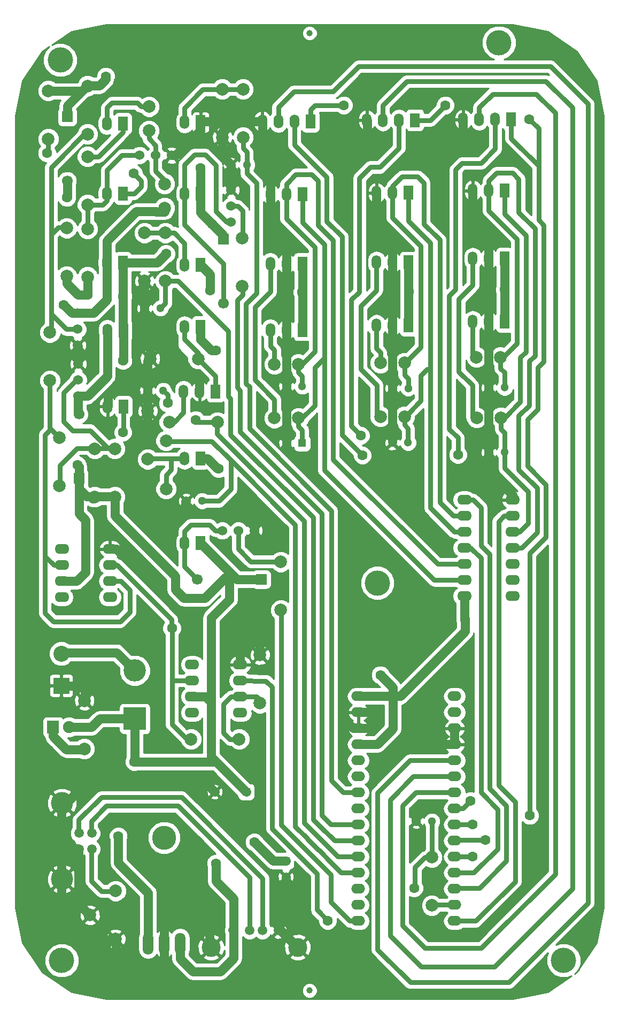
<source format=gbr>
G04 #@! TF.FileFunction,Copper,L2,Bot,Signal*
%FSLAX46Y46*%
G04 Gerber Fmt 4.6, Leading zero omitted, Abs format (unit mm)*
G04 Created by KiCad (PCBNEW 4.0.2+dfsg1-2~bpo8+1-stable) date Qui 05 Jan 2017 13:39:37 BRST*
%MOMM*%
G01*
G04 APERTURE LIST*
%ADD10C,0.100000*%
%ADD11C,4.000000*%
%ADD12C,1.002000*%
%ADD13C,1.501140*%
%ADD14C,2.999740*%
%ADD15C,3.540760*%
%ADD16R,3.540760X3.540760*%
%ADD17O,2.300000X1.600000*%
%ADD18O,2.199640X1.524000*%
%ADD19C,1.524000*%
%ADD20C,1.300000*%
%ADD21O,1.524000X2.197100*%
%ADD22R,1.524000X2.197100*%
%ADD23R,1.300000X1.300000*%
%ADD24R,2.540000X2.540000*%
%ADD25C,2.540000*%
%ADD26O,1.699260X3.500120*%
%ADD27C,3.799840*%
%ADD28C,1.998980*%
%ADD29C,1.699260*%
%ADD30R,1.699260X1.699260*%
%ADD31O,1.500000X2.200000*%
%ADD32C,3.500120*%
%ADD33R,1.900000X2.000000*%
%ADD34C,1.900000*%
%ADD35C,1.600000*%
%ADD36C,1.400000*%
%ADD37C,0.800000*%
%ADD38C,0.254000*%
G04 APERTURE END LIST*
D10*
D11*
X58000000Y66500000D03*
X77250000Y152000000D03*
X7750000Y149250000D03*
X8000000Y6750000D03*
D12*
X47250000Y2000000D03*
D13*
X42312860Y11502120D03*
X39772860Y11502120D03*
X37740860Y11502120D03*
X35200860Y11502120D03*
D14*
X45360860Y8835120D03*
X31644860Y8835120D03*
D15*
X19570000Y52625000D03*
D16*
X19570000Y45005000D03*
D17*
X79385049Y64415049D03*
X79385049Y66955049D03*
X79385049Y69495049D03*
X79385049Y72035049D03*
X79385049Y74575049D03*
X79385049Y77115049D03*
X79385049Y79655049D03*
X71765049Y79655049D03*
X71765049Y77115049D03*
X71765049Y74575049D03*
X71765049Y72035049D03*
X71765049Y69495049D03*
X71765049Y66955049D03*
X71765049Y64415049D03*
D18*
X54990049Y48570049D03*
X54990049Y46030049D03*
X54990049Y43490049D03*
X54990049Y40950049D03*
X54990049Y38410049D03*
X54990049Y35870049D03*
X54990049Y33330049D03*
X54990049Y30790049D03*
X54990049Y28250049D03*
X54990049Y25710049D03*
X54990049Y23170049D03*
X54990049Y20630049D03*
X54990049Y18090049D03*
X54990049Y15550049D03*
X54990049Y13010049D03*
X70230049Y13010049D03*
X70230049Y15550049D03*
X70230049Y18090049D03*
X70230049Y20630049D03*
X70230049Y23170049D03*
X70230049Y25710049D03*
X70230049Y28250049D03*
X70230049Y30790049D03*
X70230049Y33330049D03*
X70230049Y35870049D03*
X70230049Y38410049D03*
X70230049Y40950049D03*
X70230049Y43490049D03*
X70230049Y46030049D03*
X70230049Y48570049D03*
D19*
X35960000Y74780000D03*
X38500000Y74780000D03*
X33420000Y74780000D03*
D20*
X66630049Y28790049D03*
X64130049Y28790049D03*
X62860049Y88690049D03*
X60360049Y88690049D03*
X78135049Y87165049D03*
X75635049Y87165049D03*
X46085049Y97615049D03*
X43585049Y97615049D03*
X62885049Y97315049D03*
X60385049Y97315049D03*
X78135049Y97415049D03*
X75635049Y97415049D03*
X30220000Y79480000D03*
X27720000Y79480000D03*
X23620000Y109980000D03*
X21120000Y109980000D03*
X37320000Y132680000D03*
X34820000Y132680000D03*
X24070000Y96930000D03*
X21570000Y96930000D03*
D21*
X71575049Y139838849D03*
X74115049Y139838849D03*
D22*
X79195049Y139838849D03*
D21*
X76655049Y139838849D03*
X56325049Y139738849D03*
X58865049Y139738849D03*
D22*
X63945049Y139738849D03*
D21*
X61405049Y139738849D03*
X39775049Y139538849D03*
X42315049Y139538849D03*
D22*
X47395049Y139538849D03*
D21*
X44855049Y139538849D03*
D19*
X10620000Y98620000D03*
X10620000Y101160000D03*
X10620000Y96080000D03*
X10520000Y106640000D03*
X10520000Y104100000D03*
X10520000Y109180000D03*
X34820000Y126120000D03*
X34820000Y128660000D03*
X34820000Y123580000D03*
X22860000Y134180000D03*
X25400000Y134180000D03*
X20320000Y134180000D03*
D23*
X43500000Y22500000D03*
D20*
X43500000Y20000000D03*
D24*
X7945000Y50240000D03*
D25*
X7945000Y55320000D03*
D23*
X37220000Y33430000D03*
D20*
X32220000Y33430000D03*
D23*
X46085049Y88615049D03*
D20*
X43585049Y88615049D03*
D26*
X24220000Y9430000D03*
X21680000Y9430000D03*
X26760000Y9430000D03*
D27*
X24220000Y26194000D03*
D28*
X12470000Y13930000D03*
D17*
X15645000Y64230000D03*
X15645000Y66770000D03*
X15645000Y69310000D03*
X15645000Y71850000D03*
X8025000Y71850000D03*
X8025000Y69310000D03*
X8025000Y66770000D03*
X8025000Y64230000D03*
X36270000Y45955000D03*
X36270000Y48495000D03*
X36270000Y51035000D03*
X36270000Y53575000D03*
X28650000Y53575000D03*
X28650000Y51035000D03*
X28650000Y48495000D03*
X28650000Y45955000D03*
D29*
X8872540Y130119480D03*
D30*
X8872540Y140279480D03*
D29*
X29459480Y67077460D03*
D30*
X39619480Y67077460D03*
D29*
X10717460Y93190520D03*
D30*
X10717460Y83030520D03*
D29*
X33622540Y110719480D03*
D30*
X33622540Y120879480D03*
D31*
X57845049Y128238849D03*
D22*
X62925049Y128238849D03*
D31*
X60385049Y128238849D03*
X27280000Y96803800D03*
D22*
X32360000Y96803800D03*
D31*
X29820000Y96803800D03*
X73095049Y107838849D03*
D22*
X78175049Y107838849D03*
D31*
X75635049Y107838849D03*
X57845049Y107238849D03*
D22*
X62925049Y107238849D03*
D31*
X60385049Y107238849D03*
X41045049Y106538849D03*
D22*
X46125049Y106538849D03*
D31*
X43585049Y106538849D03*
X73095049Y117838849D03*
D22*
X78175049Y117838849D03*
D31*
X75635049Y117838849D03*
X41045049Y117038849D03*
D22*
X46125049Y117038849D03*
D31*
X43585049Y117038849D03*
X41045049Y128038849D03*
D22*
X46125049Y128038849D03*
D31*
X43585049Y128038849D03*
X73095049Y128588849D03*
D22*
X78175049Y128588849D03*
D31*
X75635049Y128588849D03*
X57845049Y117238849D03*
D22*
X62925049Y117238849D03*
D31*
X60385049Y117238849D03*
D22*
X29990000Y72803800D03*
D21*
X27450000Y72803800D03*
D22*
X17790000Y94403800D03*
D21*
X15250000Y94403800D03*
D22*
X17740000Y106453800D03*
D21*
X15200000Y106453800D03*
D22*
X17690000Y117203800D03*
D21*
X15150000Y117203800D03*
D22*
X29990000Y128103800D03*
D21*
X27450000Y128103800D03*
D22*
X29990000Y86203800D03*
D21*
X27450000Y86203800D03*
D22*
X29990000Y116803800D03*
D21*
X27450000Y116803800D03*
D22*
X29990000Y107003800D03*
D21*
X27450000Y107003800D03*
D22*
X29990000Y139403800D03*
D21*
X27450000Y139403800D03*
D22*
X17690000Y139203800D03*
D21*
X15150000Y139203800D03*
D22*
X17690000Y128103800D03*
D21*
X15150000Y128103800D03*
D28*
X21820000Y141885000D03*
X21820000Y138075000D03*
X73692000Y102223000D03*
X77502000Y102223000D03*
X41680049Y92615049D03*
X45490049Y92615049D03*
X58480049Y92815049D03*
X62290049Y92815049D03*
X73730049Y92665049D03*
X77540049Y92665049D03*
X41680049Y101115049D03*
X45490049Y101115049D03*
X58480049Y101315049D03*
X62290049Y101315049D03*
X24295000Y129660000D03*
X24295000Y125850000D03*
X16542000Y17768000D03*
X16542000Y10148000D03*
X11589000Y40247000D03*
X11589000Y47867000D03*
X36100000Y41771000D03*
X28480000Y41771000D03*
X39402000Y55106000D03*
X39402000Y47486000D03*
X7652000Y81903000D03*
X7652000Y89523000D03*
X13240000Y80125000D03*
X13240000Y87745000D03*
X16415000Y80125000D03*
X16415000Y87745000D03*
X6128000Y106160000D03*
X6128000Y98540000D03*
X8795000Y115050000D03*
X8795000Y122670000D03*
X12097000Y114923000D03*
X12097000Y122543000D03*
X12097000Y133973000D03*
X12097000Y126353000D03*
X42704000Y69838000D03*
X42704000Y62218000D03*
X21622000Y93714000D03*
X21622000Y86094000D03*
X24543000Y89015000D03*
X24543000Y81395000D03*
X32671000Y91936000D03*
X25051000Y91936000D03*
X22003000Y101969000D03*
X29623000Y101969000D03*
X21114000Y114288000D03*
X21114000Y121908000D03*
X36735000Y137021000D03*
X36735000Y144641000D03*
X33433000Y144641000D03*
X33433000Y137021000D03*
X5874000Y136767000D03*
X5874000Y144387000D03*
X12097000Y145149000D03*
X12097000Y137529000D03*
X36600000Y121110000D03*
X36600000Y113490000D03*
X24416000Y114288000D03*
X24416000Y121908000D03*
D13*
X10750800Y26886600D03*
X10750800Y24397400D03*
X12757400Y24397400D03*
X12757400Y26886600D03*
D32*
X8033000Y31661800D03*
X8033000Y19622200D03*
D33*
X6636000Y43676000D03*
D34*
X9176000Y43676000D03*
D12*
X47250000Y153500000D03*
D28*
X66625000Y15465000D03*
X66625000Y23085000D03*
D11*
X87500000Y6750000D03*
D35*
X31470000Y16930000D03*
X42300000Y17300000D03*
X21220000Y105930000D03*
X12420000Y102530000D03*
X66220000Y40280000D03*
X39720000Y135430000D03*
X15320000Y40980000D03*
X58220000Y45930000D03*
X13720000Y50280000D03*
X29520000Y61355000D03*
X38620000Y71755000D03*
X36445000Y62480000D03*
X66120000Y31380000D03*
X54585049Y135615049D03*
X73085049Y123315049D03*
X57885049Y123315049D03*
X69485049Y135715049D03*
X38500000Y25500000D03*
X32400000Y22100000D03*
X58470000Y51930000D03*
X32420000Y103280000D03*
X32820000Y84580000D03*
X31520000Y112780000D03*
X46085049Y112515049D03*
X71885049Y60715049D03*
X78175049Y112915049D03*
X62985049Y112615049D03*
X72730049Y31990049D03*
X55630049Y86690049D03*
X73030049Y28290049D03*
X55385049Y89815049D03*
X75060049Y25790049D03*
X70760049Y86790049D03*
X73110049Y23170049D03*
X82130049Y29690049D03*
X68760049Y142090049D03*
X52660049Y142090049D03*
X82060049Y139890049D03*
X25445000Y59330000D03*
X17695000Y90330000D03*
X8270000Y110530000D03*
X8820000Y127480000D03*
X63825000Y18200000D03*
X50120000Y13080000D03*
X29195000Y92305000D03*
X24770000Y94955000D03*
X24520000Y118580000D03*
X10470000Y85180000D03*
X16970000Y26430000D03*
X19470000Y38180000D03*
X17690000Y111880000D03*
X12120000Y112080000D03*
X17720000Y101680000D03*
X29970000Y132180000D03*
X14970000Y146680000D03*
X31820000Y123280000D03*
X19395000Y131305000D03*
X5645000Y134530000D03*
D36*
X10620000Y96080000D02*
X10620000Y93287980D01*
X10620000Y93287980D02*
X10717460Y93190520D01*
X15200000Y106453800D02*
X15200000Y99210000D01*
X12070000Y96080000D02*
X10620000Y96080000D01*
X15200000Y99210000D02*
X12070000Y96080000D01*
X22003000Y101969000D02*
X22003000Y101972000D01*
X22003000Y101972000D02*
X22000000Y101975000D01*
X22000000Y101975000D02*
X22003000Y101969000D01*
X45360860Y8835120D02*
X42693860Y11502120D01*
X42693860Y11502120D02*
X42312860Y11502120D01*
X43500000Y20000000D02*
X43500000Y18500000D01*
X43500000Y18500000D02*
X42300000Y17300000D01*
X42312860Y11502120D02*
X42312860Y17287140D01*
X42312860Y17287140D02*
X42300000Y17300000D01*
X73085049Y123315049D02*
X73085049Y128578849D01*
X73085049Y128578849D02*
X73095049Y128588849D01*
X42252860Y11562120D02*
X42312860Y11502120D01*
X31644860Y8835120D02*
X31420000Y9059980D01*
X31420000Y9059980D02*
X31470000Y16930000D01*
X29600000Y13180000D02*
X31470000Y15050000D01*
X31470000Y15050000D02*
X31470000Y16930000D01*
X10701020Y24400000D02*
X7998657Y24400000D01*
X8001000Y19670520D02*
X8001000Y12099000D01*
X9990000Y10110000D02*
X16595000Y10110000D01*
X8001000Y12099000D02*
X9990000Y10110000D01*
X10701020Y24400000D02*
X10601020Y24500000D01*
X12320000Y102630000D02*
X12420000Y102530000D01*
X12320000Y102630000D02*
X10620000Y102630000D01*
X21220000Y105930000D02*
X22020000Y105130000D01*
X22020000Y105130000D02*
X22020000Y101980000D01*
X21120000Y109980000D02*
X21120000Y106030000D01*
X21120000Y106030000D02*
X21220000Y105930000D01*
X66220000Y40280000D02*
X66890049Y40950049D01*
X66890049Y40950049D02*
X70230049Y40950049D01*
X32220000Y33430000D02*
X29720000Y35930000D01*
X17220000Y35930000D02*
X15107500Y38042500D01*
X29720000Y35930000D02*
X17220000Y35930000D01*
X58220000Y45930000D02*
X58220000Y44430000D01*
X57280049Y43490049D02*
X54990049Y43490049D01*
X58220000Y44430000D02*
X57280049Y43490049D01*
X52420002Y78634164D02*
X52420002Y45229998D01*
X52420002Y45229998D02*
X54159951Y43490049D01*
X54159951Y43490049D02*
X54990049Y43490049D01*
X43585049Y88615049D02*
X43585049Y87469117D01*
X43585049Y87469117D02*
X52420002Y78634164D01*
X39720000Y135430000D02*
X39775049Y135430000D01*
X24220000Y9430000D02*
X24220000Y6180000D01*
X19470000Y5180000D02*
X16595000Y8055000D01*
X23220000Y5180000D02*
X19470000Y5180000D01*
X16595000Y8055000D02*
X16595000Y10110000D01*
X24220000Y6180000D02*
X23220000Y5180000D01*
X29600000Y13180000D02*
X25470000Y13180000D01*
X25470000Y13180000D02*
X24220000Y11930000D01*
X24220000Y11930000D02*
X24220000Y9430000D01*
X7996000Y30931000D02*
X15107500Y38042500D01*
X15107500Y38042500D02*
X15320000Y38255000D01*
X15320000Y38255000D02*
X15320000Y40980000D01*
X8001000Y31669480D02*
X7996000Y30931000D01*
X58119951Y46030049D02*
X58220000Y45930000D01*
X54990049Y46030049D02*
X58119951Y46030049D01*
X12470000Y13930000D02*
X10696020Y15703980D01*
X10696020Y15703980D02*
X10701020Y24400000D01*
X29820000Y96803800D02*
X29820000Y98280000D01*
X28820000Y99280000D02*
X21620000Y99280000D01*
X29820000Y98280000D02*
X28820000Y99280000D01*
X16595000Y10110000D02*
X16695000Y10210000D01*
X8001000Y31669480D02*
X7998657Y24400000D01*
X7998657Y24400000D02*
X7997110Y19600000D01*
X7997110Y19600000D02*
X7996000Y17555000D01*
X7996000Y17555000D02*
X8001000Y19670520D01*
X11690000Y50240000D02*
X13680000Y50240000D01*
X13680000Y50240000D02*
X13720000Y50280000D01*
X11690000Y47780000D02*
X11690000Y50240000D01*
X7945000Y50240000D02*
X11690000Y50240000D01*
X15645000Y71850000D02*
X16650000Y71850000D01*
X16650000Y71850000D02*
X27145000Y61355000D01*
X27145000Y61355000D02*
X29520000Y61355000D01*
X39395000Y55130000D02*
X39395000Y59530000D01*
X39395000Y59530000D02*
X36445000Y62480000D01*
X36270000Y53575000D02*
X36270000Y62305000D01*
X36270000Y62305000D02*
X36445000Y62480000D01*
X38500000Y71875000D02*
X38500000Y74780000D01*
X38620000Y71755000D02*
X38500000Y71875000D01*
X15250000Y94403800D02*
X15320000Y94473800D01*
X15320000Y94473800D02*
X15320000Y96105000D01*
X15320000Y96105000D02*
X18495000Y99280000D01*
X18495000Y99280000D02*
X21620000Y99280000D01*
X10620000Y101160000D02*
X10620000Y102630000D01*
X10620000Y102630000D02*
X10620000Y104000000D01*
X10620000Y104000000D02*
X10520000Y104100000D01*
X27620000Y77380000D02*
X27620000Y79380000D01*
X27620000Y79380000D02*
X27720000Y79480000D01*
X38500000Y74780000D02*
X38500000Y75800000D01*
X24320000Y77380000D02*
X19220000Y82480000D01*
X36920000Y77380000D02*
X27620000Y77380000D01*
X27620000Y77380000D02*
X24320000Y77380000D01*
X38500000Y75800000D02*
X36920000Y77380000D01*
X70230049Y40950049D02*
X70230049Y43490049D01*
X64130049Y28790049D02*
X64130049Y29390049D01*
X64130049Y29390049D02*
X66120000Y31380000D01*
X21620000Y93780000D02*
X21620000Y89780000D01*
X19220000Y87380000D02*
X19220000Y82480000D01*
X21620000Y89780000D02*
X19220000Y87380000D01*
X21620000Y93780000D02*
X21620000Y99280000D01*
X21620000Y99280000D02*
X21620000Y101580000D01*
X21620000Y101580000D02*
X22020000Y101980000D01*
X21120000Y109580000D02*
X21120000Y109980000D01*
X21120000Y109980000D02*
X21120000Y114280000D01*
X33420000Y136960000D02*
X33420000Y134080000D01*
X33420000Y134080000D02*
X34820000Y132680000D01*
X34820000Y132680000D02*
X34820000Y128660000D01*
X34820000Y128660000D02*
X34820000Y128680000D01*
X34540000Y132960000D02*
X34820000Y132680000D01*
X33420000Y136960000D02*
X33420000Y137880000D01*
X33420000Y137880000D02*
X35078849Y139538849D01*
X35078849Y139538849D02*
X39775049Y139538849D01*
X56385049Y137415049D02*
X54585049Y135615049D01*
X56385049Y139678849D02*
X56385049Y137415049D01*
X75635049Y84165049D02*
X79385049Y80415049D01*
X79385049Y80415049D02*
X79385049Y79655049D01*
X73085049Y123315049D02*
X73035049Y123265049D01*
X75635049Y117838849D02*
X75635049Y120665049D01*
X75635049Y120665049D02*
X73035049Y123265049D01*
X56325049Y139738849D02*
X56385049Y139678849D01*
X71575049Y139838849D02*
X71575049Y137805049D01*
X71575049Y137805049D02*
X69485049Y135715049D01*
X39775049Y139538849D02*
X39775049Y135430000D01*
X39775049Y135430000D02*
X39775049Y132925049D01*
X39775049Y132925049D02*
X41045049Y131655049D01*
X41045049Y131655049D02*
X41045049Y128038849D01*
X57885049Y123315049D02*
X60385049Y120815049D01*
X60385049Y120815049D02*
X60385049Y117238849D01*
X57845049Y123355049D02*
X57845049Y128238849D01*
X57885049Y123315049D02*
X57845049Y123355049D01*
X75635049Y87165049D02*
X75635049Y84165049D01*
X43585049Y88615049D02*
X43585049Y97615049D01*
X43585049Y97615049D02*
X43585049Y106538849D01*
X41045049Y128038849D02*
X41045049Y123155049D01*
X41045049Y123155049D02*
X43585049Y120615049D01*
X43585049Y120615049D02*
X43585049Y117038849D01*
X43585049Y106538849D02*
X43585049Y117038849D01*
X60385049Y88815049D02*
X60385049Y97315049D01*
X60385049Y97315049D02*
X60385049Y107238849D01*
X60385049Y107238849D02*
X60385049Y117238849D01*
X75635049Y97415049D02*
X75635049Y107838849D01*
X75635049Y87165049D02*
X75635049Y97415049D01*
X75635049Y117838849D02*
X75635049Y107838849D01*
X25400000Y134180000D02*
X26120000Y134180000D01*
X26120000Y134180000D02*
X29990000Y138050000D01*
X29990000Y138050000D02*
X29990000Y139403800D01*
X35078849Y139538849D02*
X30125049Y139538849D01*
X30125049Y139538849D02*
X29990000Y139403800D01*
X41500000Y22500000D02*
X38500000Y25500000D01*
X43500000Y22500000D02*
X41500000Y22500000D01*
X35200860Y11502120D02*
X35200860Y7100860D01*
X28800000Y5000000D02*
X26760000Y7040000D01*
X33100000Y5000000D02*
X28800000Y5000000D01*
X35200860Y7100860D02*
X33100000Y5000000D01*
X35200860Y11502120D02*
X35200000Y11502980D01*
X35200000Y11502980D02*
X35200000Y16500000D01*
X26760000Y7040000D02*
X26760000Y9430000D01*
X35200000Y16500000D02*
X32400000Y19300000D01*
X32400000Y19300000D02*
X32400000Y22100000D01*
X35090860Y11612120D02*
X35200860Y11502120D01*
X60470000Y49930000D02*
X60470000Y48570049D01*
X60470000Y49930000D02*
X58470000Y51930000D01*
X71885049Y58845049D02*
X61610049Y48570049D01*
X61610049Y48570049D02*
X60470000Y48570049D01*
X71885049Y60715049D02*
X71885049Y58845049D01*
X54990049Y48570049D02*
X60470000Y48570049D01*
X54990049Y40950049D02*
X57990049Y40950049D01*
X60470000Y43430000D02*
X60470000Y48570049D01*
X57990049Y40950049D02*
X60470000Y43430000D01*
X32420000Y103280000D02*
X31720000Y103280000D01*
X31720000Y103280000D02*
X29990000Y105010000D01*
X29990000Y105010000D02*
X29990000Y107003800D01*
X29990000Y86203800D02*
X31096200Y86203800D01*
X31096200Y86203800D02*
X32720000Y84580000D01*
X32720000Y84580000D02*
X32820000Y84580000D01*
X29990000Y116803800D02*
X31520000Y115273800D01*
X31520000Y115273800D02*
X31520000Y112780000D01*
X46085049Y112515049D02*
X46085049Y112155049D01*
X46125049Y112115049D02*
X46085049Y112155049D01*
X71765049Y60835049D02*
X71765049Y64415049D01*
X71885049Y60715049D02*
X71765049Y60835049D01*
X71765049Y64415049D02*
X71685049Y64335049D01*
X62925049Y112615049D02*
X62985049Y112615049D01*
D37*
X62925049Y112315049D02*
X62925049Y112615049D01*
D36*
X46125049Y106538849D02*
X46125049Y112115049D01*
X46125049Y112115049D02*
X46125049Y117038849D01*
X62925049Y107238849D02*
X62925049Y112315049D01*
X62925049Y112315049D02*
X62925049Y117238849D01*
X78175049Y117838849D02*
X78175049Y112915049D01*
X78175049Y112915049D02*
X78175049Y107838849D01*
X11690000Y40160000D02*
X8755000Y40160000D01*
X6636000Y42279000D02*
X6636000Y43676000D01*
X8755000Y40160000D02*
X6636000Y42279000D01*
D37*
X63150049Y38410049D02*
X58000000Y33260000D01*
X58000000Y8500000D02*
X63209951Y3290049D01*
X58000000Y33260000D02*
X58000000Y8500000D01*
X70230049Y38410049D02*
X63150049Y38410049D01*
X91360049Y15860049D02*
X78790049Y3290049D01*
X91360049Y15860049D02*
X91360049Y142290049D01*
X78790049Y3290049D02*
X63209951Y3290049D01*
X91360049Y142290049D02*
X85400098Y148250000D01*
X44750000Y144250000D02*
X42315049Y141815049D01*
X51000000Y144250000D02*
X44750000Y144250000D01*
X55000000Y148250000D02*
X51000000Y144250000D01*
X85400098Y148250000D02*
X55000000Y148250000D01*
X42315049Y139538849D02*
X42315049Y141815049D01*
X60045000Y32205000D02*
X60045000Y10705000D01*
X63710049Y35870049D02*
X60045000Y32205000D01*
X60045000Y10705000D02*
X64959951Y5790049D01*
X76540049Y5790049D02*
X64959951Y5790049D01*
X88860049Y18110049D02*
X76540049Y5790049D01*
X63710049Y35870049D02*
X70230049Y35870049D01*
X58865049Y142090049D02*
X62665049Y145890049D01*
X88860049Y141690049D02*
X88860049Y18110049D01*
X84660049Y145890049D02*
X88860049Y141690049D01*
X62665049Y145890049D02*
X84660049Y145890049D01*
X58865049Y139738849D02*
X58865049Y142090049D01*
X61990000Y31250000D02*
X61990000Y12260000D01*
X86160049Y20410049D02*
X74440049Y8690049D01*
X86160049Y20410049D02*
X86160049Y140890049D01*
X74440049Y8690049D02*
X65559951Y8690049D01*
X61990000Y12260000D02*
X65559951Y8690049D01*
X64070049Y33330049D02*
X70230049Y33330049D01*
X61990000Y31250000D02*
X64070049Y33330049D01*
X74115049Y141745049D02*
X76260049Y143890049D01*
X76260049Y143890049D02*
X83160049Y143890049D01*
X83160049Y143890049D02*
X86160049Y140890049D01*
X74115049Y139838849D02*
X74115049Y141745049D01*
X72730049Y31990049D02*
X71530049Y30790049D01*
X52385053Y89935045D02*
X55630049Y86690049D01*
X52385053Y89935045D02*
X52385053Y121294947D01*
X71530049Y30790049D02*
X70230049Y30790049D01*
X44855049Y139538849D02*
X44855049Y135824951D01*
X49985051Y123694949D02*
X52385053Y121294947D01*
X49985051Y130694949D02*
X49985051Y123694949D01*
X44855049Y135824951D02*
X49985051Y130694949D01*
X70270049Y28290049D02*
X73030049Y28290049D01*
X61405049Y135335049D02*
X61405049Y139738849D01*
X61405049Y135335049D02*
X58385049Y132315049D01*
X58385049Y132315049D02*
X56885049Y132315049D01*
X56885049Y132315049D02*
X55145098Y130575098D01*
X55145098Y130575098D02*
X55145098Y112555000D01*
X55145098Y112555000D02*
X53885049Y111294951D01*
X53885049Y91315049D02*
X55385049Y89815049D01*
X53885049Y111294951D02*
X53885049Y91315049D01*
X70270049Y28290049D02*
X70230049Y28250049D01*
X70310049Y25790049D02*
X75060049Y25790049D01*
X69385049Y111915049D02*
X69385049Y90865049D01*
X69385049Y90865049D02*
X70760049Y89490049D01*
X70760049Y89490049D02*
X70760049Y86790049D01*
X70310049Y25790049D02*
X70230049Y25710049D01*
X70385049Y112915049D02*
X69385049Y111915049D01*
X76655049Y135185049D02*
X74385049Y132915049D01*
X74385049Y132915049D02*
X71385049Y132915049D01*
X71385049Y132915049D02*
X70385049Y131915049D01*
X70385049Y131915049D02*
X70385049Y112915049D01*
X76655049Y139838849D02*
X76655049Y135185049D01*
X83530049Y132520049D02*
X79195049Y136855049D01*
X79195049Y136855049D02*
X79195049Y139838849D01*
X70230049Y23170049D02*
X73110049Y23170049D01*
X82060049Y139890049D02*
X83530049Y138420049D01*
X82130049Y71180147D02*
X82130049Y29690049D01*
X84685053Y73735151D02*
X82130049Y71180147D01*
X84685053Y82074849D02*
X84685053Y73735151D01*
X81785051Y84974851D02*
X84685053Y82074849D01*
X81785051Y92353347D02*
X81785051Y84974851D01*
X83435053Y94003349D02*
X81785051Y92353347D01*
X83435053Y100590049D02*
X83435053Y94003349D01*
X84335055Y101490051D02*
X83435053Y100590049D01*
X84335055Y123134947D02*
X84335055Y101490051D01*
X83530049Y123939953D02*
X84335055Y123134947D01*
X83530049Y138420049D02*
X83530049Y132520049D01*
X83530049Y132520049D02*
X83530049Y123939953D01*
X68760049Y142090049D02*
X66408849Y139738849D01*
X66408849Y139738849D02*
X63945049Y139738849D01*
X63945049Y140375049D02*
X63945049Y139738849D01*
X47395049Y139538849D02*
X47395049Y141425049D01*
X47395049Y141425049D02*
X48060049Y142090049D01*
X48060049Y142090049D02*
X52660049Y142090049D01*
X70230049Y15550049D02*
X67490049Y15550049D01*
X70190049Y15590049D02*
X70230049Y15550049D01*
X50630049Y20290049D02*
X42720000Y28200098D01*
X42720000Y28200098D02*
X42720000Y62260000D01*
X53589951Y13010049D02*
X50630049Y15969951D01*
X50630049Y15969951D02*
X50630049Y20290049D01*
X54990049Y13010049D02*
X53589951Y13010049D01*
X54990049Y13010049D02*
X53910049Y13010049D01*
X36620000Y113460000D02*
X36620000Y112109804D01*
X36220000Y96979998D02*
X36220000Y90450098D01*
X35785045Y97414953D02*
X36220000Y96979998D01*
X35785045Y111274849D02*
X35785045Y97414953D01*
X36620000Y112109804D02*
X35785045Y111274849D01*
X49199902Y29680000D02*
X49199902Y77470196D01*
X49199902Y77470196D02*
X36220000Y90450098D01*
X54990049Y28250049D02*
X50629853Y28250049D01*
X50629853Y28250049D02*
X49199902Y29680000D01*
X39822860Y11552120D02*
X39822860Y19757042D01*
X10701020Y29001020D02*
X14300002Y32600002D01*
X14300002Y32600002D02*
X26979900Y32600002D01*
X26979900Y32600002D02*
X39822860Y19757042D01*
X10701020Y29001020D02*
X10701020Y26940000D01*
X39822860Y11552120D02*
X39772860Y11502120D01*
X10701020Y26940000D02*
X10696020Y26906020D01*
X26400000Y31200000D02*
X37740860Y19859140D01*
X26400000Y31200000D02*
X15100000Y31200000D01*
X15100000Y31200000D02*
X12700000Y28800000D01*
X12700000Y26940000D02*
X12700000Y28800000D01*
X37740860Y19859140D02*
X37740860Y11502120D01*
X12700000Y26940000D02*
X12695000Y26925098D01*
X28475000Y41755000D02*
X27820000Y41755000D01*
X27820000Y41755000D02*
X25445000Y44130000D01*
X25445000Y44130000D02*
X25445000Y51055000D01*
X16785834Y69310000D02*
X25405417Y60690417D01*
X25405417Y59369583D02*
X25445000Y59330000D01*
X25405417Y60690417D02*
X25405417Y59369583D01*
X16785834Y69310000D02*
X15645000Y69310000D01*
X28650000Y51035000D02*
X28630000Y51055000D01*
X28630000Y51055000D02*
X25445000Y51055000D01*
X25445000Y59330000D02*
X25445000Y51055000D01*
X17695000Y90330000D02*
X17790000Y90425000D01*
X17790000Y94403800D02*
X17790000Y90425000D01*
X15815000Y69480000D02*
X15645000Y69310000D01*
X16595000Y17730000D02*
X14270000Y17730000D01*
X12700000Y19300000D02*
X12700000Y24400000D01*
X14270000Y17730000D02*
X12700000Y19300000D01*
X16595000Y17730000D02*
X16570000Y17755000D01*
X12750000Y24450000D02*
X12700000Y24400000D01*
X21120000Y121900000D02*
X24420000Y121900000D01*
X24420000Y121900000D02*
X25800000Y121900000D01*
X27450000Y120250000D02*
X27450000Y116803800D01*
X25800000Y121900000D02*
X27450000Y120250000D01*
X29623000Y101969000D02*
X32360000Y99232000D01*
X32360000Y99232000D02*
X32360000Y96803800D01*
X29623000Y101969000D02*
X29623000Y102877000D01*
X29623000Y102877000D02*
X27450000Y105050000D01*
X27450000Y105050000D02*
X27450000Y107003800D01*
X25000000Y91980000D02*
X25820000Y91980000D01*
X25820000Y91980000D02*
X27280000Y93440000D01*
X27280000Y93440000D02*
X27280000Y96803800D01*
X7645000Y81855000D02*
X7695000Y81905000D01*
X7695000Y81905000D02*
X7695000Y85105000D01*
X7695000Y85105000D02*
X10390000Y87800000D01*
X10390000Y87800000D02*
X13270000Y87800000D01*
X8320000Y92030000D02*
X9720000Y90630000D01*
X8320000Y96580000D02*
X8320000Y92030000D01*
X12520000Y90630000D02*
X15350000Y87800000D01*
X9720000Y90630000D02*
X12520000Y90630000D01*
X12550000Y87800000D02*
X15350000Y87800000D01*
X15350000Y87800000D02*
X16420000Y87800000D01*
X10620000Y98620000D02*
X10360000Y98620000D01*
X10360000Y98620000D02*
X8320000Y96580000D01*
X6320000Y109030000D02*
X6320000Y106330000D01*
X6320000Y106330000D02*
X6120000Y106130000D01*
X12070000Y137560000D02*
X11600000Y137560000D01*
X11600000Y137560000D02*
X6320000Y132280000D01*
X6320000Y132280000D02*
X6320000Y121630000D01*
X8770000Y122750000D02*
X7440000Y122750000D01*
X8710000Y106640000D02*
X10520000Y106640000D01*
X6320000Y109030000D02*
X8710000Y106640000D01*
X6320000Y121630000D02*
X6320000Y109030000D01*
X7440000Y122750000D02*
X6320000Y121630000D01*
X8720000Y122800000D02*
X8770000Y122750000D01*
X34820000Y126120000D02*
X35880000Y126120000D01*
X36620000Y125380000D02*
X36620000Y121080000D01*
X35880000Y126120000D02*
X36620000Y125380000D01*
X42720000Y69880000D02*
X37945000Y69880000D01*
X35960000Y71865000D02*
X35960000Y74780000D01*
X37945000Y69880000D02*
X35960000Y71865000D01*
D36*
X24295000Y125253100D02*
X22945000Y125253100D01*
X19818100Y125278100D02*
X15150000Y120610000D01*
X15150000Y120610000D02*
X15150000Y117203800D01*
X22920000Y125278100D02*
X19818100Y125278100D01*
X22945000Y125253100D02*
X22920000Y125278100D01*
X8872540Y130119480D02*
X8872540Y127532540D01*
X9620000Y109180000D02*
X10520000Y109180000D01*
X8270000Y110530000D02*
X9620000Y109180000D01*
X8872540Y127532540D02*
X8820000Y127480000D01*
X15150000Y117203800D02*
X15150000Y111310000D01*
X13020000Y109180000D02*
X10520000Y109180000D01*
X15150000Y111310000D02*
X13020000Y109180000D01*
D37*
X63950000Y18075000D02*
X63950000Y21500000D01*
X65535000Y23085000D02*
X66625000Y23085000D01*
X63950000Y21500000D02*
X65535000Y23085000D01*
X63825000Y18200000D02*
X63950000Y18075000D01*
X66630049Y28790049D02*
X66630049Y23090049D01*
X66630049Y23090049D02*
X66625000Y23085000D01*
X50120000Y13080000D02*
X48420000Y14780000D01*
X48420000Y14780000D02*
X48420000Y20520196D01*
X48420000Y20520196D02*
X41319998Y27620198D01*
X41319998Y27620198D02*
X41319998Y50005002D01*
X41319998Y50005002D02*
X40340000Y50985000D01*
X40340000Y50985000D02*
X36270000Y51035000D01*
X45490049Y92615049D02*
X45490049Y91308951D01*
X46085049Y90713951D02*
X46085049Y88615049D01*
X45490049Y91308951D02*
X46085049Y90713951D01*
X49585049Y102115049D02*
X49585049Y84335049D01*
X66965049Y66955049D02*
X71765049Y66955049D01*
X49585049Y84335049D02*
X66965049Y66955049D01*
X46125049Y128038849D02*
X46125049Y123554951D01*
X48085049Y94613149D02*
X46086949Y92615049D01*
X48085049Y100615049D02*
X48085049Y94613149D01*
X49585049Y102115049D02*
X48085049Y100615049D01*
X49585049Y120094951D02*
X49585049Y102115049D01*
X46125049Y123554951D02*
X49585049Y120094951D01*
X46086949Y88616949D02*
X46085049Y88615049D01*
X62290049Y92815049D02*
X62290049Y91526951D01*
X62860049Y90956951D02*
X62860049Y88690049D01*
X62290049Y91526951D02*
X62860049Y90956951D01*
X64885049Y95315049D02*
X62886949Y93316949D01*
X64885049Y99315049D02*
X64885049Y95315049D01*
X62886949Y93316949D02*
X62886949Y92815049D01*
X62925049Y128238849D02*
X62925049Y123775049D01*
X62885049Y92813149D02*
X62886949Y92815049D01*
X65885049Y100315049D02*
X64885049Y99315049D01*
X62925049Y123775049D02*
X66385049Y120315049D01*
X66385049Y100315049D02*
X66385049Y78365049D01*
X66385049Y78365049D02*
X70175049Y74575049D01*
X66385049Y100315049D02*
X65885049Y100315049D01*
X66385049Y120315049D02*
X66385049Y100315049D01*
X70175049Y74575049D02*
X71765049Y74575049D01*
X77540049Y92665049D02*
X77540049Y90881951D01*
X78135049Y90286951D02*
X78135049Y87165049D01*
X77540049Y90881951D02*
X78135049Y90286951D01*
X78135049Y84665049D02*
X81885049Y80915049D01*
X81885049Y80915049D02*
X81885049Y75915049D01*
X81885049Y75915049D02*
X80545049Y74575049D01*
X78135049Y87165049D02*
X78135049Y84665049D01*
X81535051Y121494949D02*
X81535051Y103065051D01*
X78175049Y124854951D02*
X81535051Y121494949D01*
X78175049Y128588849D02*
X78175049Y124854951D01*
X80635049Y95163149D02*
X78136949Y92665049D01*
X80635049Y102165049D02*
X80635049Y95163149D01*
X81535051Y103065051D02*
X80635049Y102165049D01*
X78135049Y92663149D02*
X78136949Y92665049D01*
X80545049Y74575049D02*
X79385049Y74575049D01*
X45490049Y101115049D02*
X45490049Y99817951D01*
X46085049Y99222951D02*
X46085049Y97615049D01*
X45490049Y99817951D02*
X46085049Y99222951D01*
X46085049Y101115049D02*
X48085049Y103115049D01*
X48085049Y103115049D02*
X48085049Y119615049D01*
X48085049Y119615049D02*
X43585049Y124115049D01*
X43585049Y124115049D02*
X43585049Y128038849D01*
X46085049Y101115049D02*
X45490049Y101115049D01*
X50985051Y120715047D02*
X50985051Y86035047D01*
X43585049Y129615049D02*
X45085049Y131115049D01*
X45085049Y131115049D02*
X47585049Y131115049D01*
X47585049Y131115049D02*
X48585049Y130115049D01*
X43585049Y129615049D02*
X43585049Y128038849D01*
X48585049Y130115049D02*
X48585049Y123115049D01*
X48585049Y123115049D02*
X50985051Y120715047D01*
X71765049Y69495049D02*
X67525049Y69495049D01*
X50985051Y86035047D02*
X67525049Y69495049D01*
X46086949Y101115049D02*
X46086949Y101116949D01*
X46086949Y97616949D02*
X46085049Y97615049D01*
X62290049Y101315049D02*
X62290049Y99400951D01*
X62885049Y98805951D02*
X62885049Y97315049D01*
X62290049Y99400951D02*
X62885049Y98805951D01*
X67875000Y120805000D02*
X67875000Y79275098D01*
X70035049Y77115049D02*
X71765049Y77115049D01*
X67875000Y79275098D02*
X70035049Y77115049D01*
X60385049Y128238849D02*
X60385049Y129315049D01*
X60385049Y129315049D02*
X61885049Y130815049D01*
X61885049Y130815049D02*
X64385049Y130815049D01*
X64385049Y130815049D02*
X65375000Y129825098D01*
X65375000Y129825098D02*
X65375000Y123305000D01*
X65375000Y123305000D02*
X67875000Y120805000D01*
X60385049Y124315049D02*
X64885049Y119815049D01*
X60385049Y124315049D02*
X60385049Y128238849D01*
X62886949Y101816949D02*
X64885049Y103815049D01*
X64885049Y119815049D02*
X64885049Y103815049D01*
X62886949Y101315049D02*
X62886949Y101816949D01*
X62885049Y101313149D02*
X62886949Y101315049D01*
X77502000Y102223000D02*
X77502000Y100445000D01*
X78135049Y99811951D02*
X78135049Y97415049D01*
X77502000Y100445000D02*
X78135049Y99811951D01*
X83285051Y74500000D02*
X80820100Y72035049D01*
X80820100Y72035049D02*
X79385049Y72035049D01*
X80385049Y84394951D02*
X83285051Y81494949D01*
X83285051Y81494949D02*
X83285051Y74500000D01*
X82035051Y94583249D02*
X82035051Y101565051D01*
X82035051Y101565051D02*
X82935053Y102465053D01*
X82935053Y102465053D02*
X82935053Y122555047D01*
X82935053Y122555047D02*
X80385049Y125105051D01*
X80385049Y92933247D02*
X82035051Y94583249D01*
X80385049Y84394951D02*
X80385049Y92933247D01*
X80135049Y104415049D02*
X80135049Y120915049D01*
X80385049Y125105051D02*
X80385049Y130415049D01*
X80385049Y130415049D02*
X79385049Y131415049D01*
X79385049Y131415049D02*
X76885049Y131415049D01*
X76885049Y131415049D02*
X75635049Y130165049D01*
X75635049Y128588849D02*
X75635049Y130165049D01*
X78136949Y102416949D02*
X80135049Y104415049D01*
X75635049Y125415049D02*
X75635049Y128588849D01*
X80135049Y120915049D02*
X75635049Y125415049D01*
X24070000Y96930000D02*
X24770000Y96230000D01*
X29520000Y91980000D02*
X32620000Y91980000D01*
X29195000Y92305000D02*
X29520000Y91980000D01*
X24770000Y96230000D02*
X24770000Y94955000D01*
X32620000Y91980000D02*
X32620000Y90090294D01*
X54990049Y23170049D02*
X51729951Y23170049D01*
X46399898Y28500102D02*
X51729951Y23170049D01*
X46399898Y76310396D02*
X46399898Y28500102D01*
X32620000Y90090294D02*
X46399898Y76310396D01*
X24520000Y88980000D02*
X24570000Y88930000D01*
X24570000Y88930000D02*
X31770000Y88930000D01*
X34770000Y85930000D02*
X34770000Y81330000D01*
X32920000Y79480000D02*
X30220000Y79480000D01*
X34770000Y81330000D02*
X32920000Y79480000D01*
X46870000Y26030000D02*
X46870000Y26050098D01*
X44999896Y75700104D02*
X34770000Y85930000D01*
X34770000Y85930000D02*
X31770000Y88930000D01*
X44999896Y27920202D02*
X44999896Y75700104D01*
X46870000Y26050098D02*
X44999896Y27920202D01*
X48730049Y24190049D02*
X48709951Y24190049D01*
X50720000Y22200098D02*
X48730049Y24190049D01*
X54990049Y20630049D02*
X52269951Y20630049D01*
X52269951Y20630049D02*
X50720000Y22180000D01*
X50720000Y22180000D02*
X50720000Y22200098D01*
X48709951Y24190049D02*
X46870000Y26030000D01*
X24420000Y114280000D02*
X24420000Y110780000D01*
X24420000Y110780000D02*
X23620000Y109980000D01*
X24420000Y114280000D02*
X26420000Y114280000D01*
X34385043Y106314957D02*
X34385043Y96014955D01*
X34385043Y96014955D02*
X34740098Y95659900D01*
X34740098Y95659900D02*
X34740098Y89950098D01*
X51189951Y25710049D02*
X48980049Y27919951D01*
X54990049Y25710049D02*
X51189951Y25710049D01*
X47799900Y76890296D02*
X34740098Y89950098D01*
X47799900Y29080002D02*
X47799900Y76890296D01*
X48959951Y27919951D02*
X47799900Y29080002D01*
X48980049Y27919951D02*
X48959951Y27919951D01*
X26420000Y114280000D02*
X34385043Y106314957D01*
X38585049Y98615049D02*
X41680049Y95520049D01*
X41045049Y112575049D02*
X38585049Y110115049D01*
X38585049Y110115049D02*
X38585049Y98615049D01*
X41045049Y117038849D02*
X41045049Y112575049D01*
X41680049Y95520049D02*
X41680049Y92615049D01*
X57885689Y97814409D02*
X55385049Y100315049D01*
X55385049Y100315049D02*
X55385049Y110315049D01*
X57885689Y92815049D02*
X57885689Y97814409D01*
X55385049Y110315049D02*
X57845049Y112775049D01*
X57845049Y117238849D02*
X57845049Y112775049D01*
X73035049Y97765049D02*
X73035049Y92765689D01*
X73035049Y92765689D02*
X73135689Y92665049D01*
X70885049Y111415049D02*
X73095049Y113625049D01*
X70885049Y99915049D02*
X70885049Y111415049D01*
X73035049Y97765049D02*
X70885049Y99915049D01*
X73095049Y113625049D02*
X73095049Y117838849D01*
X41045049Y106538849D02*
X41045049Y104008951D01*
X41680049Y103373951D02*
X41680049Y101115049D01*
X41045049Y104008951D02*
X41680049Y103373951D01*
X41085689Y106498209D02*
X41045049Y106538849D01*
X58480049Y101315049D02*
X58480049Y102956951D01*
X57845049Y103591951D02*
X57845049Y107238849D01*
X58480049Y102956951D02*
X57845049Y103591951D01*
X57885689Y107198209D02*
X57845049Y107238849D01*
X73692000Y102096000D02*
X73095049Y102692951D01*
X73095049Y102692951D02*
X73095049Y107838849D01*
X73135689Y107798209D02*
X73095049Y107838849D01*
X22860000Y134180000D02*
X22860000Y131689360D01*
X22860000Y131689360D02*
X24295000Y130254360D01*
X21820000Y137478100D02*
X21820000Y136780000D01*
X21820000Y136780000D02*
X22860000Y135740000D01*
X22860000Y135740000D02*
X22860000Y134180000D01*
X22920000Y134120000D02*
X22860000Y134180000D01*
X37320000Y132680000D02*
X37320000Y131280000D01*
X38845049Y129754951D02*
X38845049Y112354951D01*
X38845049Y112354951D02*
X37185047Y110694949D01*
X37720000Y97500196D02*
X37720000Y90930000D01*
X37185047Y98035149D02*
X37720000Y97500196D01*
X37185047Y110694949D02*
X37185047Y98035149D01*
X52569951Y33330049D02*
X54990049Y33330049D01*
X50720000Y77930000D02*
X37720000Y90930000D01*
X50720000Y35180000D02*
X50720000Y77930000D01*
X52569951Y33330049D02*
X50720000Y35180000D01*
X37320000Y131280000D02*
X38845049Y129754951D01*
X36720000Y136980000D02*
X36720000Y135280000D01*
X37320000Y134680000D02*
X37320000Y132680000D01*
X36720000Y135280000D02*
X37320000Y134680000D01*
X77030049Y24390049D02*
X73270049Y20630049D01*
X73270049Y20630049D02*
X70230049Y20630049D01*
X74385049Y70415049D02*
X74385049Y33335049D01*
X77030049Y30690049D02*
X77030049Y24390049D01*
X74385049Y33335049D02*
X77030049Y30690049D01*
X74385049Y70415049D02*
X72765049Y72035049D01*
X71765049Y72035049D02*
X72765049Y72035049D01*
X70330049Y18190049D02*
X74130049Y18190049D01*
X75785051Y33914949D02*
X78430051Y31269949D01*
X78430051Y31269949D02*
X78430051Y22490051D01*
X78430051Y22490051D02*
X74130049Y18190049D01*
X75785051Y33914949D02*
X75785051Y70994949D01*
X70330049Y18190049D02*
X70230049Y18090049D01*
X74385049Y72394951D02*
X75785051Y70994949D01*
X74385049Y78415049D02*
X74385049Y72394951D01*
X73145049Y79655049D02*
X74385049Y78415049D01*
X71765049Y79655049D02*
X73145049Y79655049D01*
X71765049Y79655049D02*
X72545049Y79655049D01*
X78085049Y77115049D02*
X77185053Y76215053D01*
X79385049Y77115049D02*
X78085049Y77115049D01*
X79385049Y77115049D02*
X78435049Y77115049D01*
X77185053Y76215053D02*
X77185053Y34494849D01*
X77185053Y34494849D02*
X79830053Y31849849D01*
X79830053Y19260053D02*
X73580049Y13010049D01*
X79830053Y31849849D02*
X79830053Y19260053D01*
X73580049Y13010049D02*
X70230049Y13010049D01*
X15645000Y66770000D02*
X17345932Y66770000D01*
X5345000Y61730000D02*
X5345000Y70705000D01*
X6670000Y60405000D02*
X5345000Y61730000D01*
X17270000Y60405000D02*
X6670000Y60405000D01*
X18770000Y61905000D02*
X17270000Y60405000D01*
X18770000Y65345932D02*
X18770000Y61905000D01*
X17345932Y66770000D02*
X18770000Y65345932D01*
X5345000Y89955000D02*
X5345000Y70705000D01*
X6740000Y69310000D02*
X8025000Y69310000D01*
X5345000Y70705000D02*
X6740000Y69310000D01*
X5345000Y89955000D02*
X6255000Y90865000D01*
X6120000Y98510000D02*
X6120000Y91000000D01*
X6120000Y91000000D02*
X6255000Y90865000D01*
X6255000Y90865000D02*
X7645000Y89475000D01*
X27450000Y128103800D02*
X27450000Y123150000D01*
X33622540Y116977460D02*
X33622540Y110719480D01*
X27450000Y123150000D02*
X33622540Y116977460D01*
X32420000Y125280000D02*
X32420000Y132580000D01*
X34120000Y123580000D02*
X32420000Y125280000D01*
X27450000Y132710000D02*
X27450000Y128103800D01*
X29020000Y134280000D02*
X27450000Y132710000D01*
X30720000Y134280000D02*
X29020000Y134280000D01*
X32420000Y132580000D02*
X30720000Y134280000D01*
X34820000Y123580000D02*
X34120000Y123580000D01*
X27450000Y128103800D02*
X27520000Y128033800D01*
D36*
X19570000Y52625000D02*
X16715000Y55480000D01*
X16715000Y55480000D02*
X8055000Y55430000D01*
X8055000Y55430000D02*
X7945000Y55320000D01*
X9176000Y43676000D02*
X12732000Y43676000D01*
X14061000Y45005000D02*
X19570000Y45005000D01*
X12732000Y43676000D02*
X14061000Y45005000D01*
X23143800Y117203800D02*
X24520000Y118580000D01*
X10717460Y83030520D02*
X10717460Y84932540D01*
X10717460Y84932540D02*
X10470000Y85180000D01*
X31695000Y47645000D02*
X31695000Y38955000D01*
X31695000Y38955000D02*
X32470000Y38180000D01*
X37220000Y33430000D02*
X32470000Y38180000D01*
X32470000Y38180000D02*
X19470000Y38180000D01*
X19570000Y45005000D02*
X19570000Y38280000D01*
X21680000Y17470000D02*
X21680000Y9430000D01*
X16970000Y22180000D02*
X16970000Y26430000D01*
X21680000Y17470000D02*
X16970000Y22180000D01*
X19570000Y38280000D02*
X19470000Y38180000D01*
X19520000Y44955000D02*
X19570000Y45005000D01*
X19345000Y44780000D02*
X19570000Y45005000D01*
X8025000Y66770000D02*
X10360000Y66770000D01*
X10717460Y77457540D02*
X10717460Y81432540D01*
X11745000Y76430000D02*
X10717460Y77457540D01*
X11745000Y68155000D02*
X11745000Y76430000D01*
X10360000Y66770000D02*
X11745000Y68155000D01*
X34545000Y63880000D02*
X31695000Y61030000D01*
X34545000Y67380000D02*
X34545000Y63880000D01*
X31695000Y61030000D02*
X31695000Y47645000D01*
X30845000Y48495000D02*
X31695000Y47645000D01*
X12895000Y79805000D02*
X13270000Y80180000D01*
X30845000Y48495000D02*
X28650000Y48495000D01*
X10717460Y83030520D02*
X10717460Y81432540D01*
X11970000Y80180000D02*
X13270000Y80180000D01*
X10717460Y81432540D02*
X11970000Y80180000D01*
X13270000Y80180000D02*
X16420000Y80180000D01*
X16420000Y80180000D02*
X16420000Y77130000D01*
X33970000Y67380000D02*
X34545000Y67380000D01*
X34545000Y67380000D02*
X35413800Y67380000D01*
X30670000Y64080000D02*
X33970000Y67380000D01*
X27370000Y64080000D02*
X30670000Y64080000D01*
X25970000Y65480000D02*
X27370000Y64080000D01*
X25970000Y67580000D02*
X25970000Y65480000D01*
X16420000Y77130000D02*
X25970000Y67580000D01*
X8770000Y115130000D02*
X8770000Y113880000D01*
X10570000Y112080000D02*
X12120000Y112080000D01*
X8770000Y113880000D02*
X10570000Y112080000D01*
X12120000Y114980000D02*
X12120000Y112080000D01*
X12120000Y114980000D02*
X12220000Y114980000D01*
X29990000Y72803800D02*
X35413800Y67380000D01*
X35413800Y67380000D02*
X35716340Y67077460D01*
X35716340Y67077460D02*
X39619480Y67077460D01*
X17740000Y101700000D02*
X17720000Y101680000D01*
X17740000Y101700000D02*
X17740000Y106453800D01*
X14970000Y146680000D02*
X14970000Y146180000D01*
X29970000Y128123800D02*
X29970000Y132180000D01*
X13970000Y145180000D02*
X12070000Y145180000D01*
X14970000Y146180000D02*
X13970000Y145180000D01*
X29990000Y128103800D02*
X29970000Y128123800D01*
X5820000Y144325000D02*
X11215000Y144325000D01*
X8872540Y140279480D02*
X8872540Y141982540D01*
X8872540Y141982540D02*
X11215000Y144325000D01*
X11215000Y144325000D02*
X12070000Y145180000D01*
X17690000Y117203800D02*
X17690000Y111880000D01*
X17690000Y111880000D02*
X17690000Y106503800D01*
X17690000Y106503800D02*
X17740000Y106453800D01*
X17690000Y117203800D02*
X23143800Y117203800D01*
X33622540Y120879480D02*
X33622540Y121477460D01*
X33622540Y121477460D02*
X31820000Y123280000D01*
X31820000Y123280000D02*
X29990000Y125110000D01*
X29990000Y125110000D02*
X29990000Y128103800D01*
D37*
X27450000Y72803800D02*
X27450000Y69086940D01*
X27450000Y69086940D02*
X29459480Y67077460D01*
X33420000Y74780000D02*
X32319998Y74780000D01*
X27450000Y74710000D02*
X27450000Y72803800D01*
X28419998Y75679998D02*
X27450000Y74710000D01*
X31420000Y75679998D02*
X28419998Y75679998D01*
X32319998Y74780000D02*
X31420000Y75679998D01*
X24520000Y81360000D02*
X24520000Y83580000D01*
X25320000Y84380000D02*
X25320000Y86160000D01*
X24520000Y83580000D02*
X25320000Y84380000D01*
X21620000Y86160000D02*
X25320000Y86160000D01*
X25320000Y86160000D02*
X27406200Y86160000D01*
X27406200Y86160000D02*
X27450000Y86203800D01*
X33420000Y144580000D02*
X33440000Y144600000D01*
X33440000Y144600000D02*
X36720000Y144600000D01*
X27450000Y141680000D02*
X30350000Y144580000D01*
X30350000Y144580000D02*
X33420000Y144580000D01*
X27450000Y141680000D02*
X27450000Y139403800D01*
X20545000Y129180000D02*
X20545000Y130155000D01*
X20545000Y130155000D02*
X19395000Y131305000D01*
X5820000Y136705000D02*
X5820000Y134705000D01*
X5820000Y134705000D02*
X5645000Y134530000D01*
X19468800Y128103800D02*
X17690000Y128103800D01*
X20545000Y129180000D02*
X19468800Y128103800D01*
X17690000Y139203800D02*
X17690000Y137850000D01*
X13819360Y133979360D02*
X11920000Y133979360D01*
X17690000Y137850000D02*
X13819360Y133979360D01*
X15914500Y142474500D02*
X19963500Y142474500D01*
X20553000Y141885000D02*
X21820000Y141885000D01*
X19963500Y142474500D02*
X20553000Y141885000D01*
X15150000Y141710000D02*
X15150000Y139203800D01*
X15914500Y142474500D02*
X15150000Y141710000D01*
X12120000Y126360000D02*
X12120000Y122600000D01*
X15150000Y128103800D02*
X15150000Y127010000D01*
X15150000Y127010000D02*
X14500000Y126360000D01*
X14500000Y126360000D02*
X12120000Y126360000D01*
X20320000Y134180000D02*
X17520000Y134180000D01*
X15150000Y131810000D02*
X15150000Y128103800D01*
X17520000Y134180000D02*
X15150000Y131810000D01*
X34820000Y48495000D02*
X33645000Y47320000D01*
X34670000Y41755000D02*
X36095000Y41755000D01*
X33645000Y42780000D02*
X34670000Y41755000D01*
X33645000Y47320000D02*
X33645000Y42780000D01*
X34820000Y48495000D02*
X36270000Y48495000D01*
X39395000Y47510000D02*
X39395000Y47930000D01*
X39395000Y47930000D02*
X38830000Y48495000D01*
X38830000Y48495000D02*
X36270000Y48495000D01*
D38*
G36*
X92712937Y9527024D02*
X89612744Y4887256D01*
X89253419Y4647162D01*
X89810490Y5203262D01*
X90226526Y6205186D01*
X90227472Y7290054D01*
X89813186Y8292703D01*
X89046738Y9060490D01*
X88044814Y9476526D01*
X86959946Y9477472D01*
X86297625Y9203807D01*
X92156958Y15063140D01*
X92401261Y15428765D01*
X92487049Y15860049D01*
X92487049Y142290049D01*
X92401261Y142721333D01*
X92156959Y143086958D01*
X86197007Y149046909D01*
X85831382Y149291212D01*
X85400098Y149377000D01*
X78042896Y149377000D01*
X78792703Y149686814D01*
X79560490Y150453262D01*
X79976526Y151455186D01*
X79977472Y152540054D01*
X79563186Y153542703D01*
X78796738Y154310490D01*
X77794814Y154726526D01*
X76709946Y154727472D01*
X75707297Y154313186D01*
X74939510Y153546738D01*
X74523474Y152544814D01*
X74522528Y151459946D01*
X74936814Y150457297D01*
X75703262Y149689510D01*
X76455868Y149377000D01*
X55000000Y149377000D01*
X54568716Y149291212D01*
X54203091Y149046909D01*
X50533181Y145377000D01*
X44750000Y145377000D01*
X44318716Y145291212D01*
X43953091Y145046909D01*
X41518139Y142611958D01*
X41273837Y142246333D01*
X41188049Y141815049D01*
X41188049Y140853121D01*
X40991522Y140558998D01*
X40673075Y140953029D01*
X40192326Y141214659D01*
X40118119Y141229619D01*
X39902049Y141107119D01*
X39902049Y139665849D01*
X39922049Y139665849D01*
X39922049Y139411849D01*
X39902049Y139411849D01*
X39902049Y137970579D01*
X40118119Y137848079D01*
X40192326Y137863039D01*
X40673075Y138124669D01*
X40991522Y138518700D01*
X41262167Y138113652D01*
X41745233Y137790877D01*
X42315049Y137677534D01*
X42884865Y137790877D01*
X43367931Y138113652D01*
X43585049Y138438591D01*
X43728049Y138224577D01*
X43728049Y135824951D01*
X43813837Y135393667D01*
X44058140Y135028042D01*
X46844132Y132242049D01*
X45085049Y132242049D01*
X44653765Y132156261D01*
X44288140Y131911958D01*
X42788140Y130411959D01*
X42580590Y130101338D01*
X42543837Y130046333D01*
X42458049Y129615049D01*
X42458049Y129345415D01*
X42262554Y129052835D01*
X41934589Y129457994D01*
X41457733Y129717022D01*
X41386234Y129731167D01*
X41172049Y129608505D01*
X41172049Y128165849D01*
X41192049Y128165849D01*
X41192049Y127911849D01*
X41172049Y127911849D01*
X41172049Y126469193D01*
X41386234Y126346531D01*
X41457733Y126360676D01*
X41934589Y126619704D01*
X42262554Y127024863D01*
X42458049Y126732283D01*
X42458049Y124115049D01*
X42543837Y123683765D01*
X42788140Y123318140D01*
X46958049Y119148231D01*
X46958049Y118864263D01*
X46887049Y118878641D01*
X45363049Y118878641D01*
X45093639Y118827948D01*
X44846203Y118668727D01*
X44680206Y118425784D01*
X44644278Y118248365D01*
X44474589Y118457994D01*
X43997733Y118717022D01*
X43926234Y118731167D01*
X43712049Y118608505D01*
X43712049Y117165849D01*
X43732049Y117165849D01*
X43732049Y116911849D01*
X43712049Y116911849D01*
X43712049Y115469193D01*
X43926234Y115346531D01*
X43997733Y115360676D01*
X44474589Y115619704D01*
X44642987Y115827738D01*
X44672500Y115670889D01*
X44698049Y115631185D01*
X44698049Y113156640D01*
X44558314Y112820121D01*
X44557784Y112212642D01*
X44698049Y111873175D01*
X44698049Y107951898D01*
X44680206Y107925784D01*
X44644278Y107748365D01*
X44474589Y107957994D01*
X43997733Y108217022D01*
X43926234Y108231167D01*
X43712049Y108108505D01*
X43712049Y106665849D01*
X43732049Y106665849D01*
X43732049Y106411849D01*
X43712049Y106411849D01*
X43712049Y104969193D01*
X43926234Y104846531D01*
X43997733Y104860676D01*
X44474589Y105119704D01*
X44642987Y105327738D01*
X44672500Y105170889D01*
X44831721Y104923453D01*
X45074664Y104757456D01*
X45363049Y104699057D01*
X46887049Y104699057D01*
X46958049Y104712417D01*
X46958049Y103581867D01*
X46105210Y102729028D01*
X45834976Y102841239D01*
X45148136Y102841838D01*
X44513349Y102579549D01*
X44027255Y102094304D01*
X43763859Y101459976D01*
X43763260Y100773136D01*
X43765971Y100766575D01*
X43765971Y98912671D01*
X43255621Y98883132D01*
X42921320Y98744660D01*
X42865639Y98514065D01*
X43585049Y97794654D01*
X43585049Y97435444D01*
X42865639Y96716033D01*
X42921320Y96485438D01*
X43404127Y96317427D01*
X43914477Y96346966D01*
X44248778Y96485438D01*
X44304459Y96716033D01*
X43585049Y97435444D01*
X43585049Y97794654D01*
X44304459Y98514065D01*
X44248778Y98744660D01*
X43765971Y98912671D01*
X43765971Y100766575D01*
X44025549Y100138349D01*
X44367444Y99795856D01*
X44448837Y99386667D01*
X44693140Y99021042D01*
X44958049Y98756133D01*
X44958049Y98435689D01*
X44918366Y98396075D01*
X44792065Y98091907D01*
X44714660Y98278778D01*
X44484065Y98334459D01*
X43764654Y97615049D01*
X44484065Y96895639D01*
X44714660Y96951320D01*
X44785393Y97154584D01*
X44917005Y96836060D01*
X45304023Y96448366D01*
X45809945Y96238289D01*
X46357750Y96237811D01*
X46864038Y96447005D01*
X46958049Y96540852D01*
X46958049Y95079967D01*
X46106553Y94228471D01*
X45834976Y94341239D01*
X45148136Y94341838D01*
X44513349Y94079549D01*
X44027255Y93594304D01*
X43763859Y92959976D01*
X43763260Y92273136D01*
X43765971Y92266575D01*
X43765971Y89912671D01*
X43255621Y89883132D01*
X42921320Y89744660D01*
X42865639Y89514065D01*
X43585049Y88794654D01*
X43585049Y88435444D01*
X42865639Y87716033D01*
X42921320Y87485438D01*
X43404127Y87317427D01*
X43914477Y87346966D01*
X44248778Y87485438D01*
X44304459Y87716033D01*
X43585049Y88435444D01*
X43585049Y88794654D01*
X44304459Y89514065D01*
X44248778Y89744660D01*
X43765971Y89912671D01*
X43765971Y92266575D01*
X44025549Y91638349D01*
X44365208Y91298095D01*
X44448837Y90877667D01*
X44693140Y90512042D01*
X44958049Y90247133D01*
X44958049Y89822017D01*
X44918203Y89796377D01*
X44752206Y89553434D01*
X44697430Y89282939D01*
X44484065Y89334459D01*
X43764654Y88615049D01*
X44484065Y87895639D01*
X44697184Y87947100D01*
X44744500Y87695639D01*
X44903721Y87448203D01*
X45146664Y87282206D01*
X45435049Y87223807D01*
X46735049Y87223807D01*
X47004459Y87274500D01*
X47251895Y87433721D01*
X47417892Y87676664D01*
X47476291Y87965049D01*
X47476291Y89265049D01*
X47425598Y89534459D01*
X47266377Y89781895D01*
X47212049Y89819016D01*
X47212049Y90713951D01*
X47134091Y91105871D01*
X47126261Y91145235D01*
X46881958Y91510860D01*
X46854848Y91537970D01*
X46952843Y91635794D01*
X47131311Y92065593D01*
X48458049Y93392331D01*
X48458049Y84335049D01*
X48543837Y83903765D01*
X48788140Y83538140D01*
X57459946Y74866334D01*
X57459946Y69227472D01*
X56457297Y68813186D01*
X55689510Y68046738D01*
X55273474Y67044814D01*
X55272528Y65959946D01*
X55686814Y64957297D01*
X56453262Y64189510D01*
X57455186Y63773474D01*
X58540054Y63772528D01*
X59542703Y64186814D01*
X60310490Y64953262D01*
X60726526Y65955186D01*
X60727472Y67040054D01*
X60313186Y68042703D01*
X59546738Y68810490D01*
X58544814Y69226526D01*
X57459946Y69227472D01*
X57459946Y74866334D01*
X66168140Y66158139D01*
X66533765Y65913837D01*
X66965049Y65828049D01*
X70369236Y65828049D01*
X70583250Y65685049D01*
X70298524Y65494801D01*
X69967512Y64999407D01*
X69851276Y64415049D01*
X69967512Y63830691D01*
X70298524Y63335297D01*
X70338049Y63308887D01*
X70338049Y60835049D01*
X70358065Y60734423D01*
X70357784Y60412642D01*
X70458049Y60169982D01*
X70458049Y59436131D01*
X61672070Y50650153D01*
X61479041Y50939041D01*
X59864599Y52553483D01*
X59765283Y52793846D01*
X59336106Y53223773D01*
X58775072Y53456735D01*
X58167593Y53457265D01*
X57606154Y53225283D01*
X57176227Y52796106D01*
X56943265Y52235072D01*
X56942735Y51627593D01*
X57174717Y51066154D01*
X57603894Y50636227D01*
X57846380Y50535538D01*
X58384869Y49997049D01*
X55675355Y49997049D01*
X55363659Y50059049D01*
X54616439Y50059049D01*
X54046623Y49945706D01*
X53563557Y49622931D01*
X53240782Y49139865D01*
X53127439Y48570049D01*
X53240782Y48000233D01*
X53563557Y47517167D01*
X53968618Y47246513D01*
X53574599Y46928075D01*
X53312969Y46447326D01*
X53298009Y46373119D01*
X53420509Y46157049D01*
X54863049Y46157049D01*
X54863049Y45903049D01*
X53420509Y45903049D01*
X53298009Y45686979D01*
X53312969Y45612772D01*
X53574599Y45132023D01*
X54000288Y44787990D01*
X54094952Y44760049D01*
X54000288Y44732108D01*
X53574599Y44388075D01*
X53312969Y43907326D01*
X53298009Y43833119D01*
X53420509Y43617049D01*
X54863049Y43617049D01*
X54863049Y45903049D01*
X54863049Y46157049D01*
X54863049Y46177049D01*
X55117049Y46177049D01*
X55117049Y46157049D01*
X56559589Y46157049D01*
X56559589Y45903049D01*
X55117049Y45903049D01*
X55117049Y43617049D01*
X56559589Y43617049D01*
X56682089Y43833119D01*
X56667129Y43907326D01*
X56405499Y44388075D01*
X55979810Y44732108D01*
X55885146Y44760049D01*
X55979810Y44787990D01*
X56405499Y45132023D01*
X56667129Y45612772D01*
X56682089Y45686979D01*
X56559589Y45903049D01*
X56559589Y46157049D01*
X56682089Y46373119D01*
X56667129Y46447326D01*
X56405499Y46928075D01*
X56139501Y47143049D01*
X59043000Y47143049D01*
X59043000Y44021082D01*
X57398966Y42377049D01*
X56139501Y42377049D01*
X56405499Y42592023D01*
X56667129Y43072772D01*
X56682089Y43146979D01*
X56559589Y43363049D01*
X55117049Y43363049D01*
X55117049Y43343049D01*
X54863049Y43343049D01*
X54863049Y43363049D01*
X53420509Y43363049D01*
X53298009Y43146979D01*
X53312969Y43072772D01*
X53574599Y42592023D01*
X53968618Y42273585D01*
X53563557Y42002931D01*
X53240782Y41519865D01*
X53127439Y40950049D01*
X53240782Y40380233D01*
X53563557Y39897167D01*
X53888496Y39680049D01*
X53563557Y39462931D01*
X53240782Y38979865D01*
X53127439Y38410049D01*
X53240782Y37840233D01*
X53563557Y37357167D01*
X53888496Y37140049D01*
X53563557Y36922931D01*
X53240782Y36439865D01*
X53127439Y35870049D01*
X53240782Y35300233D01*
X53563557Y34817167D01*
X53888496Y34600049D01*
X53674482Y34457049D01*
X53036769Y34457049D01*
X51847000Y35646818D01*
X51847000Y77930000D01*
X51761212Y78361284D01*
X51516909Y78726910D01*
X38847000Y91396818D01*
X38847000Y96759280D01*
X40553049Y95053231D01*
X40553049Y93929512D01*
X40217255Y93594304D01*
X39953859Y92959976D01*
X39953260Y92273136D01*
X40215549Y91638349D01*
X40700794Y91152255D01*
X41335122Y90888859D01*
X42021962Y90888260D01*
X42656749Y91150549D01*
X42686033Y91179781D01*
X42686033Y89334459D01*
X42455438Y89278778D01*
X42287427Y88795971D01*
X42316966Y88285621D01*
X42455438Y87951320D01*
X42686033Y87895639D01*
X43405444Y88615049D01*
X42686033Y89334459D01*
X42686033Y91179781D01*
X43142843Y91635794D01*
X43406239Y92270122D01*
X43406838Y92956962D01*
X43144549Y93591749D01*
X42807049Y93929840D01*
X42807049Y95520049D01*
X42721261Y95951333D01*
X42476958Y96316958D01*
X39712049Y99081867D01*
X39712049Y105540585D01*
X39918049Y105232283D01*
X39918049Y104008951D01*
X40003837Y103577667D01*
X40248140Y103212042D01*
X40553049Y102907133D01*
X40553049Y102429512D01*
X40217255Y102094304D01*
X39953859Y101459976D01*
X39953260Y100773136D01*
X40215549Y100138349D01*
X40700794Y99652255D01*
X41335122Y99388859D01*
X42021962Y99388260D01*
X42656749Y99650549D01*
X42686033Y99679781D01*
X42686033Y98334459D01*
X42455438Y98278778D01*
X42287427Y97795971D01*
X42316966Y97285621D01*
X42455438Y96951320D01*
X42686033Y96895639D01*
X43405444Y97615049D01*
X42686033Y98334459D01*
X42686033Y99679781D01*
X43142843Y100135794D01*
X43406239Y100770122D01*
X43406838Y101456962D01*
X43144549Y102091749D01*
X42807049Y102429840D01*
X42807049Y103373951D01*
X42721261Y103805235D01*
X42476959Y104170860D01*
X42172049Y104475770D01*
X42172049Y105232283D01*
X42367544Y105524863D01*
X42695509Y105119704D01*
X43172365Y104860676D01*
X43243864Y104846531D01*
X43458049Y104969193D01*
X43458049Y106411849D01*
X43438049Y106411849D01*
X43438049Y106665849D01*
X43458049Y106665849D01*
X43458049Y108108505D01*
X43243864Y108231167D01*
X43172365Y108217022D01*
X42695509Y107957994D01*
X42367544Y107552835D01*
X42089446Y107969039D01*
X41610272Y108289212D01*
X41045049Y108401642D01*
X40479826Y108289212D01*
X40000652Y107969039D01*
X39712049Y107537113D01*
X39712049Y109648230D01*
X41841958Y111778140D01*
X42086261Y112143765D01*
X42172049Y112575049D01*
X42172049Y115732283D01*
X42367544Y116024863D01*
X42695509Y115619704D01*
X43172365Y115360676D01*
X43243864Y115346531D01*
X43458049Y115469193D01*
X43458049Y116911849D01*
X43438049Y116911849D01*
X43438049Y117165849D01*
X43458049Y117165849D01*
X43458049Y118608505D01*
X43243864Y118731167D01*
X43172365Y118717022D01*
X42695509Y118457994D01*
X42367544Y118052835D01*
X42089446Y118469039D01*
X41610272Y118789212D01*
X41045049Y118901642D01*
X40479826Y118789212D01*
X40000652Y118469039D01*
X39972049Y118426231D01*
X39972049Y126846346D01*
X40155509Y126619704D01*
X40632365Y126360676D01*
X40703864Y126346531D01*
X40918049Y126469193D01*
X40918049Y127911849D01*
X40898049Y127911849D01*
X40898049Y128165849D01*
X40918049Y128165849D01*
X40918049Y129608505D01*
X40703864Y129731167D01*
X40632365Y129717022D01*
X40155509Y129457994D01*
X39972049Y129231352D01*
X39972049Y129754951D01*
X39886261Y130186235D01*
X39641958Y130551860D01*
X38447000Y131746818D01*
X38447000Y131859360D01*
X38486683Y131898974D01*
X38696760Y132404896D01*
X38697238Y132952701D01*
X38488044Y133458989D01*
X38447000Y133500105D01*
X38447000Y134680000D01*
X38361212Y135111284D01*
X38116909Y135476909D01*
X37874651Y135719167D01*
X38197794Y136041745D01*
X38461190Y136676073D01*
X38461789Y137362913D01*
X38199500Y137997700D01*
X37714255Y138483794D01*
X37079927Y138747190D01*
X36393087Y138747789D01*
X35758300Y138485500D01*
X35272206Y138000255D01*
X35039991Y137441020D01*
X34851965Y137894958D01*
X34585163Y137993557D01*
X33612605Y137021000D01*
X34585163Y136048443D01*
X34851965Y136147042D01*
X35000922Y136548017D01*
X35000922Y133977622D01*
X34490572Y133948083D01*
X34156271Y133809611D01*
X34100590Y133579016D01*
X34820000Y132859605D01*
X34820000Y132500395D01*
X34100590Y131780984D01*
X34156271Y131550389D01*
X34639078Y131382378D01*
X35027698Y131404871D01*
X35027698Y130069144D01*
X34472632Y130041362D01*
X34088857Y129882397D01*
X34019392Y129640213D01*
X34820000Y128839605D01*
X35620608Y129640213D01*
X35551143Y129882397D01*
X35027698Y130069144D01*
X35027698Y131404871D01*
X35149428Y131411917D01*
X35483729Y131550389D01*
X35539410Y131780984D01*
X34820000Y132500395D01*
X34820000Y132859605D01*
X35539410Y133579016D01*
X35483729Y133809611D01*
X35000922Y133977622D01*
X35000922Y136548017D01*
X35030012Y136626324D01*
X35270500Y136044300D01*
X35593000Y135721236D01*
X35593000Y135280000D01*
X35678788Y134848716D01*
X35923091Y134483091D01*
X36193000Y134213182D01*
X36193000Y133500640D01*
X36153317Y133461026D01*
X36027016Y133156858D01*
X35949611Y133343729D01*
X35719016Y133399410D01*
X34999605Y132680000D01*
X35719016Y131960590D01*
X35800213Y131980196D01*
X35800213Y129460608D01*
X34999605Y128660000D01*
X35800213Y127859392D01*
X36042397Y127928857D01*
X36229144Y128452302D01*
X36201362Y129007368D01*
X36042397Y129391143D01*
X35800213Y129460608D01*
X35800213Y131980196D01*
X35949611Y132016271D01*
X36020344Y132219535D01*
X36151956Y131901011D01*
X36193000Y131859895D01*
X36193000Y131280000D01*
X36278788Y130848716D01*
X36523091Y130483091D01*
X37718049Y129288133D01*
X37718049Y125525546D01*
X37661212Y125811284D01*
X37416909Y126176909D01*
X36676909Y126916909D01*
X36311284Y127161212D01*
X35880000Y127247000D01*
X35798894Y127247000D01*
X35664552Y127381577D01*
X35540371Y127433141D01*
X35551143Y127437603D01*
X35620608Y127679787D01*
X34820000Y128480395D01*
X34019392Y127679787D01*
X34088857Y127437603D01*
X34100033Y127433616D01*
X33977651Y127383049D01*
X33558423Y126964552D01*
X33547000Y126937042D01*
X33547000Y128051023D01*
X33597603Y127928857D01*
X33839787Y127859392D01*
X34640395Y128660000D01*
X33839787Y129460608D01*
X33597603Y129391143D01*
X33547000Y129249305D01*
X33547000Y132435524D01*
X33551917Y132350572D01*
X33690389Y132016271D01*
X33920984Y131960590D01*
X34640395Y132680000D01*
X33920984Y133399410D01*
X33690389Y133343729D01*
X33522378Y132860922D01*
X33535206Y132639293D01*
X33461212Y133011284D01*
X33216909Y133376909D01*
X31516909Y135076909D01*
X31151284Y135321212D01*
X30720000Y135407000D01*
X29020000Y135407000D01*
X28588716Y135321212D01*
X28223091Y135076909D01*
X26653091Y133506910D01*
X26631672Y133474854D01*
X26809144Y133972302D01*
X26781362Y134527368D01*
X26622397Y134911143D01*
X26380213Y134980608D01*
X25579605Y134180000D01*
X26380213Y133379392D01*
X26612382Y133445984D01*
X26447000Y133198472D01*
X26408788Y133141284D01*
X26323000Y132710000D01*
X26323000Y129418072D01*
X26074343Y129045931D01*
X25961000Y128476115D01*
X25961000Y127731485D01*
X26074343Y127161669D01*
X26323000Y126789528D01*
X26323000Y123150000D01*
X26384955Y122838532D01*
X26231284Y122941212D01*
X25800000Y123027000D01*
X25738449Y123027000D01*
X25395255Y123370794D01*
X24760927Y123634190D01*
X24074087Y123634789D01*
X23439300Y123372500D01*
X23093196Y123027000D01*
X22436449Y123027000D01*
X22093255Y123370794D01*
X21458927Y123634190D01*
X20772087Y123634789D01*
X20137300Y123372500D01*
X19651206Y122887255D01*
X19387810Y122252927D01*
X19387211Y121566087D01*
X19649500Y120931300D01*
X20134745Y120445206D01*
X20769073Y120181810D01*
X21455913Y120181211D01*
X22090700Y120443500D01*
X22420777Y120773000D01*
X23109524Y120773000D01*
X23436745Y120445206D01*
X24071073Y120181810D01*
X24757913Y120181211D01*
X25392700Y120443500D01*
X25527809Y120578373D01*
X26323000Y119783181D01*
X26323000Y118118072D01*
X26074343Y117745931D01*
X25961000Y117176115D01*
X25961000Y116431485D01*
X26074343Y115861669D01*
X26378144Y115407000D01*
X25738449Y115407000D01*
X25395255Y115750794D01*
X24760927Y116014190D01*
X24074087Y116014789D01*
X23439300Y115752500D01*
X22953206Y115267255D01*
X22720991Y114708020D01*
X22532965Y115161958D01*
X22266163Y115260557D01*
X21293605Y114288000D01*
X22266163Y113315443D01*
X22532965Y113414042D01*
X22711012Y113893324D01*
X22951500Y113311300D01*
X23293000Y112969203D01*
X23293000Y111334802D01*
X22841011Y111148044D01*
X22453317Y110761026D01*
X22327016Y110456858D01*
X22249611Y110643729D01*
X22019016Y110699410D01*
X21299605Y109980000D01*
X22019016Y109260590D01*
X22249611Y109316271D01*
X22267418Y109367442D01*
X22267418Y103614401D01*
X21617623Y103590341D01*
X21129042Y103387965D01*
X21030443Y103121163D01*
X22003000Y102148605D01*
X22003000Y101789395D01*
X21030443Y100816837D01*
X21129042Y100550035D01*
X21738582Y100323599D01*
X21750922Y100324055D01*
X21750922Y98227622D01*
X21240572Y98198083D01*
X20906271Y98059611D01*
X20850590Y97829016D01*
X21570000Y97109605D01*
X21570000Y96750395D01*
X20850590Y96030984D01*
X20906271Y95800389D01*
X21389078Y95632378D01*
X21886418Y95661163D01*
X21886418Y95359401D01*
X21236623Y95335341D01*
X20748042Y95132965D01*
X20649443Y94866163D01*
X21622000Y93893605D01*
X21622000Y93534395D01*
X20649443Y92561837D01*
X20748042Y92295035D01*
X21357582Y92068599D01*
X22007377Y92092659D01*
X22495958Y92295035D01*
X22594557Y92561837D01*
X21622000Y93534395D01*
X21622000Y93893605D01*
X22594557Y94866163D01*
X22495958Y95132965D01*
X21886418Y95359401D01*
X21886418Y95661163D01*
X21899428Y95661917D01*
X22233729Y95800389D01*
X22289410Y96030984D01*
X21570000Y96750395D01*
X21570000Y97109605D01*
X22289410Y97829016D01*
X22233729Y98059611D01*
X21750922Y98227622D01*
X21750922Y100324055D01*
X22388377Y100347659D01*
X22876958Y100550035D01*
X22975557Y100816837D01*
X22003000Y101789395D01*
X22003000Y102148605D01*
X22975557Y103121163D01*
X22876958Y103387965D01*
X22267418Y103614401D01*
X22267418Y109367442D01*
X22320344Y109519535D01*
X22451956Y109201011D01*
X22838974Y108813317D01*
X23155163Y108682024D01*
X23155163Y102941557D01*
X22182605Y101969000D01*
X23155163Y100996443D01*
X23421965Y101095042D01*
X23648401Y101704582D01*
X23624341Y102354377D01*
X23421965Y102842958D01*
X23155163Y102941557D01*
X23155163Y108682024D01*
X23344896Y108603240D01*
X23892701Y108602762D01*
X24398989Y108811956D01*
X24786683Y109198974D01*
X24996760Y109704896D01*
X24996811Y109762993D01*
X25216909Y109983091D01*
X25461212Y110348716D01*
X25547000Y110780000D01*
X25547000Y112977531D01*
X25722777Y113153000D01*
X25953182Y113153000D01*
X30262590Y108843592D01*
X29228000Y108843592D01*
X28958590Y108792899D01*
X28711154Y108633678D01*
X28545157Y108390735D01*
X28541271Y108371544D01*
X28502882Y108428997D01*
X28019816Y108751772D01*
X27450000Y108865115D01*
X26880184Y108751772D01*
X26397118Y108428997D01*
X26074343Y107945931D01*
X25961000Y107376115D01*
X25961000Y106631485D01*
X26074343Y106061669D01*
X26323000Y105689528D01*
X26323000Y104180000D01*
X26408788Y103748716D01*
X26653091Y103383091D01*
X27896658Y102139524D01*
X27896211Y101627087D01*
X28158500Y100992300D01*
X28643745Y100506206D01*
X29278073Y100242810D01*
X29793821Y100242360D01*
X31233000Y98803181D01*
X31233000Y98531388D01*
X31081154Y98433678D01*
X30915157Y98190735D01*
X30879229Y98013316D01*
X30709540Y98222945D01*
X30232684Y98481973D01*
X30161185Y98496118D01*
X29947000Y98373456D01*
X29947000Y96930800D01*
X29967000Y96930800D01*
X29967000Y96676800D01*
X29947000Y96676800D01*
X29947000Y95234144D01*
X30161185Y95111482D01*
X30232684Y95125627D01*
X30709540Y95384655D01*
X30877938Y95592689D01*
X30907451Y95435840D01*
X31066672Y95188404D01*
X31309615Y95022407D01*
X31598000Y94964008D01*
X33122000Y94964008D01*
X33391410Y95014701D01*
X33613098Y95157354D01*
X33613098Y93414223D01*
X33015927Y93662190D01*
X32329087Y93662789D01*
X31694300Y93400500D01*
X31400286Y93107000D01*
X30515837Y93107000D01*
X30490283Y93168846D01*
X30061106Y93598773D01*
X29500072Y93831735D01*
X28892593Y93832265D01*
X28407000Y93631622D01*
X28407000Y95497234D01*
X28602495Y95789814D01*
X28930460Y95384655D01*
X29407316Y95125627D01*
X29478815Y95111482D01*
X29693000Y95234144D01*
X29693000Y96676800D01*
X29673000Y96676800D01*
X29673000Y96930800D01*
X29693000Y96930800D01*
X29693000Y98373456D01*
X29478815Y98496118D01*
X29407316Y98481973D01*
X28930460Y98222945D01*
X28602495Y97817786D01*
X28324397Y98233990D01*
X27845223Y98554163D01*
X27280000Y98666593D01*
X26714777Y98554163D01*
X26235603Y98233990D01*
X25915430Y97754816D01*
X25803000Y97189593D01*
X25803000Y96673575D01*
X25566909Y97026910D01*
X25447189Y97146630D01*
X25447238Y97202701D01*
X25238044Y97708989D01*
X24851026Y98096683D01*
X24345104Y98306760D01*
X23797299Y98307238D01*
X23291011Y98098044D01*
X22903317Y97711026D01*
X22777016Y97406858D01*
X22699611Y97593729D01*
X22469016Y97649410D01*
X21749605Y96930000D01*
X22469016Y96210590D01*
X22699611Y96266271D01*
X22770344Y96469535D01*
X22774163Y96460293D01*
X22774163Y94686557D01*
X21801605Y93714000D01*
X22774163Y92741443D01*
X23040965Y92840042D01*
X23267401Y93449582D01*
X23243341Y94099377D01*
X23040965Y94587958D01*
X22774163Y94686557D01*
X22774163Y96460293D01*
X22901956Y96151011D01*
X23288974Y95763317D01*
X23428222Y95705496D01*
X23243265Y95260072D01*
X23242735Y94652593D01*
X23474717Y94091154D01*
X23903894Y93661227D01*
X24303611Y93495250D01*
X24074300Y93400500D01*
X23588206Y92915255D01*
X23324810Y92280927D01*
X23324211Y91594087D01*
X23586500Y90959300D01*
X23919696Y90625521D01*
X23566300Y90479500D01*
X23080206Y89994255D01*
X22816810Y89359927D01*
X22816211Y88673087D01*
X23078500Y88038300D01*
X23563745Y87552206D01*
X24198073Y87288810D01*
X24884913Y87288211D01*
X25519700Y87550500D01*
X25772642Y87803000D01*
X26657531Y87803000D01*
X26397118Y87628997D01*
X26168602Y87287000D01*
X22870578Y87287000D01*
X22601255Y87556794D01*
X21966927Y87820190D01*
X21280087Y87820789D01*
X20645300Y87558500D01*
X20159206Y87073255D01*
X19895810Y86438927D01*
X19895211Y85752087D01*
X20157500Y85117300D01*
X20642745Y84631206D01*
X21277073Y84367810D01*
X21963913Y84367211D01*
X22598700Y84629500D01*
X23002906Y85033000D01*
X24193000Y85033000D01*
X24193000Y84846818D01*
X23723091Y84376909D01*
X23478788Y84011284D01*
X23393000Y83580000D01*
X23393000Y82686503D01*
X23080206Y82374255D01*
X22816810Y81739927D01*
X22816211Y81053087D01*
X23078500Y80418300D01*
X23563745Y79932206D01*
X24198073Y79668810D01*
X24884913Y79668211D01*
X25519700Y79930500D01*
X26005794Y80415745D01*
X26269190Y81050073D01*
X26269789Y81736913D01*
X26007500Y82371700D01*
X25647000Y82732831D01*
X25647000Y83113182D01*
X26116909Y83583091D01*
X26361212Y83948716D01*
X26447000Y84380000D01*
X26447000Y84745273D01*
X26820984Y84495385D01*
X26820984Y80199410D01*
X26590389Y80143729D01*
X26422378Y79660922D01*
X26451917Y79150572D01*
X26590389Y78816271D01*
X26820984Y78760590D01*
X27540395Y79480000D01*
X26820984Y80199410D01*
X26820984Y84495385D01*
X26880184Y84455828D01*
X27450000Y84342485D01*
X27900922Y84432178D01*
X27900922Y80777622D01*
X27390572Y80748083D01*
X27056271Y80609611D01*
X27000590Y80379016D01*
X27720000Y79659605D01*
X27720000Y79300395D01*
X27000590Y78580984D01*
X27056271Y78350389D01*
X27539078Y78182378D01*
X28049428Y78211917D01*
X28383729Y78350389D01*
X28439410Y78580984D01*
X27720000Y79300395D01*
X27720000Y79659605D01*
X28439410Y80379016D01*
X28383729Y80609611D01*
X27900922Y80777622D01*
X27900922Y84432178D01*
X28019816Y84455828D01*
X28502882Y84778603D01*
X28539254Y84833038D01*
X28696672Y84588404D01*
X28939615Y84422407D01*
X29228000Y84364008D01*
X30752000Y84364008D01*
X30891636Y84390282D01*
X31495814Y83786104D01*
X31524717Y83716154D01*
X31953894Y83286227D01*
X32514928Y83053265D01*
X33122407Y83052735D01*
X33643000Y83267840D01*
X33643000Y81796818D01*
X32453182Y80607000D01*
X31040640Y80607000D01*
X31001026Y80646683D01*
X30495104Y80856760D01*
X29947299Y80857238D01*
X29441011Y80648044D01*
X29053317Y80261026D01*
X28927016Y79956858D01*
X28849611Y80143729D01*
X28619016Y80199410D01*
X27899605Y79480000D01*
X28619016Y78760590D01*
X28849611Y78816271D01*
X28920344Y79019535D01*
X29051956Y78701011D01*
X29438974Y78313317D01*
X29944896Y78103240D01*
X30492701Y78102762D01*
X30998989Y78311956D01*
X31040105Y78353000D01*
X32920000Y78353000D01*
X33351284Y78438788D01*
X33716909Y78683091D01*
X35566909Y80533091D01*
X35811212Y80898716D01*
X35897000Y81330000D01*
X35897000Y83209182D01*
X38707698Y80398484D01*
X38707698Y76189144D01*
X38152632Y76161362D01*
X37768857Y76002397D01*
X37699392Y75760213D01*
X38500000Y74959605D01*
X38500000Y74600395D01*
X37699392Y73799787D01*
X37768857Y73557603D01*
X38292302Y73370856D01*
X38847368Y73398638D01*
X39231143Y73557603D01*
X39300608Y73799787D01*
X38500000Y74600395D01*
X38500000Y74959605D01*
X39300608Y75760213D01*
X39231143Y76002397D01*
X38707698Y76189144D01*
X38707698Y80398484D01*
X39480213Y79625969D01*
X39480213Y75580608D01*
X38679605Y74780000D01*
X39480213Y73979392D01*
X39722397Y74048857D01*
X39909144Y74572302D01*
X39881362Y75127368D01*
X39722397Y75511143D01*
X39480213Y75580608D01*
X39480213Y79625969D01*
X43872896Y75233285D01*
X43872896Y71110821D01*
X43683255Y71300794D01*
X43048927Y71564190D01*
X42362087Y71564789D01*
X41727300Y71302500D01*
X41431283Y71007000D01*
X38411818Y71007000D01*
X37087000Y72331818D01*
X37087000Y73801106D01*
X37221577Y73935448D01*
X37273141Y74059629D01*
X37277603Y74048857D01*
X37519787Y73979392D01*
X38320395Y74780000D01*
X37519787Y75580608D01*
X37277603Y75511143D01*
X37273616Y75499967D01*
X37223049Y75622349D01*
X36804552Y76041577D01*
X36257480Y76268741D01*
X35665119Y76269258D01*
X35117651Y76043049D01*
X34698423Y75624552D01*
X34690261Y75604895D01*
X34683049Y75622349D01*
X34264552Y76041577D01*
X33717480Y76268741D01*
X33125119Y76269258D01*
X32629390Y76064427D01*
X32216909Y76476907D01*
X31851284Y76721210D01*
X31420000Y76806998D01*
X28419998Y76806998D01*
X27988714Y76721210D01*
X27623089Y76476907D01*
X26653091Y75506910D01*
X26447000Y75198472D01*
X26408788Y75141284D01*
X26323000Y74710000D01*
X26323000Y74118072D01*
X26074343Y73745931D01*
X25961000Y73176115D01*
X25961000Y72431485D01*
X26074343Y71861669D01*
X26323000Y71489528D01*
X26323000Y69245083D01*
X17847000Y77721082D01*
X17847000Y79115005D01*
X17877794Y79145745D01*
X18141190Y79780073D01*
X18141789Y80466913D01*
X17879500Y81101700D01*
X17394255Y81587794D01*
X16759927Y81851190D01*
X16073087Y81851789D01*
X15480653Y81607000D01*
X14173002Y81607000D01*
X13584927Y81851190D01*
X12898087Y81851789D01*
X12486399Y81681683D01*
X12254251Y81913831D01*
X12308332Y82180890D01*
X12308332Y83880150D01*
X12257639Y84149560D01*
X12144460Y84325445D01*
X12144460Y84932540D01*
X12053858Y85388028D01*
X12035836Y85478630D01*
X11938853Y85623776D01*
X11765283Y86043846D01*
X11336106Y86473773D01*
X10856670Y86672852D01*
X10856818Y86673000D01*
X11870634Y86673000D01*
X12260745Y86282206D01*
X12895073Y86018810D01*
X13581913Y86018211D01*
X14216700Y86280500D01*
X14609887Y86673000D01*
X15045634Y86673000D01*
X15435745Y86282206D01*
X16070073Y86018810D01*
X16756913Y86018211D01*
X17391700Y86280500D01*
X17877794Y86765745D01*
X18141190Y87400073D01*
X18141789Y88086913D01*
X17879500Y88721700D01*
X17798433Y88802909D01*
X17997407Y88802735D01*
X18558846Y89034717D01*
X18988773Y89463894D01*
X19221735Y90024928D01*
X19222265Y90632407D01*
X18990283Y91193846D01*
X18917000Y91267257D01*
X18917000Y92676212D01*
X19068846Y92773922D01*
X19234843Y93016865D01*
X19293242Y93305250D01*
X19293242Y95502350D01*
X19242549Y95771760D01*
X19083328Y96019196D01*
X18840385Y96185193D01*
X18552000Y96243592D01*
X17028000Y96243592D01*
X16758590Y96192899D01*
X16511154Y96033678D01*
X16345157Y95790735D01*
X16310071Y95617474D01*
X16148026Y95817980D01*
X15667277Y96079610D01*
X15593070Y96094570D01*
X15377000Y95972070D01*
X15377000Y94530800D01*
X15397000Y94530800D01*
X15397000Y94276800D01*
X15377000Y94276800D01*
X15377000Y92835530D01*
X15593070Y92713030D01*
X15667277Y92727990D01*
X16148026Y92989620D01*
X16308732Y93188469D01*
X16337451Y93035840D01*
X16496672Y92788404D01*
X16663000Y92674756D01*
X16663000Y91457422D01*
X16401227Y91196106D01*
X16168265Y90635072D01*
X16167735Y90027593D01*
X16397506Y89471506D01*
X16073087Y89471789D01*
X15506245Y89237574D01*
X13316909Y91426909D01*
X12951284Y91671212D01*
X12520000Y91757000D01*
X11376708Y91757000D01*
X11609382Y91853139D01*
X12053282Y92296265D01*
X12293816Y92875533D01*
X12294363Y93502755D01*
X12054841Y94082442D01*
X12047000Y94090297D01*
X12047000Y94653000D01*
X12070000Y94653000D01*
X12616089Y94761624D01*
X12616090Y94761624D01*
X13079042Y95070959D01*
X14906930Y96898847D01*
X14906930Y96094570D01*
X14832723Y96079610D01*
X14351974Y95817980D01*
X14007941Y95392291D01*
X13853000Y94867350D01*
X13853000Y94530800D01*
X15123000Y94530800D01*
X15123000Y94276800D01*
X13853000Y94276800D01*
X13853000Y93940250D01*
X14007941Y93415309D01*
X14351974Y92989620D01*
X14832723Y92727990D01*
X14906930Y92713030D01*
X15123000Y92835530D01*
X15123000Y94276800D01*
X15123000Y94530800D01*
X15123000Y95972070D01*
X14906930Y96094570D01*
X14906930Y96898847D01*
X16209041Y98200959D01*
X16518376Y98663911D01*
X16525657Y98700515D01*
X16627000Y99210000D01*
X16627000Y100613518D01*
X16853894Y100386227D01*
X17414928Y100153265D01*
X18022407Y100152735D01*
X18583846Y100384717D01*
X19013773Y100813894D01*
X19246735Y101374928D01*
X19247265Y101982407D01*
X19167000Y102176663D01*
X19167000Y105040751D01*
X19184843Y105066865D01*
X19243242Y105355250D01*
X19243242Y107552350D01*
X19192549Y107821760D01*
X19117000Y107939166D01*
X19117000Y111334740D01*
X19216735Y111574928D01*
X19217265Y112182407D01*
X19117000Y112425067D01*
X19117000Y115776800D01*
X19961837Y115776800D01*
X19961837Y115260557D01*
X19695035Y115161958D01*
X19468599Y114552418D01*
X19492659Y113902623D01*
X19695035Y113414042D01*
X19961837Y113315443D01*
X20934395Y114288000D01*
X19961837Y115260557D01*
X19961837Y115776800D01*
X20408639Y115776800D01*
X20240042Y115706965D01*
X20141443Y115440163D01*
X21114000Y114467605D01*
X21114000Y114108395D01*
X20141443Y113135837D01*
X20220984Y112920605D01*
X20220984Y110699410D01*
X19990389Y110643729D01*
X19822378Y110160922D01*
X19851917Y109650572D01*
X19990389Y109316271D01*
X20220984Y109260590D01*
X20940395Y109980000D01*
X20220984Y110699410D01*
X20220984Y112920605D01*
X20240042Y112869035D01*
X20849582Y112642599D01*
X21300922Y112659310D01*
X21300922Y111277622D01*
X20790572Y111248083D01*
X20456271Y111109611D01*
X20400590Y110879016D01*
X21120000Y110159605D01*
X21120000Y109800395D01*
X20400590Y109080984D01*
X20456271Y108850389D01*
X20850837Y108713085D01*
X20850837Y102941557D01*
X20584035Y102842958D01*
X20357599Y102233418D01*
X20381659Y101583623D01*
X20584035Y101095042D01*
X20670984Y101062910D01*
X20670984Y97649410D01*
X20440389Y97593729D01*
X20272378Y97110922D01*
X20301917Y96600572D01*
X20440389Y96266271D01*
X20469837Y96259161D01*
X20469837Y94686557D01*
X20203035Y94587958D01*
X19976599Y93978418D01*
X20000659Y93328623D01*
X20203035Y92840042D01*
X20469837Y92741443D01*
X21442395Y93714000D01*
X20469837Y94686557D01*
X20469837Y96259161D01*
X20670984Y96210590D01*
X21390395Y96930000D01*
X20670984Y97649410D01*
X20670984Y101062910D01*
X20850837Y100996443D01*
X21823395Y101969000D01*
X20850837Y102941557D01*
X20850837Y108713085D01*
X20939078Y108682378D01*
X21449428Y108711917D01*
X21783729Y108850389D01*
X21839410Y109080984D01*
X21120000Y109800395D01*
X21120000Y110159605D01*
X21839410Y110879016D01*
X21783729Y111109611D01*
X21300922Y111277622D01*
X21300922Y112659310D01*
X21499377Y112666659D01*
X21987958Y112869035D01*
X22086557Y113135837D01*
X21114000Y114108395D01*
X21114000Y114467605D01*
X22086557Y115440163D01*
X21987958Y115706965D01*
X21799970Y115776800D01*
X23143800Y115776800D01*
X23689889Y115885424D01*
X23699766Y115892024D01*
X24152841Y116194758D01*
X25143483Y117185401D01*
X25383846Y117284717D01*
X25813773Y117713894D01*
X26046735Y118274928D01*
X26047265Y118882407D01*
X25815283Y119443846D01*
X25386106Y119873773D01*
X24825072Y120106735D01*
X24217593Y120107265D01*
X23656154Y119875283D01*
X23226227Y119446106D01*
X23125538Y119203620D01*
X22552717Y118630800D01*
X19104558Y118630800D01*
X18983328Y118819196D01*
X18740385Y118985193D01*
X18452000Y119043592D01*
X16928000Y119043592D01*
X16658590Y118992899D01*
X16577000Y118940397D01*
X16577000Y120018917D01*
X20409182Y123851100D01*
X22819317Y123851100D01*
X22945000Y123826100D01*
X24295000Y123826100D01*
X24841089Y123934724D01*
X25304041Y124244059D01*
X25613376Y124707011D01*
X25618233Y124731428D01*
X25757794Y124870745D01*
X26021190Y125505073D01*
X26021789Y126191913D01*
X25759500Y126826700D01*
X25274255Y127312794D01*
X24639927Y127576190D01*
X23953087Y127576789D01*
X23318300Y127314500D01*
X22832206Y126829255D01*
X22780652Y126705100D01*
X19818100Y126705100D01*
X19426000Y126627106D01*
X19272011Y126596476D01*
X18809059Y126287141D01*
X14140959Y121619042D01*
X13831624Y121156090D01*
X13813602Y121065488D01*
X13723000Y120610000D01*
X13723000Y117887811D01*
X13661000Y117576115D01*
X13661000Y116831485D01*
X13723000Y116519789D01*
X13723000Y115508841D01*
X13561500Y115899700D01*
X13076255Y116385794D01*
X12441927Y116649190D01*
X11755087Y116649789D01*
X11120300Y116387500D01*
X10634206Y115902255D01*
X10472164Y115512015D01*
X10259500Y116026700D01*
X9774255Y116512794D01*
X9139927Y116776190D01*
X8453087Y116776789D01*
X7818300Y116514500D01*
X7447000Y116143849D01*
X7447000Y121163182D01*
X7653526Y121369708D01*
X7815745Y121207206D01*
X8450073Y120943810D01*
X9136913Y120943211D01*
X9771700Y121205500D01*
X10257794Y121690745D01*
X10419836Y122080985D01*
X10632500Y121566300D01*
X11117745Y121080206D01*
X11752073Y120816810D01*
X12438913Y120816211D01*
X13073700Y121078500D01*
X13559794Y121563745D01*
X13823190Y122198073D01*
X13823789Y122884913D01*
X13561500Y123519700D01*
X13247000Y123834750D01*
X13247000Y125061497D01*
X13418803Y125233000D01*
X14500000Y125233000D01*
X14931284Y125318788D01*
X15296909Y125563091D01*
X15946909Y126213091D01*
X16191212Y126578716D01*
X16214556Y126696075D01*
X16239254Y126733038D01*
X16396672Y126488404D01*
X16639615Y126322407D01*
X16928000Y126264008D01*
X18452000Y126264008D01*
X18721410Y126314701D01*
X18968846Y126473922D01*
X19134843Y126716865D01*
X19187481Y126976800D01*
X19468800Y126976800D01*
X19900084Y127062588D01*
X19990389Y127122928D01*
X20265709Y127306890D01*
X21341909Y128383091D01*
X21586212Y128748716D01*
X21672000Y129180000D01*
X21672000Y130155000D01*
X21586212Y130586284D01*
X21341910Y130951909D01*
X20922059Y131371759D01*
X20922265Y131607407D01*
X20690283Y132168846D01*
X20261106Y132598773D01*
X20038409Y132691245D01*
X20614881Y132690742D01*
X21162349Y132916951D01*
X21581577Y133335448D01*
X21589739Y133355105D01*
X21596951Y133337651D01*
X21733000Y133201364D01*
X21733000Y131689360D01*
X21818788Y131258076D01*
X22063091Y130892451D01*
X22680833Y130274709D01*
X22568810Y130004927D01*
X22568211Y129318087D01*
X22830500Y128683300D01*
X23315745Y128197206D01*
X23950073Y127933810D01*
X24636913Y127933211D01*
X25271700Y128195500D01*
X25757794Y128680745D01*
X26021190Y129315073D01*
X26021789Y130001913D01*
X25759500Y130636700D01*
X25274255Y131122794D01*
X24840114Y131303065D01*
X23987000Y132156178D01*
X23987000Y133201106D01*
X24121577Y133335448D01*
X24173141Y133459629D01*
X24177603Y133448857D01*
X24419787Y133379392D01*
X25220395Y134180000D01*
X24419787Y134980608D01*
X24177603Y134911143D01*
X24173616Y134899967D01*
X24123049Y135022349D01*
X23987000Y135158636D01*
X23987000Y135740000D01*
X23906154Y136146439D01*
X23901212Y136171284D01*
X23656909Y136536909D01*
X23190353Y137003465D01*
X23282794Y137095745D01*
X23546190Y137730073D01*
X23546789Y138416913D01*
X23284500Y139051700D01*
X22799255Y139537794D01*
X22164927Y139801190D01*
X21478087Y139801789D01*
X20843300Y139539500D01*
X20357206Y139054255D01*
X20093810Y138419927D01*
X20093211Y137733087D01*
X20355500Y137098300D01*
X20697916Y136755285D01*
X20778788Y136348716D01*
X21023091Y135983091D01*
X21733000Y135273182D01*
X21733000Y135158894D01*
X21598423Y135024552D01*
X21590261Y135004895D01*
X21583049Y135022349D01*
X21164552Y135441577D01*
X20617480Y135668741D01*
X20025119Y135669258D01*
X19477651Y135443049D01*
X19341364Y135307000D01*
X17520000Y135307000D01*
X17088716Y135221212D01*
X16723091Y134976909D01*
X14353091Y132606909D01*
X14108788Y132241284D01*
X14023000Y131810000D01*
X14023000Y129418072D01*
X13774343Y129045931D01*
X13661000Y128476115D01*
X13661000Y127731485D01*
X13709631Y127487000D01*
X13404475Y127487000D01*
X13076255Y127815794D01*
X12441927Y128079190D01*
X11755087Y128079789D01*
X11120300Y127817500D01*
X10634206Y127332255D01*
X10370810Y126697927D01*
X10370211Y126011087D01*
X10632500Y125376300D01*
X10993000Y125015169D01*
X10993000Y123880422D01*
X10634206Y123522255D01*
X10472164Y123132015D01*
X10259500Y123646700D01*
X9774255Y124132794D01*
X9139927Y124396190D01*
X8453087Y124396789D01*
X7818300Y124134500D01*
X7560349Y123877000D01*
X7447000Y123877000D01*
X7447000Y126804243D01*
X7524717Y126616154D01*
X7953894Y126186227D01*
X8514928Y125953265D01*
X9122407Y125952735D01*
X9683846Y126184717D01*
X10113773Y126613894D01*
X10346735Y127174928D01*
X10347265Y127782407D01*
X10299540Y127897910D01*
X10299540Y129444805D01*
X10448896Y129804493D01*
X10449443Y130431715D01*
X10209921Y131011402D01*
X9766795Y131455302D01*
X9187527Y131695836D01*
X8560305Y131696383D01*
X7980618Y131456861D01*
X7536718Y131013735D01*
X7447000Y130797671D01*
X7447000Y131813181D01*
X11529181Y135895363D01*
X11752073Y135802810D01*
X12438913Y135802211D01*
X13073700Y136064500D01*
X13559794Y136549745D01*
X13823190Y137184073D01*
X13823789Y137870913D01*
X13561500Y138505700D01*
X13076255Y138991794D01*
X12441927Y139255190D01*
X11755087Y139255789D01*
X11120300Y138993500D01*
X10634206Y138508255D01*
X10406812Y137960631D01*
X7172172Y134725991D01*
X7172265Y134832407D01*
X6947000Y135377590D01*
X6947000Y135398632D01*
X7336794Y135787745D01*
X7600190Y136422073D01*
X7600789Y137108913D01*
X7338500Y137743700D01*
X6853255Y138229794D01*
X6218927Y138493190D01*
X5532087Y138493789D01*
X4897300Y138231500D01*
X4411206Y137746255D01*
X4147810Y137111927D01*
X4147211Y136425087D01*
X4409500Y135790300D01*
X4577511Y135621995D01*
X4351227Y135396106D01*
X4118265Y134835072D01*
X4117735Y134227593D01*
X4349717Y133666154D01*
X4778894Y133236227D01*
X5339928Y133003265D01*
X5473805Y133003148D01*
X5278788Y132711284D01*
X5193000Y132280000D01*
X5193000Y107641730D01*
X5151300Y107624500D01*
X4665206Y107139255D01*
X4401810Y106504927D01*
X4401211Y105818087D01*
X4663500Y105183300D01*
X5148745Y104697206D01*
X5783073Y104433810D01*
X6469913Y104433211D01*
X7104700Y104695500D01*
X7590794Y105180745D01*
X7854190Y105815073D01*
X7854266Y105901915D01*
X7913090Y105843091D01*
X8278715Y105598788D01*
X8450073Y105564703D01*
X8710000Y105513000D01*
X9539787Y105513000D01*
X9539787Y104900608D01*
X9297603Y104831143D01*
X9110856Y104307698D01*
X9138638Y103752632D01*
X9297603Y103368857D01*
X9539787Y103299392D01*
X9639787Y103399392D01*
X9639787Y101960608D01*
X9397603Y101891143D01*
X9210856Y101367698D01*
X9238638Y100812632D01*
X9397603Y100428857D01*
X9639787Y100359392D01*
X10440395Y101160000D01*
X9639787Y101960608D01*
X9639787Y103399392D01*
X10340395Y104100000D01*
X9539787Y104900608D01*
X9539787Y105513000D01*
X9541106Y105513000D01*
X9675448Y105378423D01*
X9799629Y105326859D01*
X9788857Y105322397D01*
X9719392Y105080213D01*
X10520000Y104279605D01*
X10520000Y103920395D01*
X9719392Y103119787D01*
X9788857Y102877603D01*
X10312302Y102690856D01*
X10827698Y102716652D01*
X10827698Y102569144D01*
X10272632Y102541362D01*
X9888857Y102382397D01*
X9819392Y102140213D01*
X10620000Y101339605D01*
X11420608Y102140213D01*
X11351143Y102382397D01*
X10827698Y102569144D01*
X10827698Y102716652D01*
X10867368Y102718638D01*
X11251143Y102877603D01*
X11320608Y103119787D01*
X10520000Y103920395D01*
X10520000Y104279605D01*
X11320608Y105080213D01*
X11251143Y105322397D01*
X11239967Y105326384D01*
X11362349Y105376951D01*
X11500213Y105514574D01*
X11500213Y104900608D01*
X10699605Y104100000D01*
X11500213Y103299392D01*
X11600213Y103328074D01*
X11600213Y101960608D01*
X10799605Y101160000D01*
X11600213Y100359392D01*
X11842397Y100428857D01*
X12029144Y100952302D01*
X12001362Y101507368D01*
X11842397Y101891143D01*
X11600213Y101960608D01*
X11600213Y103328074D01*
X11742397Y103368857D01*
X11929144Y103892302D01*
X11901362Y104447368D01*
X11742397Y104831143D01*
X11500213Y104900608D01*
X11500213Y105514574D01*
X11781577Y105795448D01*
X12008741Y106342520D01*
X12009258Y106934881D01*
X11783049Y107482349D01*
X11512870Y107753000D01*
X13020000Y107753000D01*
X13566089Y107861624D01*
X14029041Y108170959D01*
X16159041Y110300959D01*
X16263000Y110456544D01*
X16263000Y107863854D01*
X16252882Y107878997D01*
X15769816Y108201772D01*
X15200000Y108315115D01*
X14630184Y108201772D01*
X14147118Y107878997D01*
X13824343Y107395931D01*
X13711000Y106826115D01*
X13711000Y106081485D01*
X13773000Y105769789D01*
X13773000Y99801082D01*
X11976880Y98004962D01*
X12108741Y98322520D01*
X12109258Y98914881D01*
X11883049Y99462349D01*
X11464552Y99881577D01*
X11340371Y99933141D01*
X11351143Y99937603D01*
X11420608Y100179787D01*
X10620000Y100980395D01*
X9819392Y100179787D01*
X9888857Y99937603D01*
X9900033Y99933616D01*
X9777651Y99883049D01*
X9358423Y99464552D01*
X9179259Y99033077D01*
X7523090Y97376909D01*
X7296212Y97037361D01*
X7278788Y97011284D01*
X7247000Y96851475D01*
X7247000Y97217551D01*
X7590794Y97560745D01*
X7854190Y98195073D01*
X7854789Y98881913D01*
X7592500Y99516700D01*
X7107255Y100002794D01*
X6472927Y100266190D01*
X5786087Y100266789D01*
X5151300Y100004500D01*
X4665206Y99519255D01*
X4401810Y98884927D01*
X4401211Y98198087D01*
X4663500Y97563300D01*
X4993000Y97233223D01*
X4993000Y91196819D01*
X4548091Y90751910D01*
X4349717Y90455022D01*
X4303788Y90386284D01*
X4218000Y89955000D01*
X4218000Y61730000D01*
X4303788Y61298716D01*
X4548091Y60933091D01*
X5873091Y59608091D01*
X6238716Y59363788D01*
X6670000Y59278000D01*
X7549515Y59278000D01*
X7549515Y57317346D01*
X6815268Y57013962D01*
X6253013Y56452687D01*
X5948347Y55718971D01*
X5947654Y54924515D01*
X6251038Y54190268D01*
X6812313Y53628013D01*
X7546029Y53323347D01*
X7659250Y53323249D01*
X7659250Y52145000D01*
X6548690Y52145000D01*
X6315301Y52048327D01*
X6136673Y51869698D01*
X6040000Y51636309D01*
X6040000Y50525750D01*
X6198750Y50367000D01*
X7818000Y50367000D01*
X7818000Y50113000D01*
X6198750Y50113000D01*
X6040000Y49954250D01*
X6040000Y48843691D01*
X6136673Y48610302D01*
X6315301Y48431673D01*
X6548690Y48335000D01*
X7659250Y48335000D01*
X7818000Y48493750D01*
X7818000Y50113000D01*
X7818000Y50367000D01*
X7818000Y51986250D01*
X7659250Y52145000D01*
X7659250Y53323249D01*
X8340485Y53322654D01*
X9074732Y53626038D01*
X9341310Y53892151D01*
X9341310Y52145000D01*
X8230750Y52145000D01*
X8072000Y51986250D01*
X8072000Y50367000D01*
X9691250Y50367000D01*
X9691250Y50113000D01*
X8072000Y50113000D01*
X8072000Y48493750D01*
X8230750Y48335000D01*
X9341310Y48335000D01*
X9574699Y48431673D01*
X9753327Y48610302D01*
X9850000Y48843691D01*
X9850000Y49954250D01*
X9691250Y50113000D01*
X9691250Y50367000D01*
X9850000Y50525750D01*
X9850000Y51636309D01*
X9753327Y51869698D01*
X9574699Y52048327D01*
X9341310Y52145000D01*
X9341310Y53892151D01*
X9460457Y54011091D01*
X10436837Y54016728D01*
X10436837Y48839557D01*
X10170035Y48740958D01*
X9943599Y48131418D01*
X9967659Y47481623D01*
X10170035Y46993042D01*
X10436837Y46894443D01*
X11409395Y47867000D01*
X10436837Y48839557D01*
X10436837Y54016728D01*
X11853418Y54024907D01*
X11853418Y49512401D01*
X11203623Y49488341D01*
X10715042Y49285965D01*
X10616443Y49019163D01*
X11589000Y48046605D01*
X11589000Y47687395D01*
X10616443Y46714837D01*
X10715042Y46448035D01*
X11324582Y46221599D01*
X11974377Y46245659D01*
X12462958Y46448035D01*
X12561557Y46714837D01*
X11589000Y47687395D01*
X11589000Y48046605D01*
X12561557Y49019163D01*
X12462958Y49285965D01*
X11853418Y49512401D01*
X11853418Y54024907D01*
X12741163Y54030032D01*
X12741163Y48839557D01*
X11768605Y47867000D01*
X12741163Y46894443D01*
X13007965Y46993042D01*
X13234401Y47602582D01*
X13210341Y48252377D01*
X13007965Y48740958D01*
X12741163Y48839557D01*
X12741163Y54030032D01*
X16127334Y54049583D01*
X17073036Y53103881D01*
X17072187Y52130420D01*
X17451589Y51212196D01*
X18153501Y50509058D01*
X19071061Y50128054D01*
X20064580Y50127187D01*
X20982804Y50506589D01*
X21685942Y51208501D01*
X22066946Y52126061D01*
X22067813Y53119580D01*
X21688411Y54037804D01*
X20986499Y54740942D01*
X20068939Y55121946D01*
X19090282Y55122800D01*
X17724041Y56489041D01*
X17720550Y56491374D01*
X17718198Y56494850D01*
X17489221Y56645943D01*
X17261089Y56798376D01*
X17256972Y56799195D01*
X17253468Y56801507D01*
X16984012Y56853490D01*
X16715000Y56906999D01*
X16710885Y56906180D01*
X16706761Y56906976D01*
X9225633Y56863782D01*
X9077687Y57011987D01*
X8343971Y57316653D01*
X7549515Y57317346D01*
X7549515Y59278000D01*
X17270000Y59278000D01*
X17701284Y59363788D01*
X17799620Y59429494D01*
X18066910Y59608091D01*
X19566909Y61108091D01*
X19811212Y61473716D01*
X19897000Y61905000D01*
X19897000Y64605016D01*
X24228636Y60273380D01*
X24151227Y60196106D01*
X23918265Y59635072D01*
X23917735Y59027593D01*
X24149717Y58466154D01*
X24318000Y58297577D01*
X24318000Y44130000D01*
X24403788Y43698716D01*
X24648091Y43333091D01*
X26894824Y41086358D01*
X27015500Y40794300D01*
X27500745Y40308206D01*
X28135073Y40044810D01*
X28821913Y40044211D01*
X29456700Y40306500D01*
X29942794Y40791745D01*
X30206190Y41426073D01*
X30206789Y42112913D01*
X29944500Y42747700D01*
X29459255Y43233794D01*
X28824927Y43497190D01*
X28138087Y43497789D01*
X27807588Y43361230D01*
X26572000Y44596818D01*
X26572000Y49928000D01*
X27224254Y49928000D01*
X27468201Y49765000D01*
X27183475Y49574752D01*
X26852463Y49079358D01*
X26736227Y48495000D01*
X26852463Y47910642D01*
X27183475Y47415248D01*
X27468201Y47225000D01*
X27183475Y47034752D01*
X26852463Y46539358D01*
X26736227Y45955000D01*
X26852463Y45370642D01*
X27183475Y44875248D01*
X27678869Y44544236D01*
X28263227Y44428000D01*
X29036773Y44428000D01*
X29621131Y44544236D01*
X30116525Y44875248D01*
X30268000Y45101946D01*
X30268000Y39607000D01*
X20997000Y39607000D01*
X20997000Y42493378D01*
X21340380Y42493378D01*
X21609790Y42544071D01*
X21857226Y42703292D01*
X22023223Y42946235D01*
X22081622Y43234620D01*
X22081622Y46775380D01*
X22030929Y47044790D01*
X21871708Y47292226D01*
X21628765Y47458223D01*
X21340380Y47516622D01*
X17799620Y47516622D01*
X17530210Y47465929D01*
X17282774Y47306708D01*
X17116777Y47063765D01*
X17058378Y46775380D01*
X17058378Y46432000D01*
X14061000Y46432000D01*
X13566089Y46333556D01*
X13514911Y46323376D01*
X13051959Y46014041D01*
X12140917Y45103000D01*
X10112402Y45103000D01*
X9511039Y45352708D01*
X8843888Y45353290D01*
X8227297Y45098520D01*
X8197296Y45068572D01*
X8117328Y45192846D01*
X7874385Y45358843D01*
X7586000Y45417242D01*
X5686000Y45417242D01*
X5416590Y45366549D01*
X5169154Y45207328D01*
X5003157Y44964385D01*
X4944758Y44676000D01*
X4944758Y42676000D01*
X4995451Y42406590D01*
X5154672Y42159154D01*
X5245134Y42097344D01*
X5317624Y41732911D01*
X5626959Y41269959D01*
X6338429Y40558489D01*
X6338429Y33176766D01*
X5993681Y32986472D01*
X5641985Y32105224D01*
X5654299Y31156468D01*
X5993681Y30337128D01*
X6338429Y30146834D01*
X6338429Y21137166D01*
X5993681Y20946872D01*
X5641985Y20065624D01*
X5654299Y19116868D01*
X5993681Y18297528D01*
X6338429Y18107234D01*
X7853395Y19622200D01*
X6338429Y21137166D01*
X6338429Y30146834D01*
X7853395Y31661800D01*
X6338429Y33176766D01*
X6338429Y40558489D01*
X7745959Y39150958D01*
X8208911Y38841624D01*
X8476424Y38788413D01*
X8476424Y34052815D01*
X7527668Y34040501D01*
X6708328Y33701119D01*
X6518034Y33356371D01*
X8033000Y31841405D01*
X8033000Y31482195D01*
X6518034Y29967229D01*
X6708328Y29622481D01*
X7589576Y29270785D01*
X8476424Y29282295D01*
X8476424Y22013215D01*
X7527668Y22000901D01*
X6708328Y21661519D01*
X6518034Y21316771D01*
X8033000Y19801805D01*
X8033000Y19442595D01*
X6518034Y17927629D01*
X6708328Y17582881D01*
X7459946Y17282919D01*
X7459946Y9477472D01*
X6457297Y9063186D01*
X5689510Y8296738D01*
X5273474Y7294814D01*
X5272528Y6209946D01*
X5686814Y5207297D01*
X6453262Y4439510D01*
X7455186Y4023474D01*
X8540054Y4022528D01*
X9542703Y4436814D01*
X10310490Y5203262D01*
X10726526Y6205186D01*
X10727472Y7290054D01*
X10313186Y8292703D01*
X9546738Y9060490D01*
X8544814Y9476526D01*
X7459946Y9477472D01*
X7459946Y17282919D01*
X7589576Y17231185D01*
X8538332Y17243499D01*
X9357672Y17582881D01*
X9547966Y17927629D01*
X8033000Y19442595D01*
X8033000Y19801805D01*
X9547966Y21316771D01*
X9357672Y21661519D01*
X8476424Y22013215D01*
X8476424Y29282295D01*
X8538332Y29283099D01*
X9357672Y29622481D01*
X9547966Y29967229D01*
X8033000Y31482195D01*
X8033000Y31841405D01*
X9547966Y33356371D01*
X9357672Y33701119D01*
X8476424Y34052815D01*
X8476424Y38788413D01*
X8755000Y38733000D01*
X9727571Y38733000D01*
X9727571Y33176766D01*
X8212605Y31661800D01*
X9727571Y30146834D01*
X10072319Y30337128D01*
X10424015Y31218376D01*
X10411701Y32167132D01*
X10072319Y32986472D01*
X9727571Y33176766D01*
X9727571Y38733000D01*
X10733063Y38733000D01*
X11244073Y38520810D01*
X11930913Y38520211D01*
X12565700Y38782500D01*
X13051794Y39267745D01*
X13315190Y39902073D01*
X13315789Y40588913D01*
X13053500Y41223700D01*
X12568255Y41709794D01*
X11933927Y41973190D01*
X11247087Y41973789D01*
X10612300Y41711500D01*
X10487582Y41587000D01*
X9346083Y41587000D01*
X8933872Y41999211D01*
X9508112Y41998710D01*
X10113861Y42249000D01*
X12732000Y42249000D01*
X13278089Y42357624D01*
X13343958Y42401636D01*
X13741041Y42666958D01*
X14652082Y43578000D01*
X17058378Y43578000D01*
X17058378Y43234620D01*
X17109071Y42965210D01*
X17268292Y42717774D01*
X17511235Y42551777D01*
X17799620Y42493378D01*
X18143000Y42493378D01*
X18143000Y38966087D01*
X17943265Y38485072D01*
X17942735Y37877593D01*
X18174717Y37316154D01*
X18603894Y36886227D01*
X19164928Y36653265D01*
X19772407Y36652735D01*
X20015067Y36753000D01*
X26979900Y36753000D01*
X26979900Y33727002D01*
X14300002Y33727002D01*
X13868718Y33641214D01*
X13503093Y33396911D01*
X9904111Y29797929D01*
X9659808Y29432304D01*
X9574020Y29001020D01*
X9574020Y27799650D01*
X9498908Y27724669D01*
X9273487Y27181796D01*
X9272974Y26593983D01*
X9497447Y26050717D01*
X9778870Y25768803D01*
X9778870Y25189725D01*
X9537869Y25121665D01*
X9353033Y24602366D01*
X9380995Y24051862D01*
X9537869Y23673135D01*
X9727571Y23619563D01*
X9727571Y21137166D01*
X8212605Y19622200D01*
X9727571Y18107234D01*
X10072319Y18297528D01*
X10424015Y19178776D01*
X10411701Y20127532D01*
X10072319Y20946872D01*
X9727571Y21137166D01*
X9727571Y23619563D01*
X9778870Y23605075D01*
X10571195Y24397400D01*
X9778870Y25189725D01*
X9778870Y25768803D01*
X9912731Y25634708D01*
X10020752Y25589854D01*
X9958475Y25369330D01*
X10750800Y24577005D01*
X10764942Y24591147D01*
X10944547Y24411542D01*
X10930405Y24397400D01*
X10944547Y24383257D01*
X10764942Y24203652D01*
X10750800Y24217795D01*
X9958475Y23425470D01*
X10026535Y23184469D01*
X10545834Y22999633D01*
X11096338Y23027595D01*
X11317837Y23119342D01*
X11317837Y14902557D01*
X11051035Y14803958D01*
X10824599Y14194418D01*
X10848659Y13544623D01*
X11051035Y13056042D01*
X11317837Y12957443D01*
X12290395Y13930000D01*
X11317837Y14902557D01*
X11317837Y23119342D01*
X11475065Y23184469D01*
X11543124Y23425468D01*
X11573000Y23395592D01*
X11573000Y19300000D01*
X11658788Y18868716D01*
X11903091Y18503091D01*
X12734418Y17671764D01*
X12734418Y15575401D01*
X12084623Y15551341D01*
X11596042Y15348965D01*
X11497443Y15082163D01*
X12470000Y14109605D01*
X12470000Y13750395D01*
X11497443Y12777837D01*
X11596042Y12511035D01*
X12205582Y12284599D01*
X12855377Y12308659D01*
X13343958Y12511035D01*
X13442557Y12777837D01*
X12470000Y13750395D01*
X12470000Y14109605D01*
X13442557Y15082163D01*
X13343958Y15348965D01*
X12734418Y15575401D01*
X12734418Y17671764D01*
X13473090Y16933091D01*
X13622163Y16833484D01*
X13622163Y14902557D01*
X12649605Y13930000D01*
X13622163Y12957443D01*
X13888965Y13056042D01*
X14115401Y13665582D01*
X14091341Y14315377D01*
X13888965Y14803958D01*
X13622163Y14902557D01*
X13622163Y16833484D01*
X13838716Y16688788D01*
X13920633Y16672494D01*
X14270000Y16603000D01*
X15265471Y16603000D01*
X15389837Y16478417D01*
X15389837Y11120557D01*
X15123035Y11021958D01*
X14896599Y10412418D01*
X14920659Y9762623D01*
X15123035Y9274042D01*
X15389837Y9175443D01*
X16362395Y10148000D01*
X15389837Y11120557D01*
X15389837Y16478417D01*
X15562745Y16305206D01*
X16197073Y16041810D01*
X16806418Y16041279D01*
X16806418Y11793401D01*
X16156623Y11769341D01*
X15668042Y11566965D01*
X15569443Y11300163D01*
X16542000Y10327605D01*
X16542000Y9968395D01*
X15569443Y8995837D01*
X15668042Y8729035D01*
X16277582Y8502599D01*
X16927377Y8526659D01*
X17415958Y8729035D01*
X17514557Y8995837D01*
X16542000Y9968395D01*
X16542000Y10327605D01*
X17514557Y11300163D01*
X17415958Y11566965D01*
X16806418Y11793401D01*
X16806418Y16041279D01*
X16883913Y16041211D01*
X17518700Y16303500D01*
X17694163Y16478656D01*
X17694163Y11120557D01*
X16721605Y10148000D01*
X17694163Y9175443D01*
X17960965Y9274042D01*
X18187401Y9883582D01*
X18163341Y10533377D01*
X17960965Y11021958D01*
X17694163Y11120557D01*
X17694163Y16478656D01*
X18004794Y16788745D01*
X18268190Y17423073D01*
X18268789Y18109913D01*
X18006500Y18744700D01*
X17521255Y19230794D01*
X16886927Y19494190D01*
X16200087Y19494789D01*
X15565300Y19232500D01*
X15189143Y18857000D01*
X14736819Y18857000D01*
X13827000Y19766818D01*
X13827000Y23377357D01*
X14009292Y23559331D01*
X14234713Y24102204D01*
X14235226Y24690017D01*
X14010753Y25233283D01*
X13602400Y25642349D01*
X14009292Y26048531D01*
X14234713Y26591404D01*
X14235226Y27179217D01*
X14010753Y27722483D01*
X13827000Y27906557D01*
X13827000Y28333181D01*
X15566818Y30073000D01*
X16667593Y30073000D01*
X16667593Y27957265D01*
X16106154Y27725283D01*
X15676227Y27296106D01*
X15443265Y26735072D01*
X15442735Y26127593D01*
X15543000Y25884933D01*
X15543000Y22180000D01*
X15651624Y21633911D01*
X15960959Y21170959D01*
X20253000Y16878918D01*
X20253000Y11026632D01*
X20223384Y10982308D01*
X20103370Y10378958D01*
X20103370Y8481042D01*
X20223384Y7877692D01*
X20565154Y7366196D01*
X21076650Y7024426D01*
X21680000Y6904412D01*
X22283350Y7024426D01*
X22794846Y7366196D01*
X23015285Y7696107D01*
X23260011Y7389976D01*
X23769190Y7109351D01*
X23863168Y7088460D01*
X24093000Y7209786D01*
X24093000Y9303000D01*
X24073000Y9303000D01*
X24073000Y9557000D01*
X24093000Y9557000D01*
X24093000Y11650214D01*
X23863168Y11771540D01*
X23769190Y11750649D01*
X23260011Y11470024D01*
X23107000Y11278620D01*
X23107000Y17470000D01*
X22998376Y18016089D01*
X22689041Y18479041D01*
X18397000Y22771082D01*
X18397000Y25884740D01*
X18496735Y26124928D01*
X18497265Y26732407D01*
X18265283Y27293846D01*
X17836106Y27723773D01*
X17275072Y27956735D01*
X16667593Y27957265D01*
X16667593Y30073000D01*
X23699766Y30073000D01*
X23699766Y28821375D01*
X22733914Y28422293D01*
X21994304Y27683973D01*
X21593537Y26718819D01*
X21592625Y25673766D01*
X21991707Y24707914D01*
X22730027Y23968304D01*
X23695181Y23567537D01*
X24740234Y23566625D01*
X25706086Y23965707D01*
X26445696Y24704027D01*
X26846463Y25669181D01*
X26847375Y26714234D01*
X26448293Y27680086D01*
X25709973Y28419696D01*
X24744819Y28820463D01*
X23699766Y28821375D01*
X23699766Y30073000D01*
X25933182Y30073000D01*
X30130983Y25875199D01*
X30130983Y10169392D01*
X29812228Y10009625D01*
X29502265Y9218903D01*
X29518493Y8369754D01*
X29812228Y7660615D01*
X30130983Y7500848D01*
X31465255Y8835120D01*
X30130983Y10169392D01*
X30130983Y25875199D01*
X32379163Y23627019D01*
X32097593Y23627265D01*
X31536154Y23395283D01*
X31106227Y22966106D01*
X30873265Y22405072D01*
X30872735Y21797593D01*
X30973000Y21554933D01*
X30973000Y19300000D01*
X31081624Y18753911D01*
X31390959Y18290959D01*
X32028643Y17653275D01*
X32028643Y10977715D01*
X31179494Y10961487D01*
X30470355Y10667752D01*
X30310588Y10348997D01*
X31644860Y9014725D01*
X31644860Y8655515D01*
X30310588Y7321243D01*
X30470355Y7002488D01*
X31261077Y6692525D01*
X32110226Y6708753D01*
X32819365Y7002488D01*
X32979132Y7321243D01*
X31644860Y8655515D01*
X31644860Y9014725D01*
X32979132Y10348997D01*
X32819365Y10667752D01*
X32028643Y10977715D01*
X32028643Y17653275D01*
X33773000Y15908918D01*
X33773000Y12158981D01*
X33772484Y12158209D01*
X33663861Y11612120D01*
X33723125Y11314176D01*
X33723034Y11209503D01*
X33763358Y11111912D01*
X33772484Y11066031D01*
X33773860Y11063972D01*
X33773860Y9162711D01*
X33771227Y9300486D01*
X33477492Y10009625D01*
X33158737Y10169392D01*
X31824465Y8835120D01*
X33158737Y7500848D01*
X33477492Y7660615D01*
X33773860Y8416656D01*
X33773860Y7691942D01*
X32508917Y6427000D01*
X29391083Y6427000D01*
X28187000Y7631082D01*
X28187000Y7833368D01*
X28216616Y7877692D01*
X28336630Y8481042D01*
X28336630Y10378958D01*
X28216616Y10982308D01*
X27874846Y11493804D01*
X27363350Y11835574D01*
X26760000Y11955588D01*
X26156650Y11835574D01*
X25645154Y11493804D01*
X25424715Y11163893D01*
X25179989Y11470024D01*
X24670810Y11750649D01*
X24576832Y11771540D01*
X24347000Y11650214D01*
X24347000Y9557000D01*
X24367000Y9557000D01*
X24367000Y9303000D01*
X24347000Y9303000D01*
X24347000Y7209786D01*
X24576832Y7088460D01*
X24670810Y7109351D01*
X25179989Y7389976D01*
X25333000Y7581380D01*
X25333000Y7040000D01*
X25441624Y6493911D01*
X25750959Y6030959D01*
X27790959Y3990958D01*
X28253911Y3681624D01*
X28800000Y3573000D01*
X33100000Y3573000D01*
X33646089Y3681624D01*
X33683846Y3706852D01*
X34109041Y3990958D01*
X36209901Y6091819D01*
X36519236Y6554771D01*
X36627860Y7100860D01*
X36627860Y10525639D01*
X36902791Y10250228D01*
X37445664Y10024807D01*
X38033477Y10024294D01*
X38576743Y10248767D01*
X38756810Y10428520D01*
X38934791Y10250228D01*
X39477664Y10024807D01*
X40065477Y10024294D01*
X40608743Y10248767D01*
X41024752Y10664051D01*
X41085986Y10811517D01*
X41099929Y10777855D01*
X41340930Y10709795D01*
X42133255Y11502120D01*
X41340930Y12294445D01*
X41099929Y12226385D01*
X41087158Y12190505D01*
X41026213Y12338003D01*
X40949860Y12414489D01*
X40949860Y19757042D01*
X40866500Y20176120D01*
X40864072Y20188326D01*
X40619769Y20553951D01*
X27776809Y33396911D01*
X27411184Y33641214D01*
X26979900Y33727002D01*
X26979900Y36753000D01*
X31320984Y36753000D01*
X31320984Y34149410D01*
X31090389Y34093729D01*
X30922378Y33610922D01*
X30951917Y33100572D01*
X31090389Y32766271D01*
X31320984Y32710590D01*
X32040395Y33430000D01*
X31320984Y34149410D01*
X31320984Y36753000D01*
X31878918Y36753000D01*
X32400922Y36230996D01*
X32400922Y34727622D01*
X31890572Y34698083D01*
X31556271Y34559611D01*
X31500590Y34329016D01*
X32220000Y33609605D01*
X32220000Y33250395D01*
X31500590Y32530984D01*
X31556271Y32300389D01*
X32039078Y32132378D01*
X32549428Y32161917D01*
X32883729Y32300389D01*
X32939410Y32530984D01*
X32220000Y33250395D01*
X32220000Y33609605D01*
X32939410Y34329016D01*
X32883729Y34559611D01*
X32400922Y34727622D01*
X32400922Y36230996D01*
X33119016Y35512902D01*
X33119016Y34149410D01*
X32399605Y33430000D01*
X33119016Y32710590D01*
X33349611Y32766271D01*
X33517622Y33249078D01*
X33488083Y33759428D01*
X33349611Y34093729D01*
X33119016Y34149410D01*
X33119016Y35512902D01*
X35828758Y32803159D01*
X35828758Y32780000D01*
X35879451Y32510590D01*
X36038672Y32263154D01*
X36281615Y32097157D01*
X36570000Y32038758D01*
X37040236Y32038758D01*
X37220000Y32003001D01*
X37399764Y32038758D01*
X37870000Y32038758D01*
X38139410Y32089451D01*
X38386846Y32248672D01*
X38552843Y32491615D01*
X38611242Y32780000D01*
X38611242Y33250236D01*
X38646999Y33430000D01*
X38611242Y33609764D01*
X38611242Y34080000D01*
X38560549Y34349410D01*
X38401328Y34596846D01*
X38158385Y34762843D01*
X37870000Y34821242D01*
X37846841Y34821242D01*
X33479044Y39189038D01*
X33479042Y39189041D01*
X33122000Y39546083D01*
X33122000Y41709182D01*
X33873091Y40958091D01*
X34238716Y40713788D01*
X34670000Y40628000D01*
X34801510Y40628000D01*
X35120745Y40308206D01*
X35755073Y40044810D01*
X36441913Y40044211D01*
X37076700Y40306500D01*
X37562794Y40791745D01*
X37826190Y41426073D01*
X37826789Y42112913D01*
X37564500Y42747700D01*
X37079255Y43233794D01*
X36444927Y43497190D01*
X35758087Y43497789D01*
X35123300Y43235500D01*
X34953160Y43065658D01*
X34772000Y43246818D01*
X34772000Y44922354D01*
X34803475Y44875248D01*
X35298869Y44544236D01*
X35883227Y44428000D01*
X36656773Y44428000D01*
X37241131Y44544236D01*
X37736525Y44875248D01*
X38067537Y45370642D01*
X38183773Y45955000D01*
X38107363Y46339140D01*
X38422745Y46023206D01*
X39057073Y45759810D01*
X39743913Y45759211D01*
X40192998Y45944769D01*
X40192998Y27620198D01*
X40278786Y27188914D01*
X40523089Y26823289D01*
X43419378Y23927000D01*
X42091083Y23927000D01*
X39894599Y26123483D01*
X39795283Y26363846D01*
X39366106Y26793773D01*
X38805072Y27026735D01*
X38197593Y27027265D01*
X37636154Y26795283D01*
X37206227Y26366106D01*
X36973265Y25805072D01*
X36972735Y25197593D01*
X37204717Y24636154D01*
X37633894Y24206227D01*
X37876380Y24105538D01*
X40490959Y21490958D01*
X40953911Y21181624D01*
X41500000Y21073000D01*
X42600984Y21073000D01*
X42600984Y20719410D01*
X42370389Y20663729D01*
X42202378Y20180922D01*
X42231917Y19670572D01*
X42370389Y19336271D01*
X42517826Y19300670D01*
X42517826Y12899887D01*
X41967322Y12871925D01*
X41588595Y12715051D01*
X41520535Y12474050D01*
X42312860Y11681725D01*
X42312860Y11322515D01*
X41520535Y10530190D01*
X41588595Y10289189D01*
X42107894Y10104353D01*
X42658398Y10132315D01*
X43037125Y10289189D01*
X43105185Y10530190D01*
X42312860Y11322515D01*
X42312860Y11681725D01*
X43105185Y12474050D01*
X43037125Y12715051D01*
X42517826Y12899887D01*
X42517826Y19300670D01*
X42600984Y19280590D01*
X43320395Y20000000D01*
X42600984Y20719410D01*
X42600984Y21073000D01*
X42822601Y21073000D01*
X42780590Y20899016D01*
X43500000Y20179605D01*
X43500000Y19820395D01*
X42780590Y19100984D01*
X42836271Y18870389D01*
X43284790Y18714310D01*
X43284790Y12294445D01*
X42492465Y11502120D01*
X43284790Y10709795D01*
X43525791Y10777855D01*
X43710627Y11297154D01*
X43682665Y11847658D01*
X43525791Y12226385D01*
X43284790Y12294445D01*
X43284790Y18714310D01*
X43319078Y18702378D01*
X43829428Y18731917D01*
X43846983Y18739188D01*
X43846983Y10169392D01*
X43528228Y10009625D01*
X43218265Y9218903D01*
X43234493Y8369754D01*
X43528228Y7660615D01*
X43846983Y7500848D01*
X45181255Y8835120D01*
X43846983Y10169392D01*
X43846983Y18739188D01*
X44163729Y18870389D01*
X44219410Y19100984D01*
X43500000Y19820395D01*
X43500000Y20179605D01*
X44219410Y20899016D01*
X44167949Y21112135D01*
X44399016Y21155613D01*
X44399016Y20719410D01*
X43679605Y20000000D01*
X44399016Y19280590D01*
X44629611Y19336271D01*
X44797622Y19819078D01*
X44768083Y20329428D01*
X44629611Y20663729D01*
X44399016Y20719410D01*
X44399016Y21155613D01*
X44419410Y21159451D01*
X44666846Y21318672D01*
X44832843Y21561615D01*
X44891242Y21850000D01*
X44891242Y22320233D01*
X44913624Y22432754D01*
X45744643Y21601735D01*
X45744643Y10977715D01*
X44895494Y10961487D01*
X44186355Y10667752D01*
X44026588Y10348997D01*
X45360860Y9014725D01*
X45360860Y8655515D01*
X44026588Y7321243D01*
X44186355Y7002488D01*
X44977077Y6692525D01*
X45826226Y6708753D01*
X46535365Y7002488D01*
X46695132Y7321243D01*
X45360860Y8655515D01*
X45360860Y9014725D01*
X46695132Y10348997D01*
X46535365Y10667752D01*
X45744643Y10977715D01*
X45744643Y21601735D01*
X46874737Y20471641D01*
X46874737Y10169392D01*
X45540465Y8835120D01*
X46874737Y7500848D01*
X47007005Y7567143D01*
X47007005Y3227212D01*
X46555869Y3040806D01*
X46210407Y2695947D01*
X46023214Y2245136D01*
X46022788Y1757005D01*
X46209194Y1305869D01*
X46554053Y960407D01*
X47004864Y773214D01*
X47492995Y772788D01*
X47944131Y959194D01*
X48289593Y1304053D01*
X48476786Y1754864D01*
X48477212Y2242995D01*
X48290806Y2694131D01*
X47945947Y3039593D01*
X47495136Y3226786D01*
X47007005Y3227212D01*
X47007005Y7567143D01*
X47193492Y7660615D01*
X47503455Y8451337D01*
X47487227Y9300486D01*
X47193492Y10009625D01*
X46874737Y10169392D01*
X46874737Y20471641D01*
X47293000Y20053378D01*
X47293000Y14780000D01*
X47378788Y14348716D01*
X47623091Y13983091D01*
X48592941Y13013241D01*
X48592735Y12777593D01*
X48824717Y12216154D01*
X49253894Y11786227D01*
X49814928Y11553265D01*
X50422407Y11552735D01*
X50983846Y11784717D01*
X51413773Y12213894D01*
X51646735Y12774928D01*
X51647245Y13358937D01*
X52793042Y12213139D01*
X53158667Y11968837D01*
X53589951Y11883049D01*
X53674482Y11883049D01*
X54046623Y11634392D01*
X54616439Y11521049D01*
X55363659Y11521049D01*
X55933475Y11634392D01*
X56416541Y11957167D01*
X56739316Y12440233D01*
X56852659Y13010049D01*
X56739316Y13579865D01*
X56416541Y14062931D01*
X56091602Y14280049D01*
X56416541Y14497167D01*
X56739316Y14980233D01*
X56852659Y15550049D01*
X56739316Y16119865D01*
X56416541Y16602931D01*
X56091602Y16820049D01*
X56416541Y17037167D01*
X56739316Y17520233D01*
X56852659Y18090049D01*
X56739316Y18659865D01*
X56416541Y19142931D01*
X56091602Y19360049D01*
X56416541Y19577167D01*
X56739316Y20060233D01*
X56852659Y20630049D01*
X56739316Y21199865D01*
X56416541Y21682931D01*
X56091602Y21900049D01*
X56416541Y22117167D01*
X56739316Y22600233D01*
X56852659Y23170049D01*
X56739316Y23739865D01*
X56416541Y24222931D01*
X56091602Y24440049D01*
X56416541Y24657167D01*
X56739316Y25140233D01*
X56852659Y25710049D01*
X56739316Y26279865D01*
X56416541Y26762931D01*
X56091602Y26980049D01*
X56416541Y27197167D01*
X56739316Y27680233D01*
X56852659Y28250049D01*
X56739316Y28819865D01*
X56416541Y29302931D01*
X56091602Y29520049D01*
X56416541Y29737167D01*
X56739316Y30220233D01*
X56852659Y30790049D01*
X56739316Y31359865D01*
X56416541Y31842931D01*
X56091602Y32060049D01*
X56416541Y32277167D01*
X56739316Y32760233D01*
X56852659Y33330049D01*
X56739316Y33899865D01*
X56416541Y34382931D01*
X56091602Y34600049D01*
X56416541Y34817167D01*
X56739316Y35300233D01*
X56852659Y35870049D01*
X56739316Y36439865D01*
X56416541Y36922931D01*
X56091602Y37140049D01*
X56416541Y37357167D01*
X56739316Y37840233D01*
X56852659Y38410049D01*
X56739316Y38979865D01*
X56416541Y39462931D01*
X56326568Y39523049D01*
X57990049Y39523049D01*
X58536138Y39631673D01*
X58536139Y39631673D01*
X58999091Y39941008D01*
X61479041Y42420959D01*
X61788376Y42883911D01*
X61897000Y43430000D01*
X61897000Y47200127D01*
X62156138Y47251673D01*
X62156139Y47251673D01*
X62619091Y47561008D01*
X70603659Y55545576D01*
X70603659Y50059049D01*
X69856439Y50059049D01*
X69286623Y49945706D01*
X68803557Y49622931D01*
X68480782Y49139865D01*
X68367439Y48570049D01*
X68480782Y48000233D01*
X68803557Y47517167D01*
X69128496Y47300049D01*
X68803557Y47082931D01*
X68480782Y46599865D01*
X68367439Y46030049D01*
X68480782Y45460233D01*
X68803557Y44977167D01*
X69208618Y44706513D01*
X68814599Y44388075D01*
X68552969Y43907326D01*
X68538009Y43833119D01*
X68660509Y43617049D01*
X70103049Y43617049D01*
X70103049Y43363049D01*
X68660509Y43363049D01*
X68538009Y43146979D01*
X68552969Y43072772D01*
X68814599Y42592023D01*
X69240288Y42247990D01*
X69334952Y42220049D01*
X69240288Y42192108D01*
X68814599Y41848075D01*
X68552969Y41367326D01*
X68538009Y41293119D01*
X68660509Y41077049D01*
X70103049Y41077049D01*
X70103049Y43363049D01*
X70103049Y43617049D01*
X70103049Y43637049D01*
X70357049Y43637049D01*
X70357049Y43617049D01*
X71799589Y43617049D01*
X71799589Y43363049D01*
X70357049Y43363049D01*
X70357049Y41077049D01*
X71799589Y41077049D01*
X71922089Y41293119D01*
X71907129Y41367326D01*
X71645499Y41848075D01*
X71219810Y42192108D01*
X71125146Y42220049D01*
X71219810Y42247990D01*
X71645499Y42592023D01*
X71907129Y43072772D01*
X71922089Y43146979D01*
X71799589Y43363049D01*
X71799589Y43617049D01*
X71922089Y43833119D01*
X71907129Y43907326D01*
X71645499Y44388075D01*
X71251480Y44706513D01*
X71656541Y44977167D01*
X71979316Y45460233D01*
X72092659Y46030049D01*
X71979316Y46599865D01*
X71656541Y47082931D01*
X71331602Y47300049D01*
X71656541Y47517167D01*
X71979316Y48000233D01*
X72092659Y48570049D01*
X71979316Y49139865D01*
X71656541Y49622931D01*
X71173475Y49945706D01*
X70603659Y50059049D01*
X70603659Y55545576D01*
X72894090Y57836008D01*
X73203425Y58298960D01*
X73258049Y58573573D01*
X73258049Y33424216D01*
X73035121Y33516784D01*
X72427642Y33517314D01*
X72083680Y33375192D01*
X71979316Y33899865D01*
X71656541Y34382931D01*
X71331602Y34600049D01*
X71656541Y34817167D01*
X71979316Y35300233D01*
X72092659Y35870049D01*
X71979316Y36439865D01*
X71656541Y36922931D01*
X71331602Y37140049D01*
X71656541Y37357167D01*
X71979316Y37840233D01*
X72092659Y38410049D01*
X71979316Y38979865D01*
X71656541Y39462931D01*
X71251480Y39733585D01*
X71645499Y40052023D01*
X71907129Y40532772D01*
X71922089Y40606979D01*
X71799589Y40823049D01*
X70357049Y40823049D01*
X70357049Y40803049D01*
X70103049Y40803049D01*
X70103049Y40823049D01*
X68660509Y40823049D01*
X68538009Y40606979D01*
X68552969Y40532772D01*
X68814599Y40052023D01*
X69208618Y39733585D01*
X68914482Y39537049D01*
X63150049Y39537049D01*
X62718765Y39451261D01*
X62353140Y39206958D01*
X57203091Y34056909D01*
X56958788Y33691284D01*
X56873000Y33260000D01*
X56873000Y8500000D01*
X56958788Y8068716D01*
X57203091Y7703091D01*
X62413041Y2493140D01*
X62778667Y2248837D01*
X62823001Y2240018D01*
X63209951Y2163049D01*
X78790049Y2163049D01*
X79176261Y2239872D01*
X79221334Y2248837D01*
X79586959Y2493140D01*
X85046748Y7952929D01*
X84773474Y7294814D01*
X84772528Y6209946D01*
X85186814Y5207297D01*
X85953262Y4439510D01*
X86955186Y4023474D01*
X88040054Y4022528D01*
X88769934Y4324108D01*
X84972978Y1787063D01*
X79432533Y685000D01*
X15067467Y685000D01*
X9527022Y1787063D01*
X4887256Y4887256D01*
X1787063Y9527024D01*
X685000Y15067467D01*
X685000Y140432533D01*
X1787063Y145972978D01*
X4887256Y150612744D01*
X6000016Y151356267D01*
X5439510Y150796738D01*
X5023474Y149794814D01*
X5022528Y148709946D01*
X5436814Y147707297D01*
X6203262Y146939510D01*
X7205186Y146523474D01*
X8290054Y146522528D01*
X9292703Y146936814D01*
X10060490Y147703262D01*
X10476526Y148705186D01*
X10477472Y149790054D01*
X10063186Y150792703D01*
X9296738Y151560490D01*
X8294814Y151976526D01*
X7209946Y151977472D01*
X6475619Y151674055D01*
X9527024Y153712937D01*
X14667593Y154735460D01*
X14667593Y148207265D01*
X14106154Y147975283D01*
X13676227Y147546106D01*
X13443265Y146985072D01*
X13442991Y146671074D01*
X13378917Y146607000D01*
X13081041Y146607000D01*
X13076255Y146611794D01*
X12441927Y146875190D01*
X11755087Y146875789D01*
X11120300Y146613500D01*
X10634206Y146128255D01*
X10477971Y145752000D01*
X6950878Y145752000D01*
X6853255Y145849794D01*
X6218927Y146113190D01*
X5532087Y146113789D01*
X4897300Y145851500D01*
X4411206Y145366255D01*
X4147810Y144731927D01*
X4147211Y144045087D01*
X4409500Y143410300D01*
X4894745Y142924206D01*
X5529073Y142660810D01*
X6215913Y142660211D01*
X6791406Y142898000D01*
X7800969Y142898000D01*
X7554164Y142528629D01*
X7445540Y141982540D01*
X7445540Y141571859D01*
X7340067Y141417495D01*
X7281668Y141129110D01*
X7281668Y139429850D01*
X7332361Y139160440D01*
X7491582Y138913004D01*
X7734525Y138747007D01*
X8022910Y138688608D01*
X9722170Y138688608D01*
X9991580Y138739301D01*
X10239016Y138898522D01*
X10405013Y139141465D01*
X10463412Y139429850D01*
X10463412Y141129110D01*
X10412719Y141398520D01*
X10371171Y141463088D01*
X12224038Y143315956D01*
X12224041Y143315958D01*
X12330389Y143422306D01*
X12438913Y143422211D01*
X13073700Y143684500D01*
X13142320Y143753000D01*
X13970000Y143753000D01*
X14516089Y143861624D01*
X14588376Y143909925D01*
X14979041Y144170958D01*
X15979041Y145170959D01*
X16288376Y145633911D01*
X16379719Y146093123D01*
X16496735Y146374928D01*
X16497265Y146982407D01*
X16265283Y147543846D01*
X15836106Y147973773D01*
X15275072Y148206735D01*
X14667593Y148207265D01*
X14667593Y154735460D01*
X15067467Y154815000D01*
X21478087Y154815000D01*
X21478087Y143611789D01*
X20843300Y143349500D01*
X20762739Y143269079D01*
X20760409Y143271409D01*
X20394784Y143515712D01*
X19963500Y143601500D01*
X15914500Y143601500D01*
X15483216Y143515712D01*
X15117591Y143271409D01*
X14353091Y142506910D01*
X14190500Y142263575D01*
X14108788Y142141284D01*
X14023000Y141710000D01*
X14023000Y140518072D01*
X13774343Y140145931D01*
X13661000Y139576115D01*
X13661000Y138831485D01*
X13774343Y138261669D01*
X14097118Y137778603D01*
X14580184Y137455828D01*
X15150000Y137342485D01*
X15697588Y137451407D01*
X13378850Y135132669D01*
X13076255Y135435794D01*
X12441927Y135699190D01*
X11755087Y135699789D01*
X11120300Y135437500D01*
X10634206Y134952255D01*
X10370810Y134317927D01*
X10370211Y133631087D01*
X10632500Y132996300D01*
X11117745Y132510206D01*
X11752073Y132246810D01*
X12438913Y132246211D01*
X13073700Y132508500D01*
X13418162Y132852360D01*
X13819360Y132852360D01*
X14250644Y132938148D01*
X14303091Y132973192D01*
X14616269Y133182450D01*
X18486909Y137053091D01*
X18731212Y137418716D01*
X18731735Y137421345D01*
X18968846Y137573922D01*
X19134843Y137816865D01*
X19193242Y138105250D01*
X19193242Y140302350D01*
X19142549Y140571760D01*
X18983328Y140819196D01*
X18740385Y140985193D01*
X18452000Y141043592D01*
X16928000Y141043592D01*
X16658590Y140992899D01*
X16411154Y140833678D01*
X16277000Y140637338D01*
X16277000Y141243181D01*
X16381318Y141347500D01*
X19496682Y141347500D01*
X19756091Y141088091D01*
X20121716Y140843788D01*
X20493778Y140769780D01*
X20840745Y140422206D01*
X21475073Y140158810D01*
X22161913Y140158211D01*
X22796700Y140420500D01*
X23282794Y140905745D01*
X23546190Y141540073D01*
X23546789Y142226913D01*
X23284500Y142861700D01*
X22799255Y143347794D01*
X22164927Y143611190D01*
X21478087Y143611789D01*
X21478087Y154815000D01*
X25607698Y154815000D01*
X25607698Y135589144D01*
X25052632Y135561362D01*
X24668857Y135402397D01*
X24599392Y135160213D01*
X25400000Y134359605D01*
X25400000Y134000395D01*
X24599392Y133199787D01*
X24668857Y132957603D01*
X25192302Y132770856D01*
X25747368Y132798638D01*
X26131143Y132957603D01*
X26200608Y133199787D01*
X25400000Y134000395D01*
X25400000Y134359605D01*
X26200608Y135160213D01*
X26131143Y135402397D01*
X25607698Y135589144D01*
X25607698Y154815000D01*
X36393087Y154815000D01*
X36393087Y146367789D01*
X35758300Y146105500D01*
X35379138Y145727000D01*
X34788391Y145727000D01*
X34412255Y146103794D01*
X33777927Y146367190D01*
X33091087Y146367789D01*
X32456300Y146105500D01*
X32057103Y145707000D01*
X30350000Y145707000D01*
X29918716Y145621212D01*
X29553091Y145376909D01*
X26653091Y142476910D01*
X26447000Y142168472D01*
X26408788Y142111284D01*
X26323000Y141680000D01*
X26323000Y140718072D01*
X26074343Y140345931D01*
X25961000Y139776115D01*
X25961000Y139031485D01*
X26074343Y138461669D01*
X26397118Y137978603D01*
X26880184Y137655828D01*
X27450000Y137542485D01*
X28019816Y137655828D01*
X28502882Y137978603D01*
X28609740Y138138527D01*
X28689673Y137945551D01*
X28868302Y137766923D01*
X29101691Y137670250D01*
X29704250Y137670250D01*
X29863000Y137829000D01*
X29863000Y139276800D01*
X29843000Y139276800D01*
X29843000Y139530800D01*
X29863000Y139530800D01*
X29863000Y140978600D01*
X29704250Y141137350D01*
X29101691Y141137350D01*
X28868302Y141040677D01*
X28689673Y140862049D01*
X28609740Y140669073D01*
X28577000Y140718072D01*
X28577000Y141213181D01*
X30816818Y143453000D01*
X30878309Y143453000D01*
X30878309Y141137350D01*
X30275750Y141137350D01*
X30117000Y140978600D01*
X30117000Y139530800D01*
X31228250Y139530800D01*
X31228250Y139276800D01*
X30117000Y139276800D01*
X30117000Y137829000D01*
X30275750Y137670250D01*
X30878309Y137670250D01*
X31111698Y137766923D01*
X31290327Y137945551D01*
X31387000Y138178940D01*
X31387000Y139118050D01*
X31228250Y139276800D01*
X31228250Y139530800D01*
X31387000Y139689550D01*
X31387000Y140628660D01*
X31290327Y140862049D01*
X31111698Y141040677D01*
X30878309Y141137350D01*
X30878309Y143453000D01*
X32179431Y143453000D01*
X32280837Y143351417D01*
X32280837Y137993557D01*
X32014035Y137894958D01*
X31787599Y137285418D01*
X31811659Y136635623D01*
X32014035Y136147042D01*
X32280837Y136048443D01*
X33253395Y137021000D01*
X32280837Y137993557D01*
X32280837Y143351417D01*
X32453745Y143178206D01*
X33088073Y142914810D01*
X33697418Y142914279D01*
X33697418Y138666401D01*
X33047623Y138642341D01*
X32559042Y138439965D01*
X32460443Y138173163D01*
X33433000Y137200605D01*
X33433000Y136841395D01*
X32460443Y135868837D01*
X32559042Y135602035D01*
X33168582Y135375599D01*
X33818377Y135399659D01*
X34306958Y135602035D01*
X34405557Y135868837D01*
X33433000Y136841395D01*
X33433000Y137200605D01*
X34405557Y138173163D01*
X34306958Y138439965D01*
X33697418Y138666401D01*
X33697418Y142914279D01*
X33774913Y142914211D01*
X34409700Y143176500D01*
X34706719Y143473000D01*
X35461466Y143473000D01*
X35755745Y143178206D01*
X36390073Y142914810D01*
X37076913Y142914211D01*
X37711700Y143176500D01*
X38197794Y143661745D01*
X38461190Y144296073D01*
X38461789Y144982913D01*
X38199500Y145617700D01*
X37714255Y146103794D01*
X37079927Y146367190D01*
X36393087Y146367789D01*
X36393087Y154815000D01*
X39431979Y154815000D01*
X39431979Y141229619D01*
X39357772Y141214659D01*
X38877023Y140953029D01*
X38532990Y140527340D01*
X38378049Y140002399D01*
X38378049Y139665849D01*
X39648049Y139665849D01*
X39648049Y139411849D01*
X38378049Y139411849D01*
X38378049Y139075299D01*
X38532990Y138550358D01*
X38877023Y138124669D01*
X39357772Y137863039D01*
X39431979Y137848079D01*
X39648049Y137970579D01*
X39648049Y139411849D01*
X39648049Y139665849D01*
X39648049Y141107119D01*
X39431979Y141229619D01*
X39431979Y154815000D01*
X47007005Y154815000D01*
X47007005Y154727212D01*
X46555869Y154540806D01*
X46210407Y154195947D01*
X46023214Y153745136D01*
X46022788Y153257005D01*
X46209194Y152805869D01*
X46554053Y152460407D01*
X47004864Y152273214D01*
X47492995Y152272788D01*
X47944131Y152459194D01*
X48289593Y152804053D01*
X48476786Y153254864D01*
X48477212Y153742995D01*
X48290806Y154194131D01*
X47945947Y154539593D01*
X47495136Y154726786D01*
X47007005Y154727212D01*
X47007005Y154815000D01*
X79432533Y154815000D01*
X84972976Y153712937D01*
X89612744Y150612744D01*
X92712937Y145972978D01*
X93815000Y140432533D01*
X93815000Y15067467D01*
X92712937Y9527024D01*
X92712937Y9527024D01*
G37*
X92712937Y9527024D02*
X89612744Y4887256D01*
X89253419Y4647162D01*
X89810490Y5203262D01*
X90226526Y6205186D01*
X90227472Y7290054D01*
X89813186Y8292703D01*
X89046738Y9060490D01*
X88044814Y9476526D01*
X86959946Y9477472D01*
X86297625Y9203807D01*
X92156958Y15063140D01*
X92401261Y15428765D01*
X92487049Y15860049D01*
X92487049Y142290049D01*
X92401261Y142721333D01*
X92156959Y143086958D01*
X86197007Y149046909D01*
X85831382Y149291212D01*
X85400098Y149377000D01*
X78042896Y149377000D01*
X78792703Y149686814D01*
X79560490Y150453262D01*
X79976526Y151455186D01*
X79977472Y152540054D01*
X79563186Y153542703D01*
X78796738Y154310490D01*
X77794814Y154726526D01*
X76709946Y154727472D01*
X75707297Y154313186D01*
X74939510Y153546738D01*
X74523474Y152544814D01*
X74522528Y151459946D01*
X74936814Y150457297D01*
X75703262Y149689510D01*
X76455868Y149377000D01*
X55000000Y149377000D01*
X54568716Y149291212D01*
X54203091Y149046909D01*
X50533181Y145377000D01*
X44750000Y145377000D01*
X44318716Y145291212D01*
X43953091Y145046909D01*
X41518139Y142611958D01*
X41273837Y142246333D01*
X41188049Y141815049D01*
X41188049Y140853121D01*
X40991522Y140558998D01*
X40673075Y140953029D01*
X40192326Y141214659D01*
X40118119Y141229619D01*
X39902049Y141107119D01*
X39902049Y139665849D01*
X39922049Y139665849D01*
X39922049Y139411849D01*
X39902049Y139411849D01*
X39902049Y137970579D01*
X40118119Y137848079D01*
X40192326Y137863039D01*
X40673075Y138124669D01*
X40991522Y138518700D01*
X41262167Y138113652D01*
X41745233Y137790877D01*
X42315049Y137677534D01*
X42884865Y137790877D01*
X43367931Y138113652D01*
X43585049Y138438591D01*
X43728049Y138224577D01*
X43728049Y135824951D01*
X43813837Y135393667D01*
X44058140Y135028042D01*
X46844132Y132242049D01*
X45085049Y132242049D01*
X44653765Y132156261D01*
X44288140Y131911958D01*
X42788140Y130411959D01*
X42580590Y130101338D01*
X42543837Y130046333D01*
X42458049Y129615049D01*
X42458049Y129345415D01*
X42262554Y129052835D01*
X41934589Y129457994D01*
X41457733Y129717022D01*
X41386234Y129731167D01*
X41172049Y129608505D01*
X41172049Y128165849D01*
X41192049Y128165849D01*
X41192049Y127911849D01*
X41172049Y127911849D01*
X41172049Y126469193D01*
X41386234Y126346531D01*
X41457733Y126360676D01*
X41934589Y126619704D01*
X42262554Y127024863D01*
X42458049Y126732283D01*
X42458049Y124115049D01*
X42543837Y123683765D01*
X42788140Y123318140D01*
X46958049Y119148231D01*
X46958049Y118864263D01*
X46887049Y118878641D01*
X45363049Y118878641D01*
X45093639Y118827948D01*
X44846203Y118668727D01*
X44680206Y118425784D01*
X44644278Y118248365D01*
X44474589Y118457994D01*
X43997733Y118717022D01*
X43926234Y118731167D01*
X43712049Y118608505D01*
X43712049Y117165849D01*
X43732049Y117165849D01*
X43732049Y116911849D01*
X43712049Y116911849D01*
X43712049Y115469193D01*
X43926234Y115346531D01*
X43997733Y115360676D01*
X44474589Y115619704D01*
X44642987Y115827738D01*
X44672500Y115670889D01*
X44698049Y115631185D01*
X44698049Y113156640D01*
X44558314Y112820121D01*
X44557784Y112212642D01*
X44698049Y111873175D01*
X44698049Y107951898D01*
X44680206Y107925784D01*
X44644278Y107748365D01*
X44474589Y107957994D01*
X43997733Y108217022D01*
X43926234Y108231167D01*
X43712049Y108108505D01*
X43712049Y106665849D01*
X43732049Y106665849D01*
X43732049Y106411849D01*
X43712049Y106411849D01*
X43712049Y104969193D01*
X43926234Y104846531D01*
X43997733Y104860676D01*
X44474589Y105119704D01*
X44642987Y105327738D01*
X44672500Y105170889D01*
X44831721Y104923453D01*
X45074664Y104757456D01*
X45363049Y104699057D01*
X46887049Y104699057D01*
X46958049Y104712417D01*
X46958049Y103581867D01*
X46105210Y102729028D01*
X45834976Y102841239D01*
X45148136Y102841838D01*
X44513349Y102579549D01*
X44027255Y102094304D01*
X43763859Y101459976D01*
X43763260Y100773136D01*
X43765971Y100766575D01*
X43765971Y98912671D01*
X43255621Y98883132D01*
X42921320Y98744660D01*
X42865639Y98514065D01*
X43585049Y97794654D01*
X43585049Y97435444D01*
X42865639Y96716033D01*
X42921320Y96485438D01*
X43404127Y96317427D01*
X43914477Y96346966D01*
X44248778Y96485438D01*
X44304459Y96716033D01*
X43585049Y97435444D01*
X43585049Y97794654D01*
X44304459Y98514065D01*
X44248778Y98744660D01*
X43765971Y98912671D01*
X43765971Y100766575D01*
X44025549Y100138349D01*
X44367444Y99795856D01*
X44448837Y99386667D01*
X44693140Y99021042D01*
X44958049Y98756133D01*
X44958049Y98435689D01*
X44918366Y98396075D01*
X44792065Y98091907D01*
X44714660Y98278778D01*
X44484065Y98334459D01*
X43764654Y97615049D01*
X44484065Y96895639D01*
X44714660Y96951320D01*
X44785393Y97154584D01*
X44917005Y96836060D01*
X45304023Y96448366D01*
X45809945Y96238289D01*
X46357750Y96237811D01*
X46864038Y96447005D01*
X46958049Y96540852D01*
X46958049Y95079967D01*
X46106553Y94228471D01*
X45834976Y94341239D01*
X45148136Y94341838D01*
X44513349Y94079549D01*
X44027255Y93594304D01*
X43763859Y92959976D01*
X43763260Y92273136D01*
X43765971Y92266575D01*
X43765971Y89912671D01*
X43255621Y89883132D01*
X42921320Y89744660D01*
X42865639Y89514065D01*
X43585049Y88794654D01*
X43585049Y88435444D01*
X42865639Y87716033D01*
X42921320Y87485438D01*
X43404127Y87317427D01*
X43914477Y87346966D01*
X44248778Y87485438D01*
X44304459Y87716033D01*
X43585049Y88435444D01*
X43585049Y88794654D01*
X44304459Y89514065D01*
X44248778Y89744660D01*
X43765971Y89912671D01*
X43765971Y92266575D01*
X44025549Y91638349D01*
X44365208Y91298095D01*
X44448837Y90877667D01*
X44693140Y90512042D01*
X44958049Y90247133D01*
X44958049Y89822017D01*
X44918203Y89796377D01*
X44752206Y89553434D01*
X44697430Y89282939D01*
X44484065Y89334459D01*
X43764654Y88615049D01*
X44484065Y87895639D01*
X44697184Y87947100D01*
X44744500Y87695639D01*
X44903721Y87448203D01*
X45146664Y87282206D01*
X45435049Y87223807D01*
X46735049Y87223807D01*
X47004459Y87274500D01*
X47251895Y87433721D01*
X47417892Y87676664D01*
X47476291Y87965049D01*
X47476291Y89265049D01*
X47425598Y89534459D01*
X47266377Y89781895D01*
X47212049Y89819016D01*
X47212049Y90713951D01*
X47134091Y91105871D01*
X47126261Y91145235D01*
X46881958Y91510860D01*
X46854848Y91537970D01*
X46952843Y91635794D01*
X47131311Y92065593D01*
X48458049Y93392331D01*
X48458049Y84335049D01*
X48543837Y83903765D01*
X48788140Y83538140D01*
X57459946Y74866334D01*
X57459946Y69227472D01*
X56457297Y68813186D01*
X55689510Y68046738D01*
X55273474Y67044814D01*
X55272528Y65959946D01*
X55686814Y64957297D01*
X56453262Y64189510D01*
X57455186Y63773474D01*
X58540054Y63772528D01*
X59542703Y64186814D01*
X60310490Y64953262D01*
X60726526Y65955186D01*
X60727472Y67040054D01*
X60313186Y68042703D01*
X59546738Y68810490D01*
X58544814Y69226526D01*
X57459946Y69227472D01*
X57459946Y74866334D01*
X66168140Y66158139D01*
X66533765Y65913837D01*
X66965049Y65828049D01*
X70369236Y65828049D01*
X70583250Y65685049D01*
X70298524Y65494801D01*
X69967512Y64999407D01*
X69851276Y64415049D01*
X69967512Y63830691D01*
X70298524Y63335297D01*
X70338049Y63308887D01*
X70338049Y60835049D01*
X70358065Y60734423D01*
X70357784Y60412642D01*
X70458049Y60169982D01*
X70458049Y59436131D01*
X61672070Y50650153D01*
X61479041Y50939041D01*
X59864599Y52553483D01*
X59765283Y52793846D01*
X59336106Y53223773D01*
X58775072Y53456735D01*
X58167593Y53457265D01*
X57606154Y53225283D01*
X57176227Y52796106D01*
X56943265Y52235072D01*
X56942735Y51627593D01*
X57174717Y51066154D01*
X57603894Y50636227D01*
X57846380Y50535538D01*
X58384869Y49997049D01*
X55675355Y49997049D01*
X55363659Y50059049D01*
X54616439Y50059049D01*
X54046623Y49945706D01*
X53563557Y49622931D01*
X53240782Y49139865D01*
X53127439Y48570049D01*
X53240782Y48000233D01*
X53563557Y47517167D01*
X53968618Y47246513D01*
X53574599Y46928075D01*
X53312969Y46447326D01*
X53298009Y46373119D01*
X53420509Y46157049D01*
X54863049Y46157049D01*
X54863049Y45903049D01*
X53420509Y45903049D01*
X53298009Y45686979D01*
X53312969Y45612772D01*
X53574599Y45132023D01*
X54000288Y44787990D01*
X54094952Y44760049D01*
X54000288Y44732108D01*
X53574599Y44388075D01*
X53312969Y43907326D01*
X53298009Y43833119D01*
X53420509Y43617049D01*
X54863049Y43617049D01*
X54863049Y45903049D01*
X54863049Y46157049D01*
X54863049Y46177049D01*
X55117049Y46177049D01*
X55117049Y46157049D01*
X56559589Y46157049D01*
X56559589Y45903049D01*
X55117049Y45903049D01*
X55117049Y43617049D01*
X56559589Y43617049D01*
X56682089Y43833119D01*
X56667129Y43907326D01*
X56405499Y44388075D01*
X55979810Y44732108D01*
X55885146Y44760049D01*
X55979810Y44787990D01*
X56405499Y45132023D01*
X56667129Y45612772D01*
X56682089Y45686979D01*
X56559589Y45903049D01*
X56559589Y46157049D01*
X56682089Y46373119D01*
X56667129Y46447326D01*
X56405499Y46928075D01*
X56139501Y47143049D01*
X59043000Y47143049D01*
X59043000Y44021082D01*
X57398966Y42377049D01*
X56139501Y42377049D01*
X56405499Y42592023D01*
X56667129Y43072772D01*
X56682089Y43146979D01*
X56559589Y43363049D01*
X55117049Y43363049D01*
X55117049Y43343049D01*
X54863049Y43343049D01*
X54863049Y43363049D01*
X53420509Y43363049D01*
X53298009Y43146979D01*
X53312969Y43072772D01*
X53574599Y42592023D01*
X53968618Y42273585D01*
X53563557Y42002931D01*
X53240782Y41519865D01*
X53127439Y40950049D01*
X53240782Y40380233D01*
X53563557Y39897167D01*
X53888496Y39680049D01*
X53563557Y39462931D01*
X53240782Y38979865D01*
X53127439Y38410049D01*
X53240782Y37840233D01*
X53563557Y37357167D01*
X53888496Y37140049D01*
X53563557Y36922931D01*
X53240782Y36439865D01*
X53127439Y35870049D01*
X53240782Y35300233D01*
X53563557Y34817167D01*
X53888496Y34600049D01*
X53674482Y34457049D01*
X53036769Y34457049D01*
X51847000Y35646818D01*
X51847000Y77930000D01*
X51761212Y78361284D01*
X51516909Y78726910D01*
X38847000Y91396818D01*
X38847000Y96759280D01*
X40553049Y95053231D01*
X40553049Y93929512D01*
X40217255Y93594304D01*
X39953859Y92959976D01*
X39953260Y92273136D01*
X40215549Y91638349D01*
X40700794Y91152255D01*
X41335122Y90888859D01*
X42021962Y90888260D01*
X42656749Y91150549D01*
X42686033Y91179781D01*
X42686033Y89334459D01*
X42455438Y89278778D01*
X42287427Y88795971D01*
X42316966Y88285621D01*
X42455438Y87951320D01*
X42686033Y87895639D01*
X43405444Y88615049D01*
X42686033Y89334459D01*
X42686033Y91179781D01*
X43142843Y91635794D01*
X43406239Y92270122D01*
X43406838Y92956962D01*
X43144549Y93591749D01*
X42807049Y93929840D01*
X42807049Y95520049D01*
X42721261Y95951333D01*
X42476958Y96316958D01*
X39712049Y99081867D01*
X39712049Y105540585D01*
X39918049Y105232283D01*
X39918049Y104008951D01*
X40003837Y103577667D01*
X40248140Y103212042D01*
X40553049Y102907133D01*
X40553049Y102429512D01*
X40217255Y102094304D01*
X39953859Y101459976D01*
X39953260Y100773136D01*
X40215549Y100138349D01*
X40700794Y99652255D01*
X41335122Y99388859D01*
X42021962Y99388260D01*
X42656749Y99650549D01*
X42686033Y99679781D01*
X42686033Y98334459D01*
X42455438Y98278778D01*
X42287427Y97795971D01*
X42316966Y97285621D01*
X42455438Y96951320D01*
X42686033Y96895639D01*
X43405444Y97615049D01*
X42686033Y98334459D01*
X42686033Y99679781D01*
X43142843Y100135794D01*
X43406239Y100770122D01*
X43406838Y101456962D01*
X43144549Y102091749D01*
X42807049Y102429840D01*
X42807049Y103373951D01*
X42721261Y103805235D01*
X42476959Y104170860D01*
X42172049Y104475770D01*
X42172049Y105232283D01*
X42367544Y105524863D01*
X42695509Y105119704D01*
X43172365Y104860676D01*
X43243864Y104846531D01*
X43458049Y104969193D01*
X43458049Y106411849D01*
X43438049Y106411849D01*
X43438049Y106665849D01*
X43458049Y106665849D01*
X43458049Y108108505D01*
X43243864Y108231167D01*
X43172365Y108217022D01*
X42695509Y107957994D01*
X42367544Y107552835D01*
X42089446Y107969039D01*
X41610272Y108289212D01*
X41045049Y108401642D01*
X40479826Y108289212D01*
X40000652Y107969039D01*
X39712049Y107537113D01*
X39712049Y109648230D01*
X41841958Y111778140D01*
X42086261Y112143765D01*
X42172049Y112575049D01*
X42172049Y115732283D01*
X42367544Y116024863D01*
X42695509Y115619704D01*
X43172365Y115360676D01*
X43243864Y115346531D01*
X43458049Y115469193D01*
X43458049Y116911849D01*
X43438049Y116911849D01*
X43438049Y117165849D01*
X43458049Y117165849D01*
X43458049Y118608505D01*
X43243864Y118731167D01*
X43172365Y118717022D01*
X42695509Y118457994D01*
X42367544Y118052835D01*
X42089446Y118469039D01*
X41610272Y118789212D01*
X41045049Y118901642D01*
X40479826Y118789212D01*
X40000652Y118469039D01*
X39972049Y118426231D01*
X39972049Y126846346D01*
X40155509Y126619704D01*
X40632365Y126360676D01*
X40703864Y126346531D01*
X40918049Y126469193D01*
X40918049Y127911849D01*
X40898049Y127911849D01*
X40898049Y128165849D01*
X40918049Y128165849D01*
X40918049Y129608505D01*
X40703864Y129731167D01*
X40632365Y129717022D01*
X40155509Y129457994D01*
X39972049Y129231352D01*
X39972049Y129754951D01*
X39886261Y130186235D01*
X39641958Y130551860D01*
X38447000Y131746818D01*
X38447000Y131859360D01*
X38486683Y131898974D01*
X38696760Y132404896D01*
X38697238Y132952701D01*
X38488044Y133458989D01*
X38447000Y133500105D01*
X38447000Y134680000D01*
X38361212Y135111284D01*
X38116909Y135476909D01*
X37874651Y135719167D01*
X38197794Y136041745D01*
X38461190Y136676073D01*
X38461789Y137362913D01*
X38199500Y137997700D01*
X37714255Y138483794D01*
X37079927Y138747190D01*
X36393087Y138747789D01*
X35758300Y138485500D01*
X35272206Y138000255D01*
X35039991Y137441020D01*
X34851965Y137894958D01*
X34585163Y137993557D01*
X33612605Y137021000D01*
X34585163Y136048443D01*
X34851965Y136147042D01*
X35000922Y136548017D01*
X35000922Y133977622D01*
X34490572Y133948083D01*
X34156271Y133809611D01*
X34100590Y133579016D01*
X34820000Y132859605D01*
X34820000Y132500395D01*
X34100590Y131780984D01*
X34156271Y131550389D01*
X34639078Y131382378D01*
X35027698Y131404871D01*
X35027698Y130069144D01*
X34472632Y130041362D01*
X34088857Y129882397D01*
X34019392Y129640213D01*
X34820000Y128839605D01*
X35620608Y129640213D01*
X35551143Y129882397D01*
X35027698Y130069144D01*
X35027698Y131404871D01*
X35149428Y131411917D01*
X35483729Y131550389D01*
X35539410Y131780984D01*
X34820000Y132500395D01*
X34820000Y132859605D01*
X35539410Y133579016D01*
X35483729Y133809611D01*
X35000922Y133977622D01*
X35000922Y136548017D01*
X35030012Y136626324D01*
X35270500Y136044300D01*
X35593000Y135721236D01*
X35593000Y135280000D01*
X35678788Y134848716D01*
X35923091Y134483091D01*
X36193000Y134213182D01*
X36193000Y133500640D01*
X36153317Y133461026D01*
X36027016Y133156858D01*
X35949611Y133343729D01*
X35719016Y133399410D01*
X34999605Y132680000D01*
X35719016Y131960590D01*
X35800213Y131980196D01*
X35800213Y129460608D01*
X34999605Y128660000D01*
X35800213Y127859392D01*
X36042397Y127928857D01*
X36229144Y128452302D01*
X36201362Y129007368D01*
X36042397Y129391143D01*
X35800213Y129460608D01*
X35800213Y131980196D01*
X35949611Y132016271D01*
X36020344Y132219535D01*
X36151956Y131901011D01*
X36193000Y131859895D01*
X36193000Y131280000D01*
X36278788Y130848716D01*
X36523091Y130483091D01*
X37718049Y129288133D01*
X37718049Y125525546D01*
X37661212Y125811284D01*
X37416909Y126176909D01*
X36676909Y126916909D01*
X36311284Y127161212D01*
X35880000Y127247000D01*
X35798894Y127247000D01*
X35664552Y127381577D01*
X35540371Y127433141D01*
X35551143Y127437603D01*
X35620608Y127679787D01*
X34820000Y128480395D01*
X34019392Y127679787D01*
X34088857Y127437603D01*
X34100033Y127433616D01*
X33977651Y127383049D01*
X33558423Y126964552D01*
X33547000Y126937042D01*
X33547000Y128051023D01*
X33597603Y127928857D01*
X33839787Y127859392D01*
X34640395Y128660000D01*
X33839787Y129460608D01*
X33597603Y129391143D01*
X33547000Y129249305D01*
X33547000Y132435524D01*
X33551917Y132350572D01*
X33690389Y132016271D01*
X33920984Y131960590D01*
X34640395Y132680000D01*
X33920984Y133399410D01*
X33690389Y133343729D01*
X33522378Y132860922D01*
X33535206Y132639293D01*
X33461212Y133011284D01*
X33216909Y133376909D01*
X31516909Y135076909D01*
X31151284Y135321212D01*
X30720000Y135407000D01*
X29020000Y135407000D01*
X28588716Y135321212D01*
X28223091Y135076909D01*
X26653091Y133506910D01*
X26631672Y133474854D01*
X26809144Y133972302D01*
X26781362Y134527368D01*
X26622397Y134911143D01*
X26380213Y134980608D01*
X25579605Y134180000D01*
X26380213Y133379392D01*
X26612382Y133445984D01*
X26447000Y133198472D01*
X26408788Y133141284D01*
X26323000Y132710000D01*
X26323000Y129418072D01*
X26074343Y129045931D01*
X25961000Y128476115D01*
X25961000Y127731485D01*
X26074343Y127161669D01*
X26323000Y126789528D01*
X26323000Y123150000D01*
X26384955Y122838532D01*
X26231284Y122941212D01*
X25800000Y123027000D01*
X25738449Y123027000D01*
X25395255Y123370794D01*
X24760927Y123634190D01*
X24074087Y123634789D01*
X23439300Y123372500D01*
X23093196Y123027000D01*
X22436449Y123027000D01*
X22093255Y123370794D01*
X21458927Y123634190D01*
X20772087Y123634789D01*
X20137300Y123372500D01*
X19651206Y122887255D01*
X19387810Y122252927D01*
X19387211Y121566087D01*
X19649500Y120931300D01*
X20134745Y120445206D01*
X20769073Y120181810D01*
X21455913Y120181211D01*
X22090700Y120443500D01*
X22420777Y120773000D01*
X23109524Y120773000D01*
X23436745Y120445206D01*
X24071073Y120181810D01*
X24757913Y120181211D01*
X25392700Y120443500D01*
X25527809Y120578373D01*
X26323000Y119783181D01*
X26323000Y118118072D01*
X26074343Y117745931D01*
X25961000Y117176115D01*
X25961000Y116431485D01*
X26074343Y115861669D01*
X26378144Y115407000D01*
X25738449Y115407000D01*
X25395255Y115750794D01*
X24760927Y116014190D01*
X24074087Y116014789D01*
X23439300Y115752500D01*
X22953206Y115267255D01*
X22720991Y114708020D01*
X22532965Y115161958D01*
X22266163Y115260557D01*
X21293605Y114288000D01*
X22266163Y113315443D01*
X22532965Y113414042D01*
X22711012Y113893324D01*
X22951500Y113311300D01*
X23293000Y112969203D01*
X23293000Y111334802D01*
X22841011Y111148044D01*
X22453317Y110761026D01*
X22327016Y110456858D01*
X22249611Y110643729D01*
X22019016Y110699410D01*
X21299605Y109980000D01*
X22019016Y109260590D01*
X22249611Y109316271D01*
X22267418Y109367442D01*
X22267418Y103614401D01*
X21617623Y103590341D01*
X21129042Y103387965D01*
X21030443Y103121163D01*
X22003000Y102148605D01*
X22003000Y101789395D01*
X21030443Y100816837D01*
X21129042Y100550035D01*
X21738582Y100323599D01*
X21750922Y100324055D01*
X21750922Y98227622D01*
X21240572Y98198083D01*
X20906271Y98059611D01*
X20850590Y97829016D01*
X21570000Y97109605D01*
X21570000Y96750395D01*
X20850590Y96030984D01*
X20906271Y95800389D01*
X21389078Y95632378D01*
X21886418Y95661163D01*
X21886418Y95359401D01*
X21236623Y95335341D01*
X20748042Y95132965D01*
X20649443Y94866163D01*
X21622000Y93893605D01*
X21622000Y93534395D01*
X20649443Y92561837D01*
X20748042Y92295035D01*
X21357582Y92068599D01*
X22007377Y92092659D01*
X22495958Y92295035D01*
X22594557Y92561837D01*
X21622000Y93534395D01*
X21622000Y93893605D01*
X22594557Y94866163D01*
X22495958Y95132965D01*
X21886418Y95359401D01*
X21886418Y95661163D01*
X21899428Y95661917D01*
X22233729Y95800389D01*
X22289410Y96030984D01*
X21570000Y96750395D01*
X21570000Y97109605D01*
X22289410Y97829016D01*
X22233729Y98059611D01*
X21750922Y98227622D01*
X21750922Y100324055D01*
X22388377Y100347659D01*
X22876958Y100550035D01*
X22975557Y100816837D01*
X22003000Y101789395D01*
X22003000Y102148605D01*
X22975557Y103121163D01*
X22876958Y103387965D01*
X22267418Y103614401D01*
X22267418Y109367442D01*
X22320344Y109519535D01*
X22451956Y109201011D01*
X22838974Y108813317D01*
X23155163Y108682024D01*
X23155163Y102941557D01*
X22182605Y101969000D01*
X23155163Y100996443D01*
X23421965Y101095042D01*
X23648401Y101704582D01*
X23624341Y102354377D01*
X23421965Y102842958D01*
X23155163Y102941557D01*
X23155163Y108682024D01*
X23344896Y108603240D01*
X23892701Y108602762D01*
X24398989Y108811956D01*
X24786683Y109198974D01*
X24996760Y109704896D01*
X24996811Y109762993D01*
X25216909Y109983091D01*
X25461212Y110348716D01*
X25547000Y110780000D01*
X25547000Y112977531D01*
X25722777Y113153000D01*
X25953182Y113153000D01*
X30262590Y108843592D01*
X29228000Y108843592D01*
X28958590Y108792899D01*
X28711154Y108633678D01*
X28545157Y108390735D01*
X28541271Y108371544D01*
X28502882Y108428997D01*
X28019816Y108751772D01*
X27450000Y108865115D01*
X26880184Y108751772D01*
X26397118Y108428997D01*
X26074343Y107945931D01*
X25961000Y107376115D01*
X25961000Y106631485D01*
X26074343Y106061669D01*
X26323000Y105689528D01*
X26323000Y104180000D01*
X26408788Y103748716D01*
X26653091Y103383091D01*
X27896658Y102139524D01*
X27896211Y101627087D01*
X28158500Y100992300D01*
X28643745Y100506206D01*
X29278073Y100242810D01*
X29793821Y100242360D01*
X31233000Y98803181D01*
X31233000Y98531388D01*
X31081154Y98433678D01*
X30915157Y98190735D01*
X30879229Y98013316D01*
X30709540Y98222945D01*
X30232684Y98481973D01*
X30161185Y98496118D01*
X29947000Y98373456D01*
X29947000Y96930800D01*
X29967000Y96930800D01*
X29967000Y96676800D01*
X29947000Y96676800D01*
X29947000Y95234144D01*
X30161185Y95111482D01*
X30232684Y95125627D01*
X30709540Y95384655D01*
X30877938Y95592689D01*
X30907451Y95435840D01*
X31066672Y95188404D01*
X31309615Y95022407D01*
X31598000Y94964008D01*
X33122000Y94964008D01*
X33391410Y95014701D01*
X33613098Y95157354D01*
X33613098Y93414223D01*
X33015927Y93662190D01*
X32329087Y93662789D01*
X31694300Y93400500D01*
X31400286Y93107000D01*
X30515837Y93107000D01*
X30490283Y93168846D01*
X30061106Y93598773D01*
X29500072Y93831735D01*
X28892593Y93832265D01*
X28407000Y93631622D01*
X28407000Y95497234D01*
X28602495Y95789814D01*
X28930460Y95384655D01*
X29407316Y95125627D01*
X29478815Y95111482D01*
X29693000Y95234144D01*
X29693000Y96676800D01*
X29673000Y96676800D01*
X29673000Y96930800D01*
X29693000Y96930800D01*
X29693000Y98373456D01*
X29478815Y98496118D01*
X29407316Y98481973D01*
X28930460Y98222945D01*
X28602495Y97817786D01*
X28324397Y98233990D01*
X27845223Y98554163D01*
X27280000Y98666593D01*
X26714777Y98554163D01*
X26235603Y98233990D01*
X25915430Y97754816D01*
X25803000Y97189593D01*
X25803000Y96673575D01*
X25566909Y97026910D01*
X25447189Y97146630D01*
X25447238Y97202701D01*
X25238044Y97708989D01*
X24851026Y98096683D01*
X24345104Y98306760D01*
X23797299Y98307238D01*
X23291011Y98098044D01*
X22903317Y97711026D01*
X22777016Y97406858D01*
X22699611Y97593729D01*
X22469016Y97649410D01*
X21749605Y96930000D01*
X22469016Y96210590D01*
X22699611Y96266271D01*
X22770344Y96469535D01*
X22774163Y96460293D01*
X22774163Y94686557D01*
X21801605Y93714000D01*
X22774163Y92741443D01*
X23040965Y92840042D01*
X23267401Y93449582D01*
X23243341Y94099377D01*
X23040965Y94587958D01*
X22774163Y94686557D01*
X22774163Y96460293D01*
X22901956Y96151011D01*
X23288974Y95763317D01*
X23428222Y95705496D01*
X23243265Y95260072D01*
X23242735Y94652593D01*
X23474717Y94091154D01*
X23903894Y93661227D01*
X24303611Y93495250D01*
X24074300Y93400500D01*
X23588206Y92915255D01*
X23324810Y92280927D01*
X23324211Y91594087D01*
X23586500Y90959300D01*
X23919696Y90625521D01*
X23566300Y90479500D01*
X23080206Y89994255D01*
X22816810Y89359927D01*
X22816211Y88673087D01*
X23078500Y88038300D01*
X23563745Y87552206D01*
X24198073Y87288810D01*
X24884913Y87288211D01*
X25519700Y87550500D01*
X25772642Y87803000D01*
X26657531Y87803000D01*
X26397118Y87628997D01*
X26168602Y87287000D01*
X22870578Y87287000D01*
X22601255Y87556794D01*
X21966927Y87820190D01*
X21280087Y87820789D01*
X20645300Y87558500D01*
X20159206Y87073255D01*
X19895810Y86438927D01*
X19895211Y85752087D01*
X20157500Y85117300D01*
X20642745Y84631206D01*
X21277073Y84367810D01*
X21963913Y84367211D01*
X22598700Y84629500D01*
X23002906Y85033000D01*
X24193000Y85033000D01*
X24193000Y84846818D01*
X23723091Y84376909D01*
X23478788Y84011284D01*
X23393000Y83580000D01*
X23393000Y82686503D01*
X23080206Y82374255D01*
X22816810Y81739927D01*
X22816211Y81053087D01*
X23078500Y80418300D01*
X23563745Y79932206D01*
X24198073Y79668810D01*
X24884913Y79668211D01*
X25519700Y79930500D01*
X26005794Y80415745D01*
X26269190Y81050073D01*
X26269789Y81736913D01*
X26007500Y82371700D01*
X25647000Y82732831D01*
X25647000Y83113182D01*
X26116909Y83583091D01*
X26361212Y83948716D01*
X26447000Y84380000D01*
X26447000Y84745273D01*
X26820984Y84495385D01*
X26820984Y80199410D01*
X26590389Y80143729D01*
X26422378Y79660922D01*
X26451917Y79150572D01*
X26590389Y78816271D01*
X26820984Y78760590D01*
X27540395Y79480000D01*
X26820984Y80199410D01*
X26820984Y84495385D01*
X26880184Y84455828D01*
X27450000Y84342485D01*
X27900922Y84432178D01*
X27900922Y80777622D01*
X27390572Y80748083D01*
X27056271Y80609611D01*
X27000590Y80379016D01*
X27720000Y79659605D01*
X27720000Y79300395D01*
X27000590Y78580984D01*
X27056271Y78350389D01*
X27539078Y78182378D01*
X28049428Y78211917D01*
X28383729Y78350389D01*
X28439410Y78580984D01*
X27720000Y79300395D01*
X27720000Y79659605D01*
X28439410Y80379016D01*
X28383729Y80609611D01*
X27900922Y80777622D01*
X27900922Y84432178D01*
X28019816Y84455828D01*
X28502882Y84778603D01*
X28539254Y84833038D01*
X28696672Y84588404D01*
X28939615Y84422407D01*
X29228000Y84364008D01*
X30752000Y84364008D01*
X30891636Y84390282D01*
X31495814Y83786104D01*
X31524717Y83716154D01*
X31953894Y83286227D01*
X32514928Y83053265D01*
X33122407Y83052735D01*
X33643000Y83267840D01*
X33643000Y81796818D01*
X32453182Y80607000D01*
X31040640Y80607000D01*
X31001026Y80646683D01*
X30495104Y80856760D01*
X29947299Y80857238D01*
X29441011Y80648044D01*
X29053317Y80261026D01*
X28927016Y79956858D01*
X28849611Y80143729D01*
X28619016Y80199410D01*
X27899605Y79480000D01*
X28619016Y78760590D01*
X28849611Y78816271D01*
X28920344Y79019535D01*
X29051956Y78701011D01*
X29438974Y78313317D01*
X29944896Y78103240D01*
X30492701Y78102762D01*
X30998989Y78311956D01*
X31040105Y78353000D01*
X32920000Y78353000D01*
X33351284Y78438788D01*
X33716909Y78683091D01*
X35566909Y80533091D01*
X35811212Y80898716D01*
X35897000Y81330000D01*
X35897000Y83209182D01*
X38707698Y80398484D01*
X38707698Y76189144D01*
X38152632Y76161362D01*
X37768857Y76002397D01*
X37699392Y75760213D01*
X38500000Y74959605D01*
X38500000Y74600395D01*
X37699392Y73799787D01*
X37768857Y73557603D01*
X38292302Y73370856D01*
X38847368Y73398638D01*
X39231143Y73557603D01*
X39300608Y73799787D01*
X38500000Y74600395D01*
X38500000Y74959605D01*
X39300608Y75760213D01*
X39231143Y76002397D01*
X38707698Y76189144D01*
X38707698Y80398484D01*
X39480213Y79625969D01*
X39480213Y75580608D01*
X38679605Y74780000D01*
X39480213Y73979392D01*
X39722397Y74048857D01*
X39909144Y74572302D01*
X39881362Y75127368D01*
X39722397Y75511143D01*
X39480213Y75580608D01*
X39480213Y79625969D01*
X43872896Y75233285D01*
X43872896Y71110821D01*
X43683255Y71300794D01*
X43048927Y71564190D01*
X42362087Y71564789D01*
X41727300Y71302500D01*
X41431283Y71007000D01*
X38411818Y71007000D01*
X37087000Y72331818D01*
X37087000Y73801106D01*
X37221577Y73935448D01*
X37273141Y74059629D01*
X37277603Y74048857D01*
X37519787Y73979392D01*
X38320395Y74780000D01*
X37519787Y75580608D01*
X37277603Y75511143D01*
X37273616Y75499967D01*
X37223049Y75622349D01*
X36804552Y76041577D01*
X36257480Y76268741D01*
X35665119Y76269258D01*
X35117651Y76043049D01*
X34698423Y75624552D01*
X34690261Y75604895D01*
X34683049Y75622349D01*
X34264552Y76041577D01*
X33717480Y76268741D01*
X33125119Y76269258D01*
X32629390Y76064427D01*
X32216909Y76476907D01*
X31851284Y76721210D01*
X31420000Y76806998D01*
X28419998Y76806998D01*
X27988714Y76721210D01*
X27623089Y76476907D01*
X26653091Y75506910D01*
X26447000Y75198472D01*
X26408788Y75141284D01*
X26323000Y74710000D01*
X26323000Y74118072D01*
X26074343Y73745931D01*
X25961000Y73176115D01*
X25961000Y72431485D01*
X26074343Y71861669D01*
X26323000Y71489528D01*
X26323000Y69245083D01*
X17847000Y77721082D01*
X17847000Y79115005D01*
X17877794Y79145745D01*
X18141190Y79780073D01*
X18141789Y80466913D01*
X17879500Y81101700D01*
X17394255Y81587794D01*
X16759927Y81851190D01*
X16073087Y81851789D01*
X15480653Y81607000D01*
X14173002Y81607000D01*
X13584927Y81851190D01*
X12898087Y81851789D01*
X12486399Y81681683D01*
X12254251Y81913831D01*
X12308332Y82180890D01*
X12308332Y83880150D01*
X12257639Y84149560D01*
X12144460Y84325445D01*
X12144460Y84932540D01*
X12053858Y85388028D01*
X12035836Y85478630D01*
X11938853Y85623776D01*
X11765283Y86043846D01*
X11336106Y86473773D01*
X10856670Y86672852D01*
X10856818Y86673000D01*
X11870634Y86673000D01*
X12260745Y86282206D01*
X12895073Y86018810D01*
X13581913Y86018211D01*
X14216700Y86280500D01*
X14609887Y86673000D01*
X15045634Y86673000D01*
X15435745Y86282206D01*
X16070073Y86018810D01*
X16756913Y86018211D01*
X17391700Y86280500D01*
X17877794Y86765745D01*
X18141190Y87400073D01*
X18141789Y88086913D01*
X17879500Y88721700D01*
X17798433Y88802909D01*
X17997407Y88802735D01*
X18558846Y89034717D01*
X18988773Y89463894D01*
X19221735Y90024928D01*
X19222265Y90632407D01*
X18990283Y91193846D01*
X18917000Y91267257D01*
X18917000Y92676212D01*
X19068846Y92773922D01*
X19234843Y93016865D01*
X19293242Y93305250D01*
X19293242Y95502350D01*
X19242549Y95771760D01*
X19083328Y96019196D01*
X18840385Y96185193D01*
X18552000Y96243592D01*
X17028000Y96243592D01*
X16758590Y96192899D01*
X16511154Y96033678D01*
X16345157Y95790735D01*
X16310071Y95617474D01*
X16148026Y95817980D01*
X15667277Y96079610D01*
X15593070Y96094570D01*
X15377000Y95972070D01*
X15377000Y94530800D01*
X15397000Y94530800D01*
X15397000Y94276800D01*
X15377000Y94276800D01*
X15377000Y92835530D01*
X15593070Y92713030D01*
X15667277Y92727990D01*
X16148026Y92989620D01*
X16308732Y93188469D01*
X16337451Y93035840D01*
X16496672Y92788404D01*
X16663000Y92674756D01*
X16663000Y91457422D01*
X16401227Y91196106D01*
X16168265Y90635072D01*
X16167735Y90027593D01*
X16397506Y89471506D01*
X16073087Y89471789D01*
X15506245Y89237574D01*
X13316909Y91426909D01*
X12951284Y91671212D01*
X12520000Y91757000D01*
X11376708Y91757000D01*
X11609382Y91853139D01*
X12053282Y92296265D01*
X12293816Y92875533D01*
X12294363Y93502755D01*
X12054841Y94082442D01*
X12047000Y94090297D01*
X12047000Y94653000D01*
X12070000Y94653000D01*
X12616089Y94761624D01*
X12616090Y94761624D01*
X13079042Y95070959D01*
X14906930Y96898847D01*
X14906930Y96094570D01*
X14832723Y96079610D01*
X14351974Y95817980D01*
X14007941Y95392291D01*
X13853000Y94867350D01*
X13853000Y94530800D01*
X15123000Y94530800D01*
X15123000Y94276800D01*
X13853000Y94276800D01*
X13853000Y93940250D01*
X14007941Y93415309D01*
X14351974Y92989620D01*
X14832723Y92727990D01*
X14906930Y92713030D01*
X15123000Y92835530D01*
X15123000Y94276800D01*
X15123000Y94530800D01*
X15123000Y95972070D01*
X14906930Y96094570D01*
X14906930Y96898847D01*
X16209041Y98200959D01*
X16518376Y98663911D01*
X16525657Y98700515D01*
X16627000Y99210000D01*
X16627000Y100613518D01*
X16853894Y100386227D01*
X17414928Y100153265D01*
X18022407Y100152735D01*
X18583846Y100384717D01*
X19013773Y100813894D01*
X19246735Y101374928D01*
X19247265Y101982407D01*
X19167000Y102176663D01*
X19167000Y105040751D01*
X19184843Y105066865D01*
X19243242Y105355250D01*
X19243242Y107552350D01*
X19192549Y107821760D01*
X19117000Y107939166D01*
X19117000Y111334740D01*
X19216735Y111574928D01*
X19217265Y112182407D01*
X19117000Y112425067D01*
X19117000Y115776800D01*
X19961837Y115776800D01*
X19961837Y115260557D01*
X19695035Y115161958D01*
X19468599Y114552418D01*
X19492659Y113902623D01*
X19695035Y113414042D01*
X19961837Y113315443D01*
X20934395Y114288000D01*
X19961837Y115260557D01*
X19961837Y115776800D01*
X20408639Y115776800D01*
X20240042Y115706965D01*
X20141443Y115440163D01*
X21114000Y114467605D01*
X21114000Y114108395D01*
X20141443Y113135837D01*
X20220984Y112920605D01*
X20220984Y110699410D01*
X19990389Y110643729D01*
X19822378Y110160922D01*
X19851917Y109650572D01*
X19990389Y109316271D01*
X20220984Y109260590D01*
X20940395Y109980000D01*
X20220984Y110699410D01*
X20220984Y112920605D01*
X20240042Y112869035D01*
X20849582Y112642599D01*
X21300922Y112659310D01*
X21300922Y111277622D01*
X20790572Y111248083D01*
X20456271Y111109611D01*
X20400590Y110879016D01*
X21120000Y110159605D01*
X21120000Y109800395D01*
X20400590Y109080984D01*
X20456271Y108850389D01*
X20850837Y108713085D01*
X20850837Y102941557D01*
X20584035Y102842958D01*
X20357599Y102233418D01*
X20381659Y101583623D01*
X20584035Y101095042D01*
X20670984Y101062910D01*
X20670984Y97649410D01*
X20440389Y97593729D01*
X20272378Y97110922D01*
X20301917Y96600572D01*
X20440389Y96266271D01*
X20469837Y96259161D01*
X20469837Y94686557D01*
X20203035Y94587958D01*
X19976599Y93978418D01*
X20000659Y93328623D01*
X20203035Y92840042D01*
X20469837Y92741443D01*
X21442395Y93714000D01*
X20469837Y94686557D01*
X20469837Y96259161D01*
X20670984Y96210590D01*
X21390395Y96930000D01*
X20670984Y97649410D01*
X20670984Y101062910D01*
X20850837Y100996443D01*
X21823395Y101969000D01*
X20850837Y102941557D01*
X20850837Y108713085D01*
X20939078Y108682378D01*
X21449428Y108711917D01*
X21783729Y108850389D01*
X21839410Y109080984D01*
X21120000Y109800395D01*
X21120000Y110159605D01*
X21839410Y110879016D01*
X21783729Y111109611D01*
X21300922Y111277622D01*
X21300922Y112659310D01*
X21499377Y112666659D01*
X21987958Y112869035D01*
X22086557Y113135837D01*
X21114000Y114108395D01*
X21114000Y114467605D01*
X22086557Y115440163D01*
X21987958Y115706965D01*
X21799970Y115776800D01*
X23143800Y115776800D01*
X23689889Y115885424D01*
X23699766Y115892024D01*
X24152841Y116194758D01*
X25143483Y117185401D01*
X25383846Y117284717D01*
X25813773Y117713894D01*
X26046735Y118274928D01*
X26047265Y118882407D01*
X25815283Y119443846D01*
X25386106Y119873773D01*
X24825072Y120106735D01*
X24217593Y120107265D01*
X23656154Y119875283D01*
X23226227Y119446106D01*
X23125538Y119203620D01*
X22552717Y118630800D01*
X19104558Y118630800D01*
X18983328Y118819196D01*
X18740385Y118985193D01*
X18452000Y119043592D01*
X16928000Y119043592D01*
X16658590Y118992899D01*
X16577000Y118940397D01*
X16577000Y120018917D01*
X20409182Y123851100D01*
X22819317Y123851100D01*
X22945000Y123826100D01*
X24295000Y123826100D01*
X24841089Y123934724D01*
X25304041Y124244059D01*
X25613376Y124707011D01*
X25618233Y124731428D01*
X25757794Y124870745D01*
X26021190Y125505073D01*
X26021789Y126191913D01*
X25759500Y126826700D01*
X25274255Y127312794D01*
X24639927Y127576190D01*
X23953087Y127576789D01*
X23318300Y127314500D01*
X22832206Y126829255D01*
X22780652Y126705100D01*
X19818100Y126705100D01*
X19426000Y126627106D01*
X19272011Y126596476D01*
X18809059Y126287141D01*
X14140959Y121619042D01*
X13831624Y121156090D01*
X13813602Y121065488D01*
X13723000Y120610000D01*
X13723000Y117887811D01*
X13661000Y117576115D01*
X13661000Y116831485D01*
X13723000Y116519789D01*
X13723000Y115508841D01*
X13561500Y115899700D01*
X13076255Y116385794D01*
X12441927Y116649190D01*
X11755087Y116649789D01*
X11120300Y116387500D01*
X10634206Y115902255D01*
X10472164Y115512015D01*
X10259500Y116026700D01*
X9774255Y116512794D01*
X9139927Y116776190D01*
X8453087Y116776789D01*
X7818300Y116514500D01*
X7447000Y116143849D01*
X7447000Y121163182D01*
X7653526Y121369708D01*
X7815745Y121207206D01*
X8450073Y120943810D01*
X9136913Y120943211D01*
X9771700Y121205500D01*
X10257794Y121690745D01*
X10419836Y122080985D01*
X10632500Y121566300D01*
X11117745Y121080206D01*
X11752073Y120816810D01*
X12438913Y120816211D01*
X13073700Y121078500D01*
X13559794Y121563745D01*
X13823190Y122198073D01*
X13823789Y122884913D01*
X13561500Y123519700D01*
X13247000Y123834750D01*
X13247000Y125061497D01*
X13418803Y125233000D01*
X14500000Y125233000D01*
X14931284Y125318788D01*
X15296909Y125563091D01*
X15946909Y126213091D01*
X16191212Y126578716D01*
X16214556Y126696075D01*
X16239254Y126733038D01*
X16396672Y126488404D01*
X16639615Y126322407D01*
X16928000Y126264008D01*
X18452000Y126264008D01*
X18721410Y126314701D01*
X18968846Y126473922D01*
X19134843Y126716865D01*
X19187481Y126976800D01*
X19468800Y126976800D01*
X19900084Y127062588D01*
X19990389Y127122928D01*
X20265709Y127306890D01*
X21341909Y128383091D01*
X21586212Y128748716D01*
X21672000Y129180000D01*
X21672000Y130155000D01*
X21586212Y130586284D01*
X21341910Y130951909D01*
X20922059Y131371759D01*
X20922265Y131607407D01*
X20690283Y132168846D01*
X20261106Y132598773D01*
X20038409Y132691245D01*
X20614881Y132690742D01*
X21162349Y132916951D01*
X21581577Y133335448D01*
X21589739Y133355105D01*
X21596951Y133337651D01*
X21733000Y133201364D01*
X21733000Y131689360D01*
X21818788Y131258076D01*
X22063091Y130892451D01*
X22680833Y130274709D01*
X22568810Y130004927D01*
X22568211Y129318087D01*
X22830500Y128683300D01*
X23315745Y128197206D01*
X23950073Y127933810D01*
X24636913Y127933211D01*
X25271700Y128195500D01*
X25757794Y128680745D01*
X26021190Y129315073D01*
X26021789Y130001913D01*
X25759500Y130636700D01*
X25274255Y131122794D01*
X24840114Y131303065D01*
X23987000Y132156178D01*
X23987000Y133201106D01*
X24121577Y133335448D01*
X24173141Y133459629D01*
X24177603Y133448857D01*
X24419787Y133379392D01*
X25220395Y134180000D01*
X24419787Y134980608D01*
X24177603Y134911143D01*
X24173616Y134899967D01*
X24123049Y135022349D01*
X23987000Y135158636D01*
X23987000Y135740000D01*
X23906154Y136146439D01*
X23901212Y136171284D01*
X23656909Y136536909D01*
X23190353Y137003465D01*
X23282794Y137095745D01*
X23546190Y137730073D01*
X23546789Y138416913D01*
X23284500Y139051700D01*
X22799255Y139537794D01*
X22164927Y139801190D01*
X21478087Y139801789D01*
X20843300Y139539500D01*
X20357206Y139054255D01*
X20093810Y138419927D01*
X20093211Y137733087D01*
X20355500Y137098300D01*
X20697916Y136755285D01*
X20778788Y136348716D01*
X21023091Y135983091D01*
X21733000Y135273182D01*
X21733000Y135158894D01*
X21598423Y135024552D01*
X21590261Y135004895D01*
X21583049Y135022349D01*
X21164552Y135441577D01*
X20617480Y135668741D01*
X20025119Y135669258D01*
X19477651Y135443049D01*
X19341364Y135307000D01*
X17520000Y135307000D01*
X17088716Y135221212D01*
X16723091Y134976909D01*
X14353091Y132606909D01*
X14108788Y132241284D01*
X14023000Y131810000D01*
X14023000Y129418072D01*
X13774343Y129045931D01*
X13661000Y128476115D01*
X13661000Y127731485D01*
X13709631Y127487000D01*
X13404475Y127487000D01*
X13076255Y127815794D01*
X12441927Y128079190D01*
X11755087Y128079789D01*
X11120300Y127817500D01*
X10634206Y127332255D01*
X10370810Y126697927D01*
X10370211Y126011087D01*
X10632500Y125376300D01*
X10993000Y125015169D01*
X10993000Y123880422D01*
X10634206Y123522255D01*
X10472164Y123132015D01*
X10259500Y123646700D01*
X9774255Y124132794D01*
X9139927Y124396190D01*
X8453087Y124396789D01*
X7818300Y124134500D01*
X7560349Y123877000D01*
X7447000Y123877000D01*
X7447000Y126804243D01*
X7524717Y126616154D01*
X7953894Y126186227D01*
X8514928Y125953265D01*
X9122407Y125952735D01*
X9683846Y126184717D01*
X10113773Y126613894D01*
X10346735Y127174928D01*
X10347265Y127782407D01*
X10299540Y127897910D01*
X10299540Y129444805D01*
X10448896Y129804493D01*
X10449443Y130431715D01*
X10209921Y131011402D01*
X9766795Y131455302D01*
X9187527Y131695836D01*
X8560305Y131696383D01*
X7980618Y131456861D01*
X7536718Y131013735D01*
X7447000Y130797671D01*
X7447000Y131813181D01*
X11529181Y135895363D01*
X11752073Y135802810D01*
X12438913Y135802211D01*
X13073700Y136064500D01*
X13559794Y136549745D01*
X13823190Y137184073D01*
X13823789Y137870913D01*
X13561500Y138505700D01*
X13076255Y138991794D01*
X12441927Y139255190D01*
X11755087Y139255789D01*
X11120300Y138993500D01*
X10634206Y138508255D01*
X10406812Y137960631D01*
X7172172Y134725991D01*
X7172265Y134832407D01*
X6947000Y135377590D01*
X6947000Y135398632D01*
X7336794Y135787745D01*
X7600190Y136422073D01*
X7600789Y137108913D01*
X7338500Y137743700D01*
X6853255Y138229794D01*
X6218927Y138493190D01*
X5532087Y138493789D01*
X4897300Y138231500D01*
X4411206Y137746255D01*
X4147810Y137111927D01*
X4147211Y136425087D01*
X4409500Y135790300D01*
X4577511Y135621995D01*
X4351227Y135396106D01*
X4118265Y134835072D01*
X4117735Y134227593D01*
X4349717Y133666154D01*
X4778894Y133236227D01*
X5339928Y133003265D01*
X5473805Y133003148D01*
X5278788Y132711284D01*
X5193000Y132280000D01*
X5193000Y107641730D01*
X5151300Y107624500D01*
X4665206Y107139255D01*
X4401810Y106504927D01*
X4401211Y105818087D01*
X4663500Y105183300D01*
X5148745Y104697206D01*
X5783073Y104433810D01*
X6469913Y104433211D01*
X7104700Y104695500D01*
X7590794Y105180745D01*
X7854190Y105815073D01*
X7854266Y105901915D01*
X7913090Y105843091D01*
X8278715Y105598788D01*
X8450073Y105564703D01*
X8710000Y105513000D01*
X9539787Y105513000D01*
X9539787Y104900608D01*
X9297603Y104831143D01*
X9110856Y104307698D01*
X9138638Y103752632D01*
X9297603Y103368857D01*
X9539787Y103299392D01*
X9639787Y103399392D01*
X9639787Y101960608D01*
X9397603Y101891143D01*
X9210856Y101367698D01*
X9238638Y100812632D01*
X9397603Y100428857D01*
X9639787Y100359392D01*
X10440395Y101160000D01*
X9639787Y101960608D01*
X9639787Y103399392D01*
X10340395Y104100000D01*
X9539787Y104900608D01*
X9539787Y105513000D01*
X9541106Y105513000D01*
X9675448Y105378423D01*
X9799629Y105326859D01*
X9788857Y105322397D01*
X9719392Y105080213D01*
X10520000Y104279605D01*
X10520000Y103920395D01*
X9719392Y103119787D01*
X9788857Y102877603D01*
X10312302Y102690856D01*
X10827698Y102716652D01*
X10827698Y102569144D01*
X10272632Y102541362D01*
X9888857Y102382397D01*
X9819392Y102140213D01*
X10620000Y101339605D01*
X11420608Y102140213D01*
X11351143Y102382397D01*
X10827698Y102569144D01*
X10827698Y102716652D01*
X10867368Y102718638D01*
X11251143Y102877603D01*
X11320608Y103119787D01*
X10520000Y103920395D01*
X10520000Y104279605D01*
X11320608Y105080213D01*
X11251143Y105322397D01*
X11239967Y105326384D01*
X11362349Y105376951D01*
X11500213Y105514574D01*
X11500213Y104900608D01*
X10699605Y104100000D01*
X11500213Y103299392D01*
X11600213Y103328074D01*
X11600213Y101960608D01*
X10799605Y101160000D01*
X11600213Y100359392D01*
X11842397Y100428857D01*
X12029144Y100952302D01*
X12001362Y101507368D01*
X11842397Y101891143D01*
X11600213Y101960608D01*
X11600213Y103328074D01*
X11742397Y103368857D01*
X11929144Y103892302D01*
X11901362Y104447368D01*
X11742397Y104831143D01*
X11500213Y104900608D01*
X11500213Y105514574D01*
X11781577Y105795448D01*
X12008741Y106342520D01*
X12009258Y106934881D01*
X11783049Y107482349D01*
X11512870Y107753000D01*
X13020000Y107753000D01*
X13566089Y107861624D01*
X14029041Y108170959D01*
X16159041Y110300959D01*
X16263000Y110456544D01*
X16263000Y107863854D01*
X16252882Y107878997D01*
X15769816Y108201772D01*
X15200000Y108315115D01*
X14630184Y108201772D01*
X14147118Y107878997D01*
X13824343Y107395931D01*
X13711000Y106826115D01*
X13711000Y106081485D01*
X13773000Y105769789D01*
X13773000Y99801082D01*
X11976880Y98004962D01*
X12108741Y98322520D01*
X12109258Y98914881D01*
X11883049Y99462349D01*
X11464552Y99881577D01*
X11340371Y99933141D01*
X11351143Y99937603D01*
X11420608Y100179787D01*
X10620000Y100980395D01*
X9819392Y100179787D01*
X9888857Y99937603D01*
X9900033Y99933616D01*
X9777651Y99883049D01*
X9358423Y99464552D01*
X9179259Y99033077D01*
X7523090Y97376909D01*
X7296212Y97037361D01*
X7278788Y97011284D01*
X7247000Y96851475D01*
X7247000Y97217551D01*
X7590794Y97560745D01*
X7854190Y98195073D01*
X7854789Y98881913D01*
X7592500Y99516700D01*
X7107255Y100002794D01*
X6472927Y100266190D01*
X5786087Y100266789D01*
X5151300Y100004500D01*
X4665206Y99519255D01*
X4401810Y98884927D01*
X4401211Y98198087D01*
X4663500Y97563300D01*
X4993000Y97233223D01*
X4993000Y91196819D01*
X4548091Y90751910D01*
X4349717Y90455022D01*
X4303788Y90386284D01*
X4218000Y89955000D01*
X4218000Y61730000D01*
X4303788Y61298716D01*
X4548091Y60933091D01*
X5873091Y59608091D01*
X6238716Y59363788D01*
X6670000Y59278000D01*
X7549515Y59278000D01*
X7549515Y57317346D01*
X6815268Y57013962D01*
X6253013Y56452687D01*
X5948347Y55718971D01*
X5947654Y54924515D01*
X6251038Y54190268D01*
X6812313Y53628013D01*
X7546029Y53323347D01*
X7659250Y53323249D01*
X7659250Y52145000D01*
X6548690Y52145000D01*
X6315301Y52048327D01*
X6136673Y51869698D01*
X6040000Y51636309D01*
X6040000Y50525750D01*
X6198750Y50367000D01*
X7818000Y50367000D01*
X7818000Y50113000D01*
X6198750Y50113000D01*
X6040000Y49954250D01*
X6040000Y48843691D01*
X6136673Y48610302D01*
X6315301Y48431673D01*
X6548690Y48335000D01*
X7659250Y48335000D01*
X7818000Y48493750D01*
X7818000Y50113000D01*
X7818000Y50367000D01*
X7818000Y51986250D01*
X7659250Y52145000D01*
X7659250Y53323249D01*
X8340485Y53322654D01*
X9074732Y53626038D01*
X9341310Y53892151D01*
X9341310Y52145000D01*
X8230750Y52145000D01*
X8072000Y51986250D01*
X8072000Y50367000D01*
X9691250Y50367000D01*
X9691250Y50113000D01*
X8072000Y50113000D01*
X8072000Y48493750D01*
X8230750Y48335000D01*
X9341310Y48335000D01*
X9574699Y48431673D01*
X9753327Y48610302D01*
X9850000Y48843691D01*
X9850000Y49954250D01*
X9691250Y50113000D01*
X9691250Y50367000D01*
X9850000Y50525750D01*
X9850000Y51636309D01*
X9753327Y51869698D01*
X9574699Y52048327D01*
X9341310Y52145000D01*
X9341310Y53892151D01*
X9460457Y54011091D01*
X10436837Y54016728D01*
X10436837Y48839557D01*
X10170035Y48740958D01*
X9943599Y48131418D01*
X9967659Y47481623D01*
X10170035Y46993042D01*
X10436837Y46894443D01*
X11409395Y47867000D01*
X10436837Y48839557D01*
X10436837Y54016728D01*
X11853418Y54024907D01*
X11853418Y49512401D01*
X11203623Y49488341D01*
X10715042Y49285965D01*
X10616443Y49019163D01*
X11589000Y48046605D01*
X11589000Y47687395D01*
X10616443Y46714837D01*
X10715042Y46448035D01*
X11324582Y46221599D01*
X11974377Y46245659D01*
X12462958Y46448035D01*
X12561557Y46714837D01*
X11589000Y47687395D01*
X11589000Y48046605D01*
X12561557Y49019163D01*
X12462958Y49285965D01*
X11853418Y49512401D01*
X11853418Y54024907D01*
X12741163Y54030032D01*
X12741163Y48839557D01*
X11768605Y47867000D01*
X12741163Y46894443D01*
X13007965Y46993042D01*
X13234401Y47602582D01*
X13210341Y48252377D01*
X13007965Y48740958D01*
X12741163Y48839557D01*
X12741163Y54030032D01*
X16127334Y54049583D01*
X17073036Y53103881D01*
X17072187Y52130420D01*
X17451589Y51212196D01*
X18153501Y50509058D01*
X19071061Y50128054D01*
X20064580Y50127187D01*
X20982804Y50506589D01*
X21685942Y51208501D01*
X22066946Y52126061D01*
X22067813Y53119580D01*
X21688411Y54037804D01*
X20986499Y54740942D01*
X20068939Y55121946D01*
X19090282Y55122800D01*
X17724041Y56489041D01*
X17720550Y56491374D01*
X17718198Y56494850D01*
X17489221Y56645943D01*
X17261089Y56798376D01*
X17256972Y56799195D01*
X17253468Y56801507D01*
X16984012Y56853490D01*
X16715000Y56906999D01*
X16710885Y56906180D01*
X16706761Y56906976D01*
X9225633Y56863782D01*
X9077687Y57011987D01*
X8343971Y57316653D01*
X7549515Y57317346D01*
X7549515Y59278000D01*
X17270000Y59278000D01*
X17701284Y59363788D01*
X17799620Y59429494D01*
X18066910Y59608091D01*
X19566909Y61108091D01*
X19811212Y61473716D01*
X19897000Y61905000D01*
X19897000Y64605016D01*
X24228636Y60273380D01*
X24151227Y60196106D01*
X23918265Y59635072D01*
X23917735Y59027593D01*
X24149717Y58466154D01*
X24318000Y58297577D01*
X24318000Y44130000D01*
X24403788Y43698716D01*
X24648091Y43333091D01*
X26894824Y41086358D01*
X27015500Y40794300D01*
X27500745Y40308206D01*
X28135073Y40044810D01*
X28821913Y40044211D01*
X29456700Y40306500D01*
X29942794Y40791745D01*
X30206190Y41426073D01*
X30206789Y42112913D01*
X29944500Y42747700D01*
X29459255Y43233794D01*
X28824927Y43497190D01*
X28138087Y43497789D01*
X27807588Y43361230D01*
X26572000Y44596818D01*
X26572000Y49928000D01*
X27224254Y49928000D01*
X27468201Y49765000D01*
X27183475Y49574752D01*
X26852463Y49079358D01*
X26736227Y48495000D01*
X26852463Y47910642D01*
X27183475Y47415248D01*
X27468201Y47225000D01*
X27183475Y47034752D01*
X26852463Y46539358D01*
X26736227Y45955000D01*
X26852463Y45370642D01*
X27183475Y44875248D01*
X27678869Y44544236D01*
X28263227Y44428000D01*
X29036773Y44428000D01*
X29621131Y44544236D01*
X30116525Y44875248D01*
X30268000Y45101946D01*
X30268000Y39607000D01*
X20997000Y39607000D01*
X20997000Y42493378D01*
X21340380Y42493378D01*
X21609790Y42544071D01*
X21857226Y42703292D01*
X22023223Y42946235D01*
X22081622Y43234620D01*
X22081622Y46775380D01*
X22030929Y47044790D01*
X21871708Y47292226D01*
X21628765Y47458223D01*
X21340380Y47516622D01*
X17799620Y47516622D01*
X17530210Y47465929D01*
X17282774Y47306708D01*
X17116777Y47063765D01*
X17058378Y46775380D01*
X17058378Y46432000D01*
X14061000Y46432000D01*
X13566089Y46333556D01*
X13514911Y46323376D01*
X13051959Y46014041D01*
X12140917Y45103000D01*
X10112402Y45103000D01*
X9511039Y45352708D01*
X8843888Y45353290D01*
X8227297Y45098520D01*
X8197296Y45068572D01*
X8117328Y45192846D01*
X7874385Y45358843D01*
X7586000Y45417242D01*
X5686000Y45417242D01*
X5416590Y45366549D01*
X5169154Y45207328D01*
X5003157Y44964385D01*
X4944758Y44676000D01*
X4944758Y42676000D01*
X4995451Y42406590D01*
X5154672Y42159154D01*
X5245134Y42097344D01*
X5317624Y41732911D01*
X5626959Y41269959D01*
X6338429Y40558489D01*
X6338429Y33176766D01*
X5993681Y32986472D01*
X5641985Y32105224D01*
X5654299Y31156468D01*
X5993681Y30337128D01*
X6338429Y30146834D01*
X6338429Y21137166D01*
X5993681Y20946872D01*
X5641985Y20065624D01*
X5654299Y19116868D01*
X5993681Y18297528D01*
X6338429Y18107234D01*
X7853395Y19622200D01*
X6338429Y21137166D01*
X6338429Y30146834D01*
X7853395Y31661800D01*
X6338429Y33176766D01*
X6338429Y40558489D01*
X7745959Y39150958D01*
X8208911Y38841624D01*
X8476424Y38788413D01*
X8476424Y34052815D01*
X7527668Y34040501D01*
X6708328Y33701119D01*
X6518034Y33356371D01*
X8033000Y31841405D01*
X8033000Y31482195D01*
X6518034Y29967229D01*
X6708328Y29622481D01*
X7589576Y29270785D01*
X8476424Y29282295D01*
X8476424Y22013215D01*
X7527668Y22000901D01*
X6708328Y21661519D01*
X6518034Y21316771D01*
X8033000Y19801805D01*
X8033000Y19442595D01*
X6518034Y17927629D01*
X6708328Y17582881D01*
X7459946Y17282919D01*
X7459946Y9477472D01*
X6457297Y9063186D01*
X5689510Y8296738D01*
X5273474Y7294814D01*
X5272528Y6209946D01*
X5686814Y5207297D01*
X6453262Y4439510D01*
X7455186Y4023474D01*
X8540054Y4022528D01*
X9542703Y4436814D01*
X10310490Y5203262D01*
X10726526Y6205186D01*
X10727472Y7290054D01*
X10313186Y8292703D01*
X9546738Y9060490D01*
X8544814Y9476526D01*
X7459946Y9477472D01*
X7459946Y17282919D01*
X7589576Y17231185D01*
X8538332Y17243499D01*
X9357672Y17582881D01*
X9547966Y17927629D01*
X8033000Y19442595D01*
X8033000Y19801805D01*
X9547966Y21316771D01*
X9357672Y21661519D01*
X8476424Y22013215D01*
X8476424Y29282295D01*
X8538332Y29283099D01*
X9357672Y29622481D01*
X9547966Y29967229D01*
X8033000Y31482195D01*
X8033000Y31841405D01*
X9547966Y33356371D01*
X9357672Y33701119D01*
X8476424Y34052815D01*
X8476424Y38788413D01*
X8755000Y38733000D01*
X9727571Y38733000D01*
X9727571Y33176766D01*
X8212605Y31661800D01*
X9727571Y30146834D01*
X10072319Y30337128D01*
X10424015Y31218376D01*
X10411701Y32167132D01*
X10072319Y32986472D01*
X9727571Y33176766D01*
X9727571Y38733000D01*
X10733063Y38733000D01*
X11244073Y38520810D01*
X11930913Y38520211D01*
X12565700Y38782500D01*
X13051794Y39267745D01*
X13315190Y39902073D01*
X13315789Y40588913D01*
X13053500Y41223700D01*
X12568255Y41709794D01*
X11933927Y41973190D01*
X11247087Y41973789D01*
X10612300Y41711500D01*
X10487582Y41587000D01*
X9346083Y41587000D01*
X8933872Y41999211D01*
X9508112Y41998710D01*
X10113861Y42249000D01*
X12732000Y42249000D01*
X13278089Y42357624D01*
X13343958Y42401636D01*
X13741041Y42666958D01*
X14652082Y43578000D01*
X17058378Y43578000D01*
X17058378Y43234620D01*
X17109071Y42965210D01*
X17268292Y42717774D01*
X17511235Y42551777D01*
X17799620Y42493378D01*
X18143000Y42493378D01*
X18143000Y38966087D01*
X17943265Y38485072D01*
X17942735Y37877593D01*
X18174717Y37316154D01*
X18603894Y36886227D01*
X19164928Y36653265D01*
X19772407Y36652735D01*
X20015067Y36753000D01*
X26979900Y36753000D01*
X26979900Y33727002D01*
X14300002Y33727002D01*
X13868718Y33641214D01*
X13503093Y33396911D01*
X9904111Y29797929D01*
X9659808Y29432304D01*
X9574020Y29001020D01*
X9574020Y27799650D01*
X9498908Y27724669D01*
X9273487Y27181796D01*
X9272974Y26593983D01*
X9497447Y26050717D01*
X9778870Y25768803D01*
X9778870Y25189725D01*
X9537869Y25121665D01*
X9353033Y24602366D01*
X9380995Y24051862D01*
X9537869Y23673135D01*
X9727571Y23619563D01*
X9727571Y21137166D01*
X8212605Y19622200D01*
X9727571Y18107234D01*
X10072319Y18297528D01*
X10424015Y19178776D01*
X10411701Y20127532D01*
X10072319Y20946872D01*
X9727571Y21137166D01*
X9727571Y23619563D01*
X9778870Y23605075D01*
X10571195Y24397400D01*
X9778870Y25189725D01*
X9778870Y25768803D01*
X9912731Y25634708D01*
X10020752Y25589854D01*
X9958475Y25369330D01*
X10750800Y24577005D01*
X10764942Y24591147D01*
X10944547Y24411542D01*
X10930405Y24397400D01*
X10944547Y24383257D01*
X10764942Y24203652D01*
X10750800Y24217795D01*
X9958475Y23425470D01*
X10026535Y23184469D01*
X10545834Y22999633D01*
X11096338Y23027595D01*
X11317837Y23119342D01*
X11317837Y14902557D01*
X11051035Y14803958D01*
X10824599Y14194418D01*
X10848659Y13544623D01*
X11051035Y13056042D01*
X11317837Y12957443D01*
X12290395Y13930000D01*
X11317837Y14902557D01*
X11317837Y23119342D01*
X11475065Y23184469D01*
X11543124Y23425468D01*
X11573000Y23395592D01*
X11573000Y19300000D01*
X11658788Y18868716D01*
X11903091Y18503091D01*
X12734418Y17671764D01*
X12734418Y15575401D01*
X12084623Y15551341D01*
X11596042Y15348965D01*
X11497443Y15082163D01*
X12470000Y14109605D01*
X12470000Y13750395D01*
X11497443Y12777837D01*
X11596042Y12511035D01*
X12205582Y12284599D01*
X12855377Y12308659D01*
X13343958Y12511035D01*
X13442557Y12777837D01*
X12470000Y13750395D01*
X12470000Y14109605D01*
X13442557Y15082163D01*
X13343958Y15348965D01*
X12734418Y15575401D01*
X12734418Y17671764D01*
X13473090Y16933091D01*
X13622163Y16833484D01*
X13622163Y14902557D01*
X12649605Y13930000D01*
X13622163Y12957443D01*
X13888965Y13056042D01*
X14115401Y13665582D01*
X14091341Y14315377D01*
X13888965Y14803958D01*
X13622163Y14902557D01*
X13622163Y16833484D01*
X13838716Y16688788D01*
X13920633Y16672494D01*
X14270000Y16603000D01*
X15265471Y16603000D01*
X15389837Y16478417D01*
X15389837Y11120557D01*
X15123035Y11021958D01*
X14896599Y10412418D01*
X14920659Y9762623D01*
X15123035Y9274042D01*
X15389837Y9175443D01*
X16362395Y10148000D01*
X15389837Y11120557D01*
X15389837Y16478417D01*
X15562745Y16305206D01*
X16197073Y16041810D01*
X16806418Y16041279D01*
X16806418Y11793401D01*
X16156623Y11769341D01*
X15668042Y11566965D01*
X15569443Y11300163D01*
X16542000Y10327605D01*
X16542000Y9968395D01*
X15569443Y8995837D01*
X15668042Y8729035D01*
X16277582Y8502599D01*
X16927377Y8526659D01*
X17415958Y8729035D01*
X17514557Y8995837D01*
X16542000Y9968395D01*
X16542000Y10327605D01*
X17514557Y11300163D01*
X17415958Y11566965D01*
X16806418Y11793401D01*
X16806418Y16041279D01*
X16883913Y16041211D01*
X17518700Y16303500D01*
X17694163Y16478656D01*
X17694163Y11120557D01*
X16721605Y10148000D01*
X17694163Y9175443D01*
X17960965Y9274042D01*
X18187401Y9883582D01*
X18163341Y10533377D01*
X17960965Y11021958D01*
X17694163Y11120557D01*
X17694163Y16478656D01*
X18004794Y16788745D01*
X18268190Y17423073D01*
X18268789Y18109913D01*
X18006500Y18744700D01*
X17521255Y19230794D01*
X16886927Y19494190D01*
X16200087Y19494789D01*
X15565300Y19232500D01*
X15189143Y18857000D01*
X14736819Y18857000D01*
X13827000Y19766818D01*
X13827000Y23377357D01*
X14009292Y23559331D01*
X14234713Y24102204D01*
X14235226Y24690017D01*
X14010753Y25233283D01*
X13602400Y25642349D01*
X14009292Y26048531D01*
X14234713Y26591404D01*
X14235226Y27179217D01*
X14010753Y27722483D01*
X13827000Y27906557D01*
X13827000Y28333181D01*
X15566818Y30073000D01*
X16667593Y30073000D01*
X16667593Y27957265D01*
X16106154Y27725283D01*
X15676227Y27296106D01*
X15443265Y26735072D01*
X15442735Y26127593D01*
X15543000Y25884933D01*
X15543000Y22180000D01*
X15651624Y21633911D01*
X15960959Y21170959D01*
X20253000Y16878918D01*
X20253000Y11026632D01*
X20223384Y10982308D01*
X20103370Y10378958D01*
X20103370Y8481042D01*
X20223384Y7877692D01*
X20565154Y7366196D01*
X21076650Y7024426D01*
X21680000Y6904412D01*
X22283350Y7024426D01*
X22794846Y7366196D01*
X23015285Y7696107D01*
X23260011Y7389976D01*
X23769190Y7109351D01*
X23863168Y7088460D01*
X24093000Y7209786D01*
X24093000Y9303000D01*
X24073000Y9303000D01*
X24073000Y9557000D01*
X24093000Y9557000D01*
X24093000Y11650214D01*
X23863168Y11771540D01*
X23769190Y11750649D01*
X23260011Y11470024D01*
X23107000Y11278620D01*
X23107000Y17470000D01*
X22998376Y18016089D01*
X22689041Y18479041D01*
X18397000Y22771082D01*
X18397000Y25884740D01*
X18496735Y26124928D01*
X18497265Y26732407D01*
X18265283Y27293846D01*
X17836106Y27723773D01*
X17275072Y27956735D01*
X16667593Y27957265D01*
X16667593Y30073000D01*
X23699766Y30073000D01*
X23699766Y28821375D01*
X22733914Y28422293D01*
X21994304Y27683973D01*
X21593537Y26718819D01*
X21592625Y25673766D01*
X21991707Y24707914D01*
X22730027Y23968304D01*
X23695181Y23567537D01*
X24740234Y23566625D01*
X25706086Y23965707D01*
X26445696Y24704027D01*
X26846463Y25669181D01*
X26847375Y26714234D01*
X26448293Y27680086D01*
X25709973Y28419696D01*
X24744819Y28820463D01*
X23699766Y28821375D01*
X23699766Y30073000D01*
X25933182Y30073000D01*
X30130983Y25875199D01*
X30130983Y10169392D01*
X29812228Y10009625D01*
X29502265Y9218903D01*
X29518493Y8369754D01*
X29812228Y7660615D01*
X30130983Y7500848D01*
X31465255Y8835120D01*
X30130983Y10169392D01*
X30130983Y25875199D01*
X32379163Y23627019D01*
X32097593Y23627265D01*
X31536154Y23395283D01*
X31106227Y22966106D01*
X30873265Y22405072D01*
X30872735Y21797593D01*
X30973000Y21554933D01*
X30973000Y19300000D01*
X31081624Y18753911D01*
X31390959Y18290959D01*
X32028643Y17653275D01*
X32028643Y10977715D01*
X31179494Y10961487D01*
X30470355Y10667752D01*
X30310588Y10348997D01*
X31644860Y9014725D01*
X31644860Y8655515D01*
X30310588Y7321243D01*
X30470355Y7002488D01*
X31261077Y6692525D01*
X32110226Y6708753D01*
X32819365Y7002488D01*
X32979132Y7321243D01*
X31644860Y8655515D01*
X31644860Y9014725D01*
X32979132Y10348997D01*
X32819365Y10667752D01*
X32028643Y10977715D01*
X32028643Y17653275D01*
X33773000Y15908918D01*
X33773000Y12158981D01*
X33772484Y12158209D01*
X33663861Y11612120D01*
X33723125Y11314176D01*
X33723034Y11209503D01*
X33763358Y11111912D01*
X33772484Y11066031D01*
X33773860Y11063972D01*
X33773860Y9162711D01*
X33771227Y9300486D01*
X33477492Y10009625D01*
X33158737Y10169392D01*
X31824465Y8835120D01*
X33158737Y7500848D01*
X33477492Y7660615D01*
X33773860Y8416656D01*
X33773860Y7691942D01*
X32508917Y6427000D01*
X29391083Y6427000D01*
X28187000Y7631082D01*
X28187000Y7833368D01*
X28216616Y7877692D01*
X28336630Y8481042D01*
X28336630Y10378958D01*
X28216616Y10982308D01*
X27874846Y11493804D01*
X27363350Y11835574D01*
X26760000Y11955588D01*
X26156650Y11835574D01*
X25645154Y11493804D01*
X25424715Y11163893D01*
X25179989Y11470024D01*
X24670810Y11750649D01*
X24576832Y11771540D01*
X24347000Y11650214D01*
X24347000Y9557000D01*
X24367000Y9557000D01*
X24367000Y9303000D01*
X24347000Y9303000D01*
X24347000Y7209786D01*
X24576832Y7088460D01*
X24670810Y7109351D01*
X25179989Y7389976D01*
X25333000Y7581380D01*
X25333000Y7040000D01*
X25441624Y6493911D01*
X25750959Y6030959D01*
X27790959Y3990958D01*
X28253911Y3681624D01*
X28800000Y3573000D01*
X33100000Y3573000D01*
X33646089Y3681624D01*
X33683846Y3706852D01*
X34109041Y3990958D01*
X36209901Y6091819D01*
X36519236Y6554771D01*
X36627860Y7100860D01*
X36627860Y10525639D01*
X36902791Y10250228D01*
X37445664Y10024807D01*
X38033477Y10024294D01*
X38576743Y10248767D01*
X38756810Y10428520D01*
X38934791Y10250228D01*
X39477664Y10024807D01*
X40065477Y10024294D01*
X40608743Y10248767D01*
X41024752Y10664051D01*
X41085986Y10811517D01*
X41099929Y10777855D01*
X41340930Y10709795D01*
X42133255Y11502120D01*
X41340930Y12294445D01*
X41099929Y12226385D01*
X41087158Y12190505D01*
X41026213Y12338003D01*
X40949860Y12414489D01*
X40949860Y19757042D01*
X40866500Y20176120D01*
X40864072Y20188326D01*
X40619769Y20553951D01*
X27776809Y33396911D01*
X27411184Y33641214D01*
X26979900Y33727002D01*
X26979900Y36753000D01*
X31320984Y36753000D01*
X31320984Y34149410D01*
X31090389Y34093729D01*
X30922378Y33610922D01*
X30951917Y33100572D01*
X31090389Y32766271D01*
X31320984Y32710590D01*
X32040395Y33430000D01*
X31320984Y34149410D01*
X31320984Y36753000D01*
X31878918Y36753000D01*
X32400922Y36230996D01*
X32400922Y34727622D01*
X31890572Y34698083D01*
X31556271Y34559611D01*
X31500590Y34329016D01*
X32220000Y33609605D01*
X32220000Y33250395D01*
X31500590Y32530984D01*
X31556271Y32300389D01*
X32039078Y32132378D01*
X32549428Y32161917D01*
X32883729Y32300389D01*
X32939410Y32530984D01*
X32220000Y33250395D01*
X32220000Y33609605D01*
X32939410Y34329016D01*
X32883729Y34559611D01*
X32400922Y34727622D01*
X32400922Y36230996D01*
X33119016Y35512902D01*
X33119016Y34149410D01*
X32399605Y33430000D01*
X33119016Y32710590D01*
X33349611Y32766271D01*
X33517622Y33249078D01*
X33488083Y33759428D01*
X33349611Y34093729D01*
X33119016Y34149410D01*
X33119016Y35512902D01*
X35828758Y32803159D01*
X35828758Y32780000D01*
X35879451Y32510590D01*
X36038672Y32263154D01*
X36281615Y32097157D01*
X36570000Y32038758D01*
X37040236Y32038758D01*
X37220000Y32003001D01*
X37399764Y32038758D01*
X37870000Y32038758D01*
X38139410Y32089451D01*
X38386846Y32248672D01*
X38552843Y32491615D01*
X38611242Y32780000D01*
X38611242Y33250236D01*
X38646999Y33430000D01*
X38611242Y33609764D01*
X38611242Y34080000D01*
X38560549Y34349410D01*
X38401328Y34596846D01*
X38158385Y34762843D01*
X37870000Y34821242D01*
X37846841Y34821242D01*
X33479044Y39189038D01*
X33479042Y39189041D01*
X33122000Y39546083D01*
X33122000Y41709182D01*
X33873091Y40958091D01*
X34238716Y40713788D01*
X34670000Y40628000D01*
X34801510Y40628000D01*
X35120745Y40308206D01*
X35755073Y40044810D01*
X36441913Y40044211D01*
X37076700Y40306500D01*
X37562794Y40791745D01*
X37826190Y41426073D01*
X37826789Y42112913D01*
X37564500Y42747700D01*
X37079255Y43233794D01*
X36444927Y43497190D01*
X35758087Y43497789D01*
X35123300Y43235500D01*
X34953160Y43065658D01*
X34772000Y43246818D01*
X34772000Y44922354D01*
X34803475Y44875248D01*
X35298869Y44544236D01*
X35883227Y44428000D01*
X36656773Y44428000D01*
X37241131Y44544236D01*
X37736525Y44875248D01*
X38067537Y45370642D01*
X38183773Y45955000D01*
X38107363Y46339140D01*
X38422745Y46023206D01*
X39057073Y45759810D01*
X39743913Y45759211D01*
X40192998Y45944769D01*
X40192998Y27620198D01*
X40278786Y27188914D01*
X40523089Y26823289D01*
X43419378Y23927000D01*
X42091083Y23927000D01*
X39894599Y26123483D01*
X39795283Y26363846D01*
X39366106Y26793773D01*
X38805072Y27026735D01*
X38197593Y27027265D01*
X37636154Y26795283D01*
X37206227Y26366106D01*
X36973265Y25805072D01*
X36972735Y25197593D01*
X37204717Y24636154D01*
X37633894Y24206227D01*
X37876380Y24105538D01*
X40490959Y21490958D01*
X40953911Y21181624D01*
X41500000Y21073000D01*
X42600984Y21073000D01*
X42600984Y20719410D01*
X42370389Y20663729D01*
X42202378Y20180922D01*
X42231917Y19670572D01*
X42370389Y19336271D01*
X42517826Y19300670D01*
X42517826Y12899887D01*
X41967322Y12871925D01*
X41588595Y12715051D01*
X41520535Y12474050D01*
X42312860Y11681725D01*
X42312860Y11322515D01*
X41520535Y10530190D01*
X41588595Y10289189D01*
X42107894Y10104353D01*
X42658398Y10132315D01*
X43037125Y10289189D01*
X43105185Y10530190D01*
X42312860Y11322515D01*
X42312860Y11681725D01*
X43105185Y12474050D01*
X43037125Y12715051D01*
X42517826Y12899887D01*
X42517826Y19300670D01*
X42600984Y19280590D01*
X43320395Y20000000D01*
X42600984Y20719410D01*
X42600984Y21073000D01*
X42822601Y21073000D01*
X42780590Y20899016D01*
X43500000Y20179605D01*
X43500000Y19820395D01*
X42780590Y19100984D01*
X42836271Y18870389D01*
X43284790Y18714310D01*
X43284790Y12294445D01*
X42492465Y11502120D01*
X43284790Y10709795D01*
X43525791Y10777855D01*
X43710627Y11297154D01*
X43682665Y11847658D01*
X43525791Y12226385D01*
X43284790Y12294445D01*
X43284790Y18714310D01*
X43319078Y18702378D01*
X43829428Y18731917D01*
X43846983Y18739188D01*
X43846983Y10169392D01*
X43528228Y10009625D01*
X43218265Y9218903D01*
X43234493Y8369754D01*
X43528228Y7660615D01*
X43846983Y7500848D01*
X45181255Y8835120D01*
X43846983Y10169392D01*
X43846983Y18739188D01*
X44163729Y18870389D01*
X44219410Y19100984D01*
X43500000Y19820395D01*
X43500000Y20179605D01*
X44219410Y20899016D01*
X44167949Y21112135D01*
X44399016Y21155613D01*
X44399016Y20719410D01*
X43679605Y20000000D01*
X44399016Y19280590D01*
X44629611Y19336271D01*
X44797622Y19819078D01*
X44768083Y20329428D01*
X44629611Y20663729D01*
X44399016Y20719410D01*
X44399016Y21155613D01*
X44419410Y21159451D01*
X44666846Y21318672D01*
X44832843Y21561615D01*
X44891242Y21850000D01*
X44891242Y22320233D01*
X44913624Y22432754D01*
X45744643Y21601735D01*
X45744643Y10977715D01*
X44895494Y10961487D01*
X44186355Y10667752D01*
X44026588Y10348997D01*
X45360860Y9014725D01*
X45360860Y8655515D01*
X44026588Y7321243D01*
X44186355Y7002488D01*
X44977077Y6692525D01*
X45826226Y6708753D01*
X46535365Y7002488D01*
X46695132Y7321243D01*
X45360860Y8655515D01*
X45360860Y9014725D01*
X46695132Y10348997D01*
X46535365Y10667752D01*
X45744643Y10977715D01*
X45744643Y21601735D01*
X46874737Y20471641D01*
X46874737Y10169392D01*
X45540465Y8835120D01*
X46874737Y7500848D01*
X47007005Y7567143D01*
X47007005Y3227212D01*
X46555869Y3040806D01*
X46210407Y2695947D01*
X46023214Y2245136D01*
X46022788Y1757005D01*
X46209194Y1305869D01*
X46554053Y960407D01*
X47004864Y773214D01*
X47492995Y772788D01*
X47944131Y959194D01*
X48289593Y1304053D01*
X48476786Y1754864D01*
X48477212Y2242995D01*
X48290806Y2694131D01*
X47945947Y3039593D01*
X47495136Y3226786D01*
X47007005Y3227212D01*
X47007005Y7567143D01*
X47193492Y7660615D01*
X47503455Y8451337D01*
X47487227Y9300486D01*
X47193492Y10009625D01*
X46874737Y10169392D01*
X46874737Y20471641D01*
X47293000Y20053378D01*
X47293000Y14780000D01*
X47378788Y14348716D01*
X47623091Y13983091D01*
X48592941Y13013241D01*
X48592735Y12777593D01*
X48824717Y12216154D01*
X49253894Y11786227D01*
X49814928Y11553265D01*
X50422407Y11552735D01*
X50983846Y11784717D01*
X51413773Y12213894D01*
X51646735Y12774928D01*
X51647245Y13358937D01*
X52793042Y12213139D01*
X53158667Y11968837D01*
X53589951Y11883049D01*
X53674482Y11883049D01*
X54046623Y11634392D01*
X54616439Y11521049D01*
X55363659Y11521049D01*
X55933475Y11634392D01*
X56416541Y11957167D01*
X56739316Y12440233D01*
X56852659Y13010049D01*
X56739316Y13579865D01*
X56416541Y14062931D01*
X56091602Y14280049D01*
X56416541Y14497167D01*
X56739316Y14980233D01*
X56852659Y15550049D01*
X56739316Y16119865D01*
X56416541Y16602931D01*
X56091602Y16820049D01*
X56416541Y17037167D01*
X56739316Y17520233D01*
X56852659Y18090049D01*
X56739316Y18659865D01*
X56416541Y19142931D01*
X56091602Y19360049D01*
X56416541Y19577167D01*
X56739316Y20060233D01*
X56852659Y20630049D01*
X56739316Y21199865D01*
X56416541Y21682931D01*
X56091602Y21900049D01*
X56416541Y22117167D01*
X56739316Y22600233D01*
X56852659Y23170049D01*
X56739316Y23739865D01*
X56416541Y24222931D01*
X56091602Y24440049D01*
X56416541Y24657167D01*
X56739316Y25140233D01*
X56852659Y25710049D01*
X56739316Y26279865D01*
X56416541Y26762931D01*
X56091602Y26980049D01*
X56416541Y27197167D01*
X56739316Y27680233D01*
X56852659Y28250049D01*
X56739316Y28819865D01*
X56416541Y29302931D01*
X56091602Y29520049D01*
X56416541Y29737167D01*
X56739316Y30220233D01*
X56852659Y30790049D01*
X56739316Y31359865D01*
X56416541Y31842931D01*
X56091602Y32060049D01*
X56416541Y32277167D01*
X56739316Y32760233D01*
X56852659Y33330049D01*
X56739316Y33899865D01*
X56416541Y34382931D01*
X56091602Y34600049D01*
X56416541Y34817167D01*
X56739316Y35300233D01*
X56852659Y35870049D01*
X56739316Y36439865D01*
X56416541Y36922931D01*
X56091602Y37140049D01*
X56416541Y37357167D01*
X56739316Y37840233D01*
X56852659Y38410049D01*
X56739316Y38979865D01*
X56416541Y39462931D01*
X56326568Y39523049D01*
X57990049Y39523049D01*
X58536138Y39631673D01*
X58536139Y39631673D01*
X58999091Y39941008D01*
X61479041Y42420959D01*
X61788376Y42883911D01*
X61897000Y43430000D01*
X61897000Y47200127D01*
X62156138Y47251673D01*
X62156139Y47251673D01*
X62619091Y47561008D01*
X70603659Y55545576D01*
X70603659Y50059049D01*
X69856439Y50059049D01*
X69286623Y49945706D01*
X68803557Y49622931D01*
X68480782Y49139865D01*
X68367439Y48570049D01*
X68480782Y48000233D01*
X68803557Y47517167D01*
X69128496Y47300049D01*
X68803557Y47082931D01*
X68480782Y46599865D01*
X68367439Y46030049D01*
X68480782Y45460233D01*
X68803557Y44977167D01*
X69208618Y44706513D01*
X68814599Y44388075D01*
X68552969Y43907326D01*
X68538009Y43833119D01*
X68660509Y43617049D01*
X70103049Y43617049D01*
X70103049Y43363049D01*
X68660509Y43363049D01*
X68538009Y43146979D01*
X68552969Y43072772D01*
X68814599Y42592023D01*
X69240288Y42247990D01*
X69334952Y42220049D01*
X69240288Y42192108D01*
X68814599Y41848075D01*
X68552969Y41367326D01*
X68538009Y41293119D01*
X68660509Y41077049D01*
X70103049Y41077049D01*
X70103049Y43363049D01*
X70103049Y43617049D01*
X70103049Y43637049D01*
X70357049Y43637049D01*
X70357049Y43617049D01*
X71799589Y43617049D01*
X71799589Y43363049D01*
X70357049Y43363049D01*
X70357049Y41077049D01*
X71799589Y41077049D01*
X71922089Y41293119D01*
X71907129Y41367326D01*
X71645499Y41848075D01*
X71219810Y42192108D01*
X71125146Y42220049D01*
X71219810Y42247990D01*
X71645499Y42592023D01*
X71907129Y43072772D01*
X71922089Y43146979D01*
X71799589Y43363049D01*
X71799589Y43617049D01*
X71922089Y43833119D01*
X71907129Y43907326D01*
X71645499Y44388075D01*
X71251480Y44706513D01*
X71656541Y44977167D01*
X71979316Y45460233D01*
X72092659Y46030049D01*
X71979316Y46599865D01*
X71656541Y47082931D01*
X71331602Y47300049D01*
X71656541Y47517167D01*
X71979316Y48000233D01*
X72092659Y48570049D01*
X71979316Y49139865D01*
X71656541Y49622931D01*
X71173475Y49945706D01*
X70603659Y50059049D01*
X70603659Y55545576D01*
X72894090Y57836008D01*
X73203425Y58298960D01*
X73258049Y58573573D01*
X73258049Y33424216D01*
X73035121Y33516784D01*
X72427642Y33517314D01*
X72083680Y33375192D01*
X71979316Y33899865D01*
X71656541Y34382931D01*
X71331602Y34600049D01*
X71656541Y34817167D01*
X71979316Y35300233D01*
X72092659Y35870049D01*
X71979316Y36439865D01*
X71656541Y36922931D01*
X71331602Y37140049D01*
X71656541Y37357167D01*
X71979316Y37840233D01*
X72092659Y38410049D01*
X71979316Y38979865D01*
X71656541Y39462931D01*
X71251480Y39733585D01*
X71645499Y40052023D01*
X71907129Y40532772D01*
X71922089Y40606979D01*
X71799589Y40823049D01*
X70357049Y40823049D01*
X70357049Y40803049D01*
X70103049Y40803049D01*
X70103049Y40823049D01*
X68660509Y40823049D01*
X68538009Y40606979D01*
X68552969Y40532772D01*
X68814599Y40052023D01*
X69208618Y39733585D01*
X68914482Y39537049D01*
X63150049Y39537049D01*
X62718765Y39451261D01*
X62353140Y39206958D01*
X57203091Y34056909D01*
X56958788Y33691284D01*
X56873000Y33260000D01*
X56873000Y8500000D01*
X56958788Y8068716D01*
X57203091Y7703091D01*
X62413041Y2493140D01*
X62778667Y2248837D01*
X62823001Y2240018D01*
X63209951Y2163049D01*
X78790049Y2163049D01*
X79176261Y2239872D01*
X79221334Y2248837D01*
X79586959Y2493140D01*
X85046748Y7952929D01*
X84773474Y7294814D01*
X84772528Y6209946D01*
X85186814Y5207297D01*
X85953262Y4439510D01*
X86955186Y4023474D01*
X88040054Y4022528D01*
X88769934Y4324108D01*
X84972978Y1787063D01*
X79432533Y685000D01*
X15067467Y685000D01*
X9527022Y1787063D01*
X4887256Y4887256D01*
X1787063Y9527024D01*
X685000Y15067467D01*
X685000Y140432533D01*
X1787063Y145972978D01*
X4887256Y150612744D01*
X6000016Y151356267D01*
X5439510Y150796738D01*
X5023474Y149794814D01*
X5022528Y148709946D01*
X5436814Y147707297D01*
X6203262Y146939510D01*
X7205186Y146523474D01*
X8290054Y146522528D01*
X9292703Y146936814D01*
X10060490Y147703262D01*
X10476526Y148705186D01*
X10477472Y149790054D01*
X10063186Y150792703D01*
X9296738Y151560490D01*
X8294814Y151976526D01*
X7209946Y151977472D01*
X6475619Y151674055D01*
X9527024Y153712937D01*
X14667593Y154735460D01*
X14667593Y148207265D01*
X14106154Y147975283D01*
X13676227Y147546106D01*
X13443265Y146985072D01*
X13442991Y146671074D01*
X13378917Y146607000D01*
X13081041Y146607000D01*
X13076255Y146611794D01*
X12441927Y146875190D01*
X11755087Y146875789D01*
X11120300Y146613500D01*
X10634206Y146128255D01*
X10477971Y145752000D01*
X6950878Y145752000D01*
X6853255Y145849794D01*
X6218927Y146113190D01*
X5532087Y146113789D01*
X4897300Y145851500D01*
X4411206Y145366255D01*
X4147810Y144731927D01*
X4147211Y144045087D01*
X4409500Y143410300D01*
X4894745Y142924206D01*
X5529073Y142660810D01*
X6215913Y142660211D01*
X6791406Y142898000D01*
X7800969Y142898000D01*
X7554164Y142528629D01*
X7445540Y141982540D01*
X7445540Y141571859D01*
X7340067Y141417495D01*
X7281668Y141129110D01*
X7281668Y139429850D01*
X7332361Y139160440D01*
X7491582Y138913004D01*
X7734525Y138747007D01*
X8022910Y138688608D01*
X9722170Y138688608D01*
X9991580Y138739301D01*
X10239016Y138898522D01*
X10405013Y139141465D01*
X10463412Y139429850D01*
X10463412Y141129110D01*
X10412719Y141398520D01*
X10371171Y141463088D01*
X12224038Y143315956D01*
X12224041Y143315958D01*
X12330389Y143422306D01*
X12438913Y143422211D01*
X13073700Y143684500D01*
X13142320Y143753000D01*
X13970000Y143753000D01*
X14516089Y143861624D01*
X14588376Y143909925D01*
X14979041Y144170958D01*
X15979041Y145170959D01*
X16288376Y145633911D01*
X16379719Y146093123D01*
X16496735Y146374928D01*
X16497265Y146982407D01*
X16265283Y147543846D01*
X15836106Y147973773D01*
X15275072Y148206735D01*
X14667593Y148207265D01*
X14667593Y154735460D01*
X15067467Y154815000D01*
X21478087Y154815000D01*
X21478087Y143611789D01*
X20843300Y143349500D01*
X20762739Y143269079D01*
X20760409Y143271409D01*
X20394784Y143515712D01*
X19963500Y143601500D01*
X15914500Y143601500D01*
X15483216Y143515712D01*
X15117591Y143271409D01*
X14353091Y142506910D01*
X14190500Y142263575D01*
X14108788Y142141284D01*
X14023000Y141710000D01*
X14023000Y140518072D01*
X13774343Y140145931D01*
X13661000Y139576115D01*
X13661000Y138831485D01*
X13774343Y138261669D01*
X14097118Y137778603D01*
X14580184Y137455828D01*
X15150000Y137342485D01*
X15697588Y137451407D01*
X13378850Y135132669D01*
X13076255Y135435794D01*
X12441927Y135699190D01*
X11755087Y135699789D01*
X11120300Y135437500D01*
X10634206Y134952255D01*
X10370810Y134317927D01*
X10370211Y133631087D01*
X10632500Y132996300D01*
X11117745Y132510206D01*
X11752073Y132246810D01*
X12438913Y132246211D01*
X13073700Y132508500D01*
X13418162Y132852360D01*
X13819360Y132852360D01*
X14250644Y132938148D01*
X14303091Y132973192D01*
X14616269Y133182450D01*
X18486909Y137053091D01*
X18731212Y137418716D01*
X18731735Y137421345D01*
X18968846Y137573922D01*
X19134843Y137816865D01*
X19193242Y138105250D01*
X19193242Y140302350D01*
X19142549Y140571760D01*
X18983328Y140819196D01*
X18740385Y140985193D01*
X18452000Y141043592D01*
X16928000Y141043592D01*
X16658590Y140992899D01*
X16411154Y140833678D01*
X16277000Y140637338D01*
X16277000Y141243181D01*
X16381318Y141347500D01*
X19496682Y141347500D01*
X19756091Y141088091D01*
X20121716Y140843788D01*
X20493778Y140769780D01*
X20840745Y140422206D01*
X21475073Y140158810D01*
X22161913Y140158211D01*
X22796700Y140420500D01*
X23282794Y140905745D01*
X23546190Y141540073D01*
X23546789Y142226913D01*
X23284500Y142861700D01*
X22799255Y143347794D01*
X22164927Y143611190D01*
X21478087Y143611789D01*
X21478087Y154815000D01*
X25607698Y154815000D01*
X25607698Y135589144D01*
X25052632Y135561362D01*
X24668857Y135402397D01*
X24599392Y135160213D01*
X25400000Y134359605D01*
X25400000Y134000395D01*
X24599392Y133199787D01*
X24668857Y132957603D01*
X25192302Y132770856D01*
X25747368Y132798638D01*
X26131143Y132957603D01*
X26200608Y133199787D01*
X25400000Y134000395D01*
X25400000Y134359605D01*
X26200608Y135160213D01*
X26131143Y135402397D01*
X25607698Y135589144D01*
X25607698Y154815000D01*
X36393087Y154815000D01*
X36393087Y146367789D01*
X35758300Y146105500D01*
X35379138Y145727000D01*
X34788391Y145727000D01*
X34412255Y146103794D01*
X33777927Y146367190D01*
X33091087Y146367789D01*
X32456300Y146105500D01*
X32057103Y145707000D01*
X30350000Y145707000D01*
X29918716Y145621212D01*
X29553091Y145376909D01*
X26653091Y142476910D01*
X26447000Y142168472D01*
X26408788Y142111284D01*
X26323000Y141680000D01*
X26323000Y140718072D01*
X26074343Y140345931D01*
X25961000Y139776115D01*
X25961000Y139031485D01*
X26074343Y138461669D01*
X26397118Y137978603D01*
X26880184Y137655828D01*
X27450000Y137542485D01*
X28019816Y137655828D01*
X28502882Y137978603D01*
X28609740Y138138527D01*
X28689673Y137945551D01*
X28868302Y137766923D01*
X29101691Y137670250D01*
X29704250Y137670250D01*
X29863000Y137829000D01*
X29863000Y139276800D01*
X29843000Y139276800D01*
X29843000Y139530800D01*
X29863000Y139530800D01*
X29863000Y140978600D01*
X29704250Y141137350D01*
X29101691Y141137350D01*
X28868302Y141040677D01*
X28689673Y140862049D01*
X28609740Y140669073D01*
X28577000Y140718072D01*
X28577000Y141213181D01*
X30816818Y143453000D01*
X30878309Y143453000D01*
X30878309Y141137350D01*
X30275750Y141137350D01*
X30117000Y140978600D01*
X30117000Y139530800D01*
X31228250Y139530800D01*
X31228250Y139276800D01*
X30117000Y139276800D01*
X30117000Y137829000D01*
X30275750Y137670250D01*
X30878309Y137670250D01*
X31111698Y137766923D01*
X31290327Y137945551D01*
X31387000Y138178940D01*
X31387000Y139118050D01*
X31228250Y139276800D01*
X31228250Y139530800D01*
X31387000Y139689550D01*
X31387000Y140628660D01*
X31290327Y140862049D01*
X31111698Y141040677D01*
X30878309Y141137350D01*
X30878309Y143453000D01*
X32179431Y143453000D01*
X32280837Y143351417D01*
X32280837Y137993557D01*
X32014035Y137894958D01*
X31787599Y137285418D01*
X31811659Y136635623D01*
X32014035Y136147042D01*
X32280837Y136048443D01*
X33253395Y137021000D01*
X32280837Y137993557D01*
X32280837Y143351417D01*
X32453745Y143178206D01*
X33088073Y142914810D01*
X33697418Y142914279D01*
X33697418Y138666401D01*
X33047623Y138642341D01*
X32559042Y138439965D01*
X32460443Y138173163D01*
X33433000Y137200605D01*
X33433000Y136841395D01*
X32460443Y135868837D01*
X32559042Y135602035D01*
X33168582Y135375599D01*
X33818377Y135399659D01*
X34306958Y135602035D01*
X34405557Y135868837D01*
X33433000Y136841395D01*
X33433000Y137200605D01*
X34405557Y138173163D01*
X34306958Y138439965D01*
X33697418Y138666401D01*
X33697418Y142914279D01*
X33774913Y142914211D01*
X34409700Y143176500D01*
X34706719Y143473000D01*
X35461466Y143473000D01*
X35755745Y143178206D01*
X36390073Y142914810D01*
X37076913Y142914211D01*
X37711700Y143176500D01*
X38197794Y143661745D01*
X38461190Y144296073D01*
X38461789Y144982913D01*
X38199500Y145617700D01*
X37714255Y146103794D01*
X37079927Y146367190D01*
X36393087Y146367789D01*
X36393087Y154815000D01*
X39431979Y154815000D01*
X39431979Y141229619D01*
X39357772Y141214659D01*
X38877023Y140953029D01*
X38532990Y140527340D01*
X38378049Y140002399D01*
X38378049Y139665849D01*
X39648049Y139665849D01*
X39648049Y139411849D01*
X38378049Y139411849D01*
X38378049Y139075299D01*
X38532990Y138550358D01*
X38877023Y138124669D01*
X39357772Y137863039D01*
X39431979Y137848079D01*
X39648049Y137970579D01*
X39648049Y139411849D01*
X39648049Y139665849D01*
X39648049Y141107119D01*
X39431979Y141229619D01*
X39431979Y154815000D01*
X47007005Y154815000D01*
X47007005Y154727212D01*
X46555869Y154540806D01*
X46210407Y154195947D01*
X46023214Y153745136D01*
X46022788Y153257005D01*
X46209194Y152805869D01*
X46554053Y152460407D01*
X47004864Y152273214D01*
X47492995Y152272788D01*
X47944131Y152459194D01*
X48289593Y152804053D01*
X48476786Y153254864D01*
X48477212Y153742995D01*
X48290806Y154194131D01*
X47945947Y154539593D01*
X47495136Y154726786D01*
X47007005Y154727212D01*
X47007005Y154815000D01*
X79432533Y154815000D01*
X84972976Y153712937D01*
X89612744Y150612744D01*
X92712937Y145972978D01*
X93815000Y140432533D01*
X93815000Y15067467D01*
X92712937Y9527024D01*
G36*
X30685958Y62039041D02*
X30447537Y61682218D01*
X30376624Y61576089D01*
X30268000Y61030000D01*
X30268000Y54428054D01*
X30116525Y54654752D01*
X29621131Y54985764D01*
X29036773Y55102000D01*
X28263227Y55102000D01*
X27678869Y54985764D01*
X27183475Y54654752D01*
X26852463Y54159358D01*
X26736227Y53575000D01*
X26852463Y52990642D01*
X27183475Y52495248D01*
X27468201Y52305000D01*
X27284119Y52182000D01*
X26572000Y52182000D01*
X26572000Y58297412D01*
X26738773Y58463894D01*
X26971735Y59024928D01*
X26972265Y59632407D01*
X26740283Y60193846D01*
X26532417Y60402075D01*
X26532417Y60690417D01*
X26447000Y61119836D01*
X26446629Y61121701D01*
X26202326Y61487326D01*
X17582743Y70106909D01*
X17217118Y70351212D01*
X17125038Y70369528D01*
X17111525Y70389752D01*
X16741370Y70637082D01*
X17099500Y70925104D01*
X17369367Y71418181D
... [66955 chars truncated]
</source>
